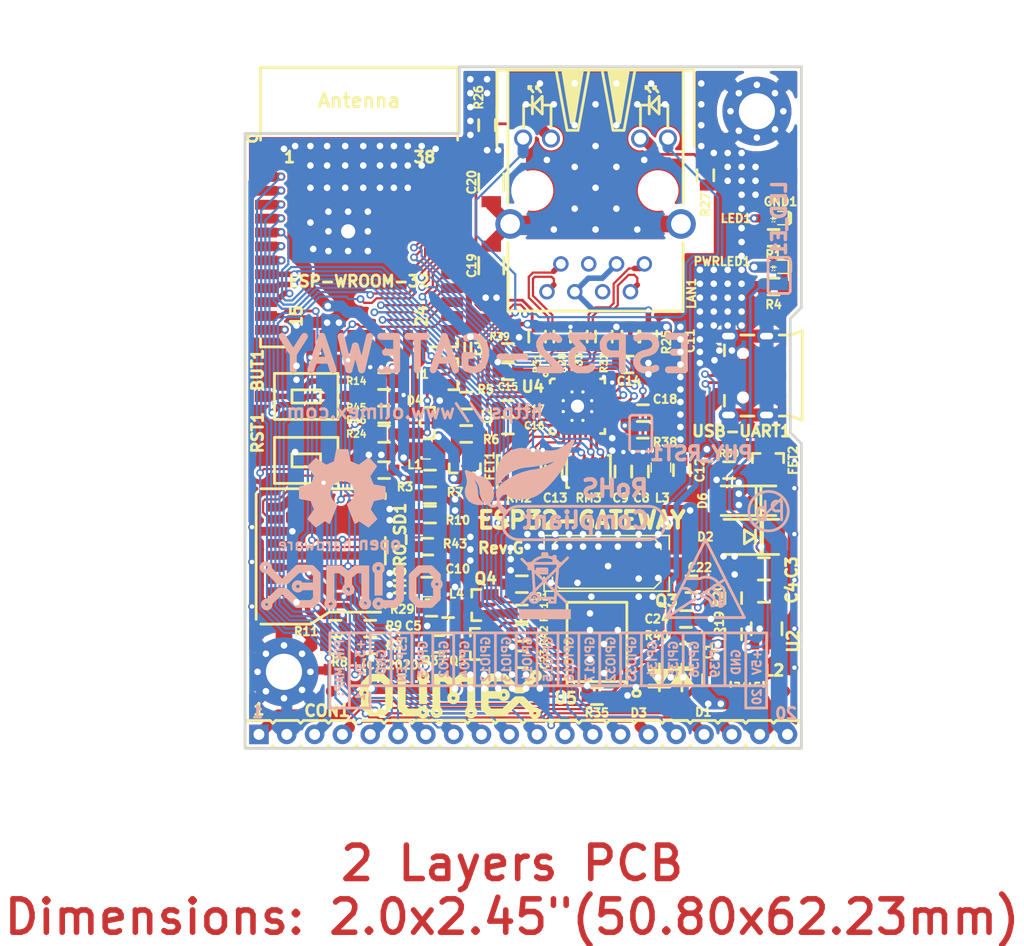
<source format=kicad_pcb>
(kicad_pcb (version 20171130) (host pcbnew 5.1.5-52549c5~84~ubuntu18.04.1)
  (title_block (title ESP32-GATEWAY) (date 2019-12-17) (rev G) (company "VADACTRO Technologies India Pvt.Pvt.Ltd") (comment 1 https://www.vadactro.com))
  (layers (0 F.Cu mixed) (31 B.Cu mixed) (34 B.Paste user hide) (35 F.Paste user hide) (36 B.SilkS user hide) (37 F.SilkS user) (38 B.Mask user hide) (39 F.Mask user hide) (44 Edge.Cuts user))
  (net 0 "")
  (net 1 +5V)
  (net 2 GND)
  (net 3 "Net-(BUT1-Pad2)")
  (net 4 +3V3)
  (net 5 "Net-(C10-Pad1)")
  (net 6 "Net-(C18-Pad2)")
  (net 7 /ESP_EN)
  (net 8 "Net-(L2-Pad1)")
  (net 9 "Net-(R19-Pad1)")
  (net 10 "Net-(R39-Pad1)")
  (net 11 /PHYAD0)
  (net 12 /PHYAD1)
  (net 13 /PHYAD2)
  (net 14 /RMIISEL)
  (net 15 /VDD1A-2A)
  (net 16 /VDDCR)
  (net 17 "Net-(MICRO_SD1-Pad5)")
  (net 18 "Net-(LAN1-Pad1)")
  (net 19 "Net-(LAN1-Pad2)")
  (net 20 "Net-(LAN1-Pad7)")
  (net 21 "Net-(LAN1-Pad8)")
  (net 22 "Net-(LAN1-PadAG1)")
  (net 23 "Net-(LAN1-PadAY1)")
  (net 24 "Net-(LAN1-PadKG1)")
  (net 25 "Net-(LAN1-PadKY1)")
  (net 26 "Net-(C19-Pad1)")
  (net 27 "Net-(C21-Pad1)")
  (net 28 "Net-(C22-Pad1)")
  (net 29 /+5V_USB)
  (net 30 "Net-(Q4-Pad2)")
  (net 31 "Net-(Q4-Pad1)")
  (net 32 "Net-(Q5-Pad2)")
  (net 33 "Net-(Q5-Pad1)")
  (net 34 "Net-(U3-Pad32)")
  (net 35 "Net-(U4-Pad4)")
  (net 36 "Net-(U4-Pad14)")
  (net 37 "Net-(U4-Pad18)")
  (net 38 "Net-(U4-Pad20)")
  (net 39 "Net-(U4-Pad26)")
  (net 40 "Net-(U5-Pad6)")
  (net 41 "Net-(U5-Pad7)")
  (net 42 "Net-(U5-Pad11)")
  (net 43 "Net-(U5-Pad12)")
  (net 44 "Net-(U5-Pad13)")
  (net 45 "Net-(U5-Pad14)")
  (net 46 "Net-(U5-Pad17)")
  (net 47 "Net-(USB-UART1-Pad4)")
  (net 48 "Net-(PWRLED1-Pad1)")
  (net 49 "Net-(Q5-Pad3)")
  (net 50 "Net-(MICRO_SD1-Pad7)")
  (net 51 /D_Com)
  (net 52 /GPI35)
  (net 53 +5V_EXT)
  (net 54 /GPIO16)
  (net 55 /GPI39)
  (net 56 /GPI36)
  (net 57 /GPIO32)
  (net 58 "Net-(LED1-Pad1)")
  (net 59 +3.3VLAN)
  (net 60 /GPIO0)
  (net 61 "Net-(C2-Pad2)")
  (net 62 "Net-(R5-Pad2)")
  (net 63 "Net-(MICRO_SD1-Pad2)")
  (net 64 /GPI34\BUT1)
  (net 65 "Net-(D3-Pad2)")
  (net 66 "Net-(C24-Pad1)")
  (net 67 "Net-(MICRO_SD1-Pad8)")
  (net 68 "Net-(MICRO_SD1-Pad1)")
  (net 69 "Net-(D1-Pad1)")
  (net 70 "Net-(U5-Pad20)")
  (net 71 "Net-(U3-Pad22)")
  (net 72 "Net-(U3-Pad21)")
  (net 73 "Net-(U3-Pad20)")
  (net 74 "Net-(U3-Pad19)")
  (net 75 "Net-(U3-Pad18)")
  (net 76 "Net-(U3-Pad17)")
  (net 77 "Net-(FID2-PadFid1)")
  (net 78 "Net-(FID3-PadFid1)")
  (net 79 "Net-(FID1-PadFid1)")
  (net 80 /GPIO5\PHY_PWR)
  (net 81 /GPIO3\U0RXD)
  (net 82 /GPIO2\HS2_DATA0)
  (net 83 /GPIO4\HS2_DATA1)
  (net 84 /GPIO1\U0TXD)
  (net 85 "/GPIO26\\EMAC_RXD1(RMII)")
  (net 86 "/GPIO25\\EMAC_RXD0(RMII)")
  (net 87 /GPIO27\EMAC_RX_CRS_DV)
  (net 88 "/GPIO18\\MDIO(RMII)")
  (net 89 /GPIO14\HS2_CLK)
  (net 90 /GPIO15\HS2_CMD)
  (net 91 /GPIO12\HS2_DATA2)
  (net 92 /GPIO13\HS2_DATA3)
  (net 93 /GPIO33\LED)
  (net 94 "/GPIO22\\EMAC_TXD1(RMII)")
  (net 95 "/GPIO19\\EMAC_TXD0(RMII)")
  (net 96 "/GPIO21\\EMAC_TX_EN(RMII)")
  (net 97 "/GPIO23\\MDC(RMII)")
  (net 98 /GPIO17\EMAC_CLK_OUT_180)
  (module OLIMEX_RLC-FP:R_0603_5MIL_DWS (layer F.Cu) (at 86.614 116.459 180)
    (fp_text reference R29 (at 2.667 -0.127) (layer F.SilkS) (effects (font (size 0.762 0.762) (thickness 0.1905))))
    (fp_text value 10k/R0603)
    (pad 2 smd rect (at 0.889 0 180) (size 1.016 1.016) (layers F.Cu F.Paste F.Mask) (net 90 /GPIO15\HS2_CMD))
    (pad 1 smd rect (at -0.889 0 180) (size 1.016 1.016) (layers F.Cu F.Paste F.Mask) (net 4 +3V3))
  )
  (module VADACTRO_Cases-FP:ESP-WROOM-32_MODULE (layer F.Cu) (at 80.01 79.883)
    (fp_text reference U3 (at 10.414 12.954) (layer F.SilkS) (effects (font (size 1.016 1.016) (thickness 0.254))))
    (fp_text value ESP32-WROOM-32D-4MB)
    (fp_text user 24 (at 5.715 9.935 90) (layer F.SilkS) (effects (font (size 1.016 1.016) (thickness 0.254))))
    (fp_text user 15 (at -5.715 9.935 90) (layer F.SilkS) (effects (font (size 1.016 1.016) (thickness 0.254))))
    (fp_text user 38 (at 5.969 -4.572) (layer F.SilkS) (effects (font (size 1.016 1.016) (thickness 0.254))))
    (fp_text user 1 (at -6.35 -4.572) (layer F.SilkS) (effects (font (size 1.016 1.016) (thickness 0.254))))
    (fp_text user ESP-WROOM-32 (at 0 6.76) (layer F.SilkS) (effects (font (size 1.016 1.016) (thickness 0.254))))
    (fp_text user Antenna (at 0 -9.75) (layer F.SilkS) (effects (font (size 1.27 1.27) (thickness 0.254))))
    (fp_text user o (at -9.906 -6.35 90) (layer F.SilkS) (effects (font (size 1.27 1.27) (thickness 0.254))))
    (pad 39 thru_hole circle (at 0.8 2.2) (size 1.3 1.3) (drill 0.6) (layers *.Cu) (net 2 GND))
    (pad 39 thru_hole circle (at -2.8 2.2) (size 1.3 1.3) (drill 0.6) (layers *.Cu) (net 2 GND))
    (pad 39 thru_hole circle (at -1 4) (size 1.3 1.3) (drill 0.6) (layers *.Cu) (net 2 GND))
    (pad 39 thru_hole circle (at -1 0.4) (size 1.3 1.3) (drill 0.6) (layers *.Cu) (net 2 GND))
    (pad 39 thru_hole circle (at 0.8 0.4) (size 1.3 1.3) (drill 0.6) (layers *.Cu) (net 2 GND))
    (pad 39 thru_hole circle (at -2.8 0.4) (size 1.3 1.3) (drill 0.6) (layers *.Cu) (net 2 GND))
    (pad 39 thru_hole circle (at 0.8 4) (size 1.3 1.3) (drill 0.6) (layers *.Cu) (net 2 GND))
    (pad 1 smd rect (at -8.5 -5.31) (size 2 0.9) (layers F.Cu F.Paste F.Mask) (net 2 GND))
    (pad 2 smd rect (at -8.5 -4.04) (size 2 0.9) (layers F.Cu F.Paste F.Mask) (net 4 +3V3))
    (pad 3 smd rect (at -8.5 -2.77) (size 2 0.9) (layers F.Cu F.Paste F.Mask) (net 7 /ESP_EN))
    (pad 4 smd rect (at -8.5 -1.5) (size 2 0.9) (layers F.Cu F.Paste F.Mask) (net 56 /GPI36))
    (pad 5 smd rect (at -8.5 -0.23) (size 2 0.9) (layers F.Cu F.Paste F.Mask) (net 55 /GPI39))
    (pad 6 smd rect (at -8.5 1.04) (size 2 0.9) (layers F.Cu F.Paste F.Mask) (net 64 /GPI34\BUT1))
    (pad 7 smd rect (at -8.5 2.31) (size 2 0.9) (layers F.Cu F.Paste F.Mask) (net 52 /GPI35))
    (pad 8 smd rect (at -8.5 3.58) (size 2 0.9) (layers F.Cu F.Paste F.Mask) (net 57 /GPIO32))
    (pad 9 smd rect (at -8.5 4.85) (size 2 0.9) (layers F.Cu F.Paste F.Mask) (net 93 /GPIO33\LED))
    (pad 10 smd rect (at -8.5 6.12) (size 2 0.9) (layers F.Cu F.Paste F.Mask) (net 86 "/GPIO25\\EMAC_RXD0(RMII)"))
    (pad 11 smd rect (at -8.5 7.39) (size 2 0.9) (layers F.Cu F.Paste F.Mask) (net 85 "/GPIO26\\EMAC_RXD1(RMII)"))
    (pad 12 smd rect (at -8.5 8.66) (size 2 0.9) (layers F.Cu F.Paste F.Mask) (net 87 /GPIO27\EMAC_RX_CRS_DV))
    (pad 13 smd rect (at -8.5 9.93) (size 2 0.9) (layers F.Cu F.Paste F.Mask) (net 89 /GPIO14\HS2_CLK))
    (pad 14 smd rect (at -8.5 11.2) (size 2 0.9) (layers F.Cu F.Paste F.Mask) (net 91 /GPIO12\HS2_DATA2))
    (pad 15 smd rect (at -5.7 12.2) (size 0.9 2) (layers F.Cu F.Paste F.Mask) (net 2 GND))
    (pad 16 smd rect (at -4.43 12.2) (size 0.9 2) (layers F.Cu F.Paste F.Mask) (net 92 /GPIO13\HS2_DATA3))
    (pad 17 smd rect (at -3.16 12.2) (size 0.9 2) (layers F.Cu F.Paste F.Mask) (net 76 "Net-(U3-Pad17)"))
    (pad 18 smd rect (at -1.89 12.2) (size 0.9 2) (layers F.Cu F.Paste F.Mask) (net 75 "Net-(U3-Pad18)"))
    (pad 19 smd rect (at -0.62 12.2) (size 0.9 2) (layers F.Cu F.Paste F.Mask) (net 74 "Net-(U3-Pad19)"))
    (pad 20 smd rect (at 0.65 12.2) (size 0.9 2) (layers F.Cu F.Paste F.Mask) (net 73 "Net-(U3-Pad20)"))
    (pad 21 smd rect (at 1.92 12.2) (size 0.9 2) (layers F.Cu F.Paste F.Mask) (net 72 "Net-(U3-Pad21)"))
    (pad 22 smd rect (at 3.19 12.2) (size 0.9 2) (layers F.Cu F.Paste F.Mask) (net 71 "Net-(U3-Pad22)"))
    (pad 23 smd rect (at 4.46 12.2) (size 0.9 2) (layers F.Cu F.Paste F.Mask) (net 90 /GPIO15\HS2_CMD))
    (pad 24 smd rect (at 5.73 12.2) (size 0.9 2) (layers F.Cu F.Paste F.Mask) (net 82 /GPIO2\HS2_DATA0))
    (pad 25 smd rect (at 8.5 11.2) (size 2 0.9) (layers F.Cu F.Paste F.Mask) (net 60 /GPIO0))
    (pad 26 smd rect (at 8.5 9.93) (size 2 0.9) (layers F.Cu F.Paste F.Mask) (net 83 /GPIO4\HS2_DATA1))
    (pad 27 smd rect (at 8.5 8.66) (size 2 0.9) (layers F.Cu F.Paste F.Mask) (net 54 /GPIO16))
    (pad 28 smd rect (at 8.5 7.39) (size 2 0.9) (layers F.Cu F.Paste F.Mask) (net 98 /GPIO17\EMAC_CLK_OUT_180))
    (pad 29 smd rect (at 8.5 6.12) (size 2 0.9) (layers F.Cu F.Paste F.Mask) (net 80 /GPIO5\PHY_PWR))
    (pad 30 smd rect (at 8.5 4.85) (size 2 0.9) (layers F.Cu F.Paste F.Mask) (net 88 "/GPIO18\\MDIO(RMII)"))
    (pad 31 smd rect (at 8.5 3.58) (size 2 0.9) (layers F.Cu F.Paste F.Mask) (net 95 "/GPIO19\\EMAC_TXD0(RMII)"))
    (pad 32 smd rect (at 8.5 2.31) (size 2 0.9) (layers F.Cu F.Paste F.Mask) (net 34 "Net-(U3-Pad32)"))
    (pad 33 smd rect (at 8.5 1.04) (size 2 0.9) (layers F.Cu F.Paste F.Mask) (net 96 "/GPIO21\\EMAC_TX_EN(RMII)"))
    (pad 34 smd rect (at 8.5 -0.23) (size 2 0.9) (layers F.Cu F.Paste F.Mask) (net 81 /GPIO3\U0RXD))
    (pad 35 smd rect (at 8.5 -1.5) (size 2 0.9) (layers F.Cu F.Paste F.Mask) (net 84 /GPIO1\U0TXD))
    (pad 36 smd rect (at 8.5 -2.77) (size 2 0.9) (layers F.Cu F.Paste F.Mask) (net 94 "/GPIO22\\EMAC_TXD1(RMII)"))
    (pad 37 smd rect (at 8.5 -4.04) (size 2 0.9) (layers F.Cu F.Paste F.Mask) (net 97 "/GPIO23\\MDC(RMII)"))
    (pad 38 smd rect (at 8.5 -5.31) (size 2 0.9) (layers F.Cu F.Paste F.Mask) (net 2 GND))
    (pad 39 smd rect (at -1 2.2) (size 5 5) (layers F.Cu F.Mask) (net 2 GND))
    (pad 39 thru_hole circle (at -1 2.2) (size 2 2) (drill 1.3) (layers *.Cu *.Mask) (net 2 GND))
    (pad 39 thru_hole circle (at -2.8 4) (size 1.3 1.3) (drill 0.6) (layers *.Cu) (net 2 GND))
  )
  (module VADACTRO_Jumpers-FP:SJ (layer B.Cu) (at 118.364 86.106 90)
    (fp_text reference LED_E1 (at 5.207 0 90) (layer B.SilkS) (effects (font (size 1.27 1.27) (thickness 0.3175)) (justify mirror)))
    (fp_text value Closed)
    (pad 2 smd rect (at 0.762 0 90) (size 1.1684 1.6002) (layers B.Cu B.Mask) (net 1 +5V) (clearance 0.0508))
    (pad 1 smd rect (at -0.762 0 90) (size 1.1684 1.6002) (layers B.Cu B.Mask) (net 1 +5V))
    (pad 1 smd rect (at -0.762 0 90) (size 1.1684 1.6002) (layers B.Cu B.Mask) (net 1 +5V) (clearance 0.0508))
  )
  (module VADACTRO_Connectors-FP:RJLBC-060TC1 (layer F.Cu) (at 101.6 78.359 180)
    (fp_text reference LAN1 (at -8.763 -9.398 270) (layer F.SilkS) (effects (font (size 0.762 0.762) (thickness 0.1905))))
    (fp_text value "RJLD-060TC1(LPJ4013EDNL)")
    (pad "" np_thru_hole circle (at 5.715 0 180) (size 3.2 3.2) (drill 3.2) (layers *.Cu *.Mask))
    (pad "" np_thru_hole circle (at -5.715 0 180) (size 3.2 3.2) (drill 3.2) (layers *.Cu *.Mask))
    (pad KY1 thru_hole circle (at -4.07 4.7485 180) (size 1.65 1.65) (drill 1.1) (layers *.Cu *.Mask) (net 25 "Net-(LAN1-PadKY1)"))
    (pad KG1 thru_hole circle (at 6.61 4.7485 180) (size 1.65 1.65) (drill 1.1) (layers *.Cu *.Mask) (net 24 "Net-(LAN1-PadKG1)"))
    (pad GND2 thru_hole circle (at 7.8 -3.05 180) (size 2.7 2.7) (drill 1.8) (layers *.Cu *.Mask) (net 26 "Net-(C19-Pad1)"))
    (pad GND1 thru_hole circle (at -7.8 -3.05 180) (size 2.7 2.7) (drill 1.8) (layers *.Cu *.Mask) (net 26 "Net-(C19-Pad1)"))
    (pad AY1 thru_hole circle (at -6.61 4.7485 180) (size 1.65 1.65) (drill 1.1) (layers *.Cu *.Mask) (net 23 "Net-(LAN1-PadAY1)"))
    (pad AG1 thru_hole circle (at 4.07 4.7485 180) (size 1.65 1.65) (drill 1.1) (layers *.Cu *.Mask) (net 22 "Net-(LAN1-PadAG1)"))
    (pad 8 thru_hole circle (at 4.435 -9.24 180) (size 1.41 1.41) (drill 0.9) (layers *.Cu *.Mask) (net 21 "Net-(LAN1-Pad8)"))
    (pad 7 thru_hole circle (at 3.165 -6.7 180) (size 1.41 1.41) (drill 0.9) (layers *.Cu *.Mask) (net 20 "Net-(LAN1-Pad7)"))
    (pad 6 thru_hole circle (at 1.895 -9.24 180) (size 1.41 1.41) (drill 0.9) (layers *.Cu *.Mask) (net 15 /VDD1A-2A))
    (pad 5 thru_hole circle (at 0.625 -6.7 180) (size 1.41 1.41) (drill 0.9) (layers *.Cu *.Mask))
    (pad 4 thru_hole circle (at -0.645 -9.24 180) (size 1.41 1.41) (drill 0.9) (layers *.Cu *.Mask))
    (pad 3 thru_hole circle (at -1.915 -6.7 180) (size 1.41 1.41) (drill 0.9) (layers *.Cu *.Mask) (net 15 /VDD1A-2A))
    (pad 2 thru_hole circle (at -3.185 -9.24 180) (size 1.41 1.41) (drill 0.9) (layers *.Cu *.Mask) (net 19 "Net-(LAN1-Pad2)"))
    (pad 1 thru_hole circle (at -4.455 -6.7 180) (size 1.41 1.41) (drill 0.9) (layers *.Cu *.Mask) (net 18 "Net-(LAN1-Pad1)"))
  )
  (module VADACTRO_Connectors-FP:TFC-WXCP11-08-LF (layer F.Cu) (at 76.327 111.125 180)
    (fp_text reference MICRO_SD1 (at -7.4295 0 270) (layer F.SilkS) (effects (font (size 1.016 1.016) (thickness 0.254))))
    (fp_text value TFC-WXCP11-08-LF)
    (pad SH2 smd rect (at -5.25 -3.15 270) (size 3.1 1.5) (layers F.Cu F.Paste F.Mask) (net 2 GND))
    (pad SH1 smd rect (at -5.25 2.91 270) (size 3.1 1.5) (layers F.Cu F.Paste F.Mask) (net 2 GND))
    (pad FID4 smd circle (at 5.72 5.54 270) (size 0.4 0.4) (layers F.Cu F.Mask))
    (pad FID3 smd circle (at -6.08 5.54 270) (size 0.4 0.4) (layers F.Cu F.Mask))
    (pad FID2 smd circle (at -6.08 -5.73 270) (size 0.4 0.4) (layers F.Cu F.Mask))
    (pad FID1 smd circle (at 5.72 -6.82 270) (size 0.4 0.4) (layers F.Cu F.Mask))
    (pad 8 smd rect (at 4 3.85 270) (size 0.8 1.5) (layers F.Cu F.Paste F.Mask) (net 67 "Net-(MICRO_SD1-Pad8)"))
    (pad 7 smd rect (at 4 2.75 270) (size 0.8 1.5) (layers F.Cu F.Paste F.Mask) (net 50 "Net-(MICRO_SD1-Pad7)"))
    (pad 6 smd rect (at 4 1.65 270) (size 0.8 1.5) (layers F.Cu F.Paste F.Mask) (net 2 GND))
    (pad 5 smd rect (at 4 0.55 270) (size 0.8 1.5) (layers F.Cu F.Paste F.Mask) (net 17 "Net-(MICRO_SD1-Pad5)"))
    (pad 4 smd rect (at 4 -0.55 270) (size 0.8 1.5) (layers F.Cu F.Paste F.Mask) (net 5 "Net-(C10-Pad1)"))
    (pad 3 smd rect (at 4 -1.65 270) (size 0.8 1.5) (layers F.Cu F.Paste F.Mask) (net 90 /GPIO15\HS2_CMD))
    (pad 2 smd rect (at 4 -2.75 270) (size 0.8 1.5) (layers F.Cu F.Paste F.Mask) (net 63 "Net-(MICRO_SD1-Pad2)"))
    (pad 1 smd rect (at 4 -3.85 270) (size 0.8 1.5) (layers F.Cu F.Paste F.Mask) (net 68 "Net-(MICRO_SD1-Pad1)"))
  )
  (module VADACTRO_LOGOs-FP:OLIMEX_LOGO_TB (layer F.Cu) (at 88.519 124.333)
    (fp_text reference Logo-vadactroBIG hide)
    (fp_text value "" hide)
  )
  (module VADACTRO_RLC-FP:R_0603_5MIL_DWS (layer F.Cu) (at 89.789 97.536 180)
    (fp_text reference R5 (at -1.778 1.016 180) (layer F.SilkS) (effects (font (size 0.762 0.762) (thickness 0.1905))))
    (fp_text value 1k/R0603)
    (pad 2 smd rect (at 0.889 0 180) (size 1.016 1.016) (layers F.Cu F.Paste F.Mask) (net 62 "Net-(R5-Pad2)"))
    (pad 1 smd rect (at -0.889 0 180) (size 1.016 1.016) (layers F.Cu F.Paste F.Mask) (net 61 "Net-(C2-Pad2)"))
  )
  (module VADACTRO_RLC-FP:L_0805_5MIL_DWS (layer F.Cu) (at 86.106 101.981)
    (fp_text reference L1 (at -1.016 1.397) (layer F.SilkS) (effects (font (size 0.762 0.762) (thickness 0.1905))))
    (fp_text value "NA(FB0805/600R/2A)")
    (pad 1 smd rect (at -1.016 0) (size 1.524 1.27) (layers F.Cu F.Paste F.Mask) (net 4 +3V3) (clearance 0.0508))
    (pad 2 smd rect (at 1.016 0) (size 1.524 1.27) (layers F.Cu F.Paste F.Mask) (net 59 +3.3VLAN) (clearance 0.0508))
  )
  (module VADACTRO_RLC-FP:C_0603_5MIL_DWS (layer F.Cu) (at 89.788999 99.06)
    (fp_text reference C2 (at 1.930401 -0.127 90) (layer F.SilkS) (effects (font (size 0.7112 0.7112) (thickness 0.1778))))
    (fp_text value 22uF/6.3V/20%/X5R/C0603)
    (pad 2 smd rect (at 0.889 0) (size 1.016 1.016) (layers F.Cu F.Paste F.Mask) (net 61 "Net-(C2-Pad2)") (clearance 0.0508))
    (pad 1 smd rect (at -0.889 0) (size 1.016 1.016) (layers F.Cu F.Paste F.Mask) (net 4 +3V3) (clearance 0.0508))
  )
  (module VADACTRO_Transistors-FP:SOT23 (layer F.Cu) (at 88.392 95.123 180)
    (fp_text reference T1 (at 2.667 0 180) (layer F.SilkS) (effects (font (size 0.762 0.762) (thickness 0.1905))))
    (fp_text value DTC114YKA)
    (pad 1 smd rect (at 1.10744 0.94996 180) (size 1.4 1) (layers F.Cu F.Paste F.Mask) (net 80 /GPIO5\PHY_PWR) (clearance 0.0508))
    (pad 2 smd rect (at 1.10744 -0.9525 180) (size 1.4 1) (layers F.Cu F.Paste F.Mask) (net 2 GND) (clearance 0.0508))
    (pad 3 smd rect (at -1.10236 0.00254 180) (size 1.4 1) (layers F.Cu F.Paste F.Mask) (net 62 "Net-(R5-Pad2)") (clearance 0.0508))
  )
  (module VADACTRO_RLC-FP:R_0603_5MIL_DWS (layer F.Cu) (at 89.788999 100.584)
    (fp_text reference R6 (at 2.286001 0.508) (layer F.SilkS) (effects (font (size 0.762 0.762) (thickness 0.1905))))
    (fp_text value 10k/R0603)
    (pad 2 smd rect (at 0.889 0) (size 1.016 1.016) (layers F.Cu F.Paste F.Mask) (net 61 "Net-(C2-Pad2)"))
    (pad 1 smd rect (at -0.889 0) (size 1.016 1.016) (layers F.Cu F.Paste F.Mask) (net 4 +3V3))
  )
  (module VADACTRO_Transistors-FP:SOT23 (layer F.Cu) (at 89.662 103.505 90)
    (fp_text reference FET1 (at 0 2.286 270) (layer F.SilkS) (effects (font (size 0.762 0.762) (thickness 0.1905))))
    (fp_text value WPM2015-3/TR)
    (pad 1 smd rect (at 1.10744 0.94996 90) (size 1.4 1) (layers F.Cu F.Paste F.Mask) (net 61 "Net-(C2-Pad2)") (clearance 0.0508))
    (pad 2 smd rect (at 1.10744 -0.9525 90) (size 1.4 1) (layers F.Cu F.Paste F.Mask) (net 4 +3V3) (clearance 0.0508))
    (pad 3 smd rect (at -1.10236 0.00254 90) (size 1.4 1) (layers F.Cu F.Paste F.Mask) (net 59 +3.3VLAN) (clearance 0.0508))
  )
  (module "VADACTRO_Diodes-FP:DO214AA_1(K)-2(A)" (layer F.Cu) (at 115.824 109.982 180)
    (fp_text reference D2 (at 4.191 0 180) (layer F.SilkS) (effects (font (size 0.762 0.762) (thickness 0.1905))))
    (fp_text value "SMBJ6.0A(DO-214AA)")
    (pad 2 smd rect (at 2.177 0 180) (size 1.778 2.286) (layers F.Cu F.Paste F.Mask) (net 2 GND))
    (pad 1 smd rect (at -2.177 0 180) (size 1.778 2.286) (layers F.Cu F.Paste F.Mask) (net 1 +5V))
  )
  (module VADACTRO_RLC-FP:R_0603_5MIL_DWS (layer F.Cu) (at 86.487 104.648 180)
    (fp_text reference R3 (at 2.286 -0.762 180) (layer F.SilkS) (effects (font (size 0.762 0.762) (thickness 0.1905))))
    (fp_text value 2.2k/R0603)
    (pad 2 smd rect (at 0.889 0 180) (size 1.016 1.016) (layers F.Cu F.Paste F.Mask) (net 82 /GPIO2\HS2_DATA0))
    (pad 1 smd rect (at -0.889 0 180) (size 1.016 1.016) (layers F.Cu F.Paste F.Mask) (net 4 +3V3))
  )
  (module VADACTRO_RLC-FP:R_0603_5MIL_DWS (layer F.Cu) (at 81.026 119.888 180)
    (fp_text reference R2 (at -2.159 0 180) (layer F.SilkS) (effects (font (size 0.762 0.762) (thickness 0.1905))))
    (fp_text value 2.2k/R0603)
    (pad 2 smd rect (at 0.889 0 180) (size 1.016 1.016) (layers F.Cu F.Paste F.Mask) (net 63 "Net-(MICRO_SD1-Pad2)"))
    (pad 1 smd rect (at -0.889 0 180) (size 1.016 1.016) (layers F.Cu F.Paste F.Mask) (net 4 +3V3))
  )
  (module VADACTRO_LOGOs-FP:OLIMEX_LOGO_TB (layer B.Cu) (at 79.121 114.427 180)
    (fp_text reference Logo-OLimeX hide)
    (fp_text value "" hide)
  )
  (module VADACTRO_LOGOs-FP:LOGO_ROHS_1 (layer B.Cu) (at 106.934 109.601 180)
    (fp_text reference Sign_RoHS hide)
    (fp_text value Val** hide)
    (fp_text user Compliant (at 6.20014 1.143 180) (layer B.SilkS) (effects (font (size 1.524 1.524) (thickness 0.35)) (justify mirror)))
    (fp_text user RoHS (at 3.556 4.04368 180) (layer B.SilkS) (effects (font (size 1.524 1.524) (thickness 0.381)) (justify mirror)))
  )
  (module VADACTRO_LOGOs-FP:LOGO_RECYCLEBIN_1 (layer B.Cu) (at 99.314 117.475 180)
    (fp_text reference Sign-RecyclBin hide)
    (fp_text value "" hide)
  )
  (module VADACTRO_LOGOs-FP:LOGO_PBFREE (layer B.Cu) (at 117.602 107.315)
    (fp_text reference Sign_Pb-Free)
    (fp_text value "")
    (fp_text user Pb (at -0.08636 0.33528) (layer B.SilkS) (effects (font (size 1.7 1.5) (thickness 0.254)) (justify mirror)))
  )
  (module VADACTRO_LOGOs-FP:LOGO_OPENHARDWARE_8x8 (layer B.Cu) (at 78.486 106.045 180)
    (fp_text reference Logo-OSHW hide)
    (fp_text value "" hide)
    (fp_text user open (at -3.40106 -4.55676 180) (layer B.SilkS) (effects (font (size 1.1 1.1) (thickness 0.254)) (justify mirror)))
    (fp_text user hardware (at 2.51206 -4.6482 180) (layer B.SilkS) (effects (font (thickness 0.18)) (justify mirror)))
  )
  (module VADACTRO_LOGOs-FP:LOGO_ANTISTATIC_1 (layer B.Cu) (at 115.189 117.348 180)
    (fp_text reference Sign-Antistatic hide)
    (fp_text value Val** hide)
  )
  (module VADACTRO_RLC-FP:R_0603_5MIL_DWS (layer F.Cu) (at 117.856 82.677)
    (fp_text reference R1 (at 0 1.524) (layer F.SilkS) (effects (font (size 0.762 0.762) (thickness 0.1905))))
    (fp_text value 2.2k/R0603)
    (pad 2 smd rect (at 0.889 0) (size 1.016 1.016) (layers F.Cu F.Paste F.Mask) (net 58 "Net-(LED1-Pad1)"))
    (pad 1 smd rect (at -0.889 0) (size 1.016 1.016) (layers F.Cu F.Paste F.Mask) (net 2 GND))
  )
  (module VADACTRO_LEDs-FP:LED_0603_KA (layer F.Cu) (at 117.856 80.899 180)
    (fp_text reference LED1 (at 3.429 0 180) (layer F.SilkS) (effects (font (size 0.762 0.762) (thickness 0.1905))))
    (fp_text value LED/GREEN/0603)
    (pad 1 smd rect (at -0.762 0) (size 0.8 0.8) (layers F.Cu F.Paste F.Mask) (net 58 "Net-(LED1-Pad1)"))
    (pad 2 smd rect (at 0.762 0) (size 0.8 0.8) (layers F.Cu F.Paste F.Mask) (net 93 /GPIO33\LED))
  )
  (module VADACTRO_Connectors-FP:HN1x20 (layer F.Cu) (at 94.996 128.016)
    (fp_text reference CON1 (at -17.907 -2.159) (layer F.SilkS) (effects (font (size 1.016 1.016) (thickness 0.254))))
    (fp_text value "NA(NH1x20)")
    (pad 4 thru_hole circle (at -16.51 0) (size 1.778 1.778) (drill 1) (layers *.Cu *.Mask) (net 80 /GPIO5\PHY_PWR))
    (pad 3 thru_hole circle (at -19.05 0) (size 1.778 1.778) (drill 1) (layers *.Cu *.Mask) (net 7 /ESP_EN))
    (pad 2 thru_hole circle (at -21.59 0) (size 1.778 1.778) (drill 1) (layers *.Cu *.Mask) (net 2 GND))
    (pad 1 thru_hole rect (at -24.13 0) (size 1.778 1.778) (drill 1) (layers *.Cu *.Mask) (net 4 +3V3))
    (pad 5 thru_hole circle (at -13.97 0) (size 1.778 1.778) (drill 1) (layers *.Cu *.Mask) (net 82 /GPIO2\HS2_DATA0))
    (pad 6 thru_hole circle (at -11.43 0) (size 1.778 1.778) (drill 1) (layers *.Cu *.Mask) (net 83 /GPIO4\HS2_DATA1))
    (pad 8 thru_hole circle (at -6.35 0) (size 1.778 1.778) (drill 1) (layers *.Cu *.Mask) (net 92 /GPIO13\HS2_DATA3))
    (pad 7 thru_hole circle (at -8.89 0) (size 1.778 1.778) (drill 1) (layers *.Cu *.Mask) (net 91 /GPIO12\HS2_DATA2))
    (pad 9 thru_hole circle (at -3.81 0) (size 1.778 1.778) (drill 1) (layers *.Cu *.Mask) (net 89 /GPIO14\HS2_CLK))
    (pad 10 thru_hole circle (at -1.27 0) (size 1.778 1.778) (drill 1) (layers *.Cu *.Mask) (net 90 /GPIO15\HS2_CMD))
    (pad 12 thru_hole circle (at 3.81 0) (size 1.778 1.778) (drill 1) (layers *.Cu *.Mask) (net 98 /GPIO17\EMAC_CLK_OUT_180))
    (pad 11 thru_hole circle (at 1.27 0) (size 1.778 1.778) (drill 1) (layers *.Cu *.Mask) (net 54 /GPIO16))
    (pad 13 thru_hole circle (at 6.35 0) (size 1.778 1.778) (drill 1) (layers *.Cu *.Mask) (net 57 /GPIO32))
    (pad 14 thru_hole circle (at 8.89 0) (size 1.778 1.778) (drill 1) (layers *.Cu *.Mask) (net 93 /GPIO33\LED))
    (pad 16 thru_hole circle (at 13.97 0) (size 1.778 1.778) (drill 1) (layers *.Cu *.Mask) (net 52 /GPI35))
    (pad 15 thru_hole circle (at 11.43 0) (size 1.778 1.778) (drill 1) (layers *.Cu *.Mask) (net 64 /GPI34\BUT1))
    (pad 19 thru_hole circle (at 21.59 0) (size 1.778 1.778) (drill 1) (layers *.Cu *.Mask) (net 2 GND))
    (pad 20 thru_hole circle (at 24.13 0) (size 1.778 1.778) (drill 1) (layers *.Cu *.Mask) (net 53 +5V_EXT))
    (pad 18 thru_hole circle (at 19.05 0) (size 1.778 1.778) (drill 1) (layers *.Cu *.Mask) (net 55 /GPI39))
    (pad 17 thru_hole circle (at 16.51 0) (size 1.778 1.778) (drill 1) (layers *.Cu *.Mask) (net 56 /GPI36))
  )
  (module VADACTRO_Connectors-FP:USB-MICRO_MISB-SWMM-5B_LF (layer F.Cu) (at 116.967 95.25)
    (fp_text reference USB-UART1 (at -2.032 5.08) (layer F.SilkS) (effects (font (size 1.016 1.016) (thickness 0.254))))
    (fp_text value "MISB-SWMM-5B-LF(USB_MICRO)")
    (pad 1 smd rect (at -3.15 1.3875 90) (size 0.5 1.65) (layers F.Cu F.Paste F.Mask) (net 29 /+5V_USB))
    (pad 2 smd rect (at -3.15 0.65 90) (size 0.325 1.65) (layers F.Cu F.Paste F.Mask) (net 41 "Net-(U5-Pad7)"))
    (pad 3 smd rect (at -3.15 0 90) (size 0.325 1.65) (layers F.Cu F.Paste F.Mask) (net 40 "Net-(U5-Pad6)"))
    (pad 4 smd rect (at -3.15 -0.65 90) (size 0.325 1.65) (layers F.Cu F.Paste F.Mask) (net 47 "Net-(USB-UART1-Pad4)"))
    (pad 5 smd rect (at -3.15 -1.3875 90) (size 0.5 1.65) (layers F.Cu F.Paste F.Mask) (net 2 GND))
    (pad "" np_thru_hole circle (at -1.9 2 90) (size 0.6 0.6) (drill 0.6) (layers *.Cu *.Mask))
    (pad "" np_thru_hole circle (at -1.9 -2 90) (size 0.6 0.6) (drill 0.6) (layers *.Cu *.Mask))
    (pad 0 smd rect (at 1.4 1.5 90) (size 1.1 1) (layers F.Cu F.Paste F.Mask) (net 2 GND))
    (pad 0 smd rect (at 1.4 -1.5 90) (size 1.1 1) (layers F.Cu F.Paste F.Mask) (net 2 GND))
    (pad 0 thru_hole oval (at 0.25 3.6 90) (size 1.2 1.8) (drill oval 0.6 1.2) (layers *.Cu *.Mask) (net 2 GND))
    (pad 0 thru_hole oval (at -3.22 3.6 90) (size 1.2 1.8) (drill oval 0.6 1.2) (layers *.Cu *.Mask) (net 2 GND))
    (pad 0 thru_hole oval (at -3.22 -3.6 90) (size 1.2 1.8) (drill oval 0.6 1.2) (layers *.Cu *.Mask) (net 2 GND))
    (pad 0 thru_hole oval (at 0.25 -3.6 90) (size 1.2 1.8) (drill oval 0.6 1.2) (layers *.Cu *.Mask) (net 2 GND))
  )
  (module VADACTRO_RLC-FP:R_0603_5MIL_DWS (layer F.Cu) (at 87.249 119.761 180)
    (fp_text reference R37 (at 0.381 -1.524 180) (layer F.SilkS) (effects (font (size 0.762 0.762) (thickness 0.1905))))
    (fp_text value 220R/R0603)
    (pad 2 smd rect (at 0.889 0 180) (size 1.016 1.016) (layers F.Cu F.Paste F.Mask) (net 51 /D_Com))
    (pad 1 smd rect (at -0.889 0 180) (size 1.016 1.016) (layers F.Cu F.Paste F.Mask) (net 49 "Net-(Q5-Pad3)"))
  )
  (module VADACTRO_RLC-FP:C_0805_5MIL_DWS (layer F.Cu) (at 116.967 114.935 180)
    (fp_text reference C4 (at -2.54 -0.127 270) (layer F.SilkS) (effects (font (size 1.016 1.016) (thickness 0.254))))
    (fp_text value 47uF/6.3V/20%/X5R/C0805)
    (pad 2 smd rect (at 1.016 0 270) (size 1.524 1.27) (layers F.Cu F.Paste F.Mask) (net 2 GND))
    (pad 1 smd rect (at -1.016 0 270) (size 1.524 1.27) (layers F.Cu F.Paste F.Mask) (net 1 +5V))
  )
  (module VADACTRO_RLC-FP:C_0805_5MIL_DWS (layer F.Cu) (at 116.967 112.903 180)
    (fp_text reference C3 (at -2.54 0.127 270) (layer F.SilkS) (effects (font (size 1.016 1.016) (thickness 0.254))))
    (fp_text value 47uF/6.3V/20%/X5R/C0805)
    (pad 2 smd rect (at 1.016 0 270) (size 1.524 1.27) (layers F.Cu F.Paste F.Mask) (net 2 GND))
    (pad 1 smd rect (at -1.016 0 270) (size 1.524 1.27) (layers F.Cu F.Paste F.Mask) (net 1 +5V))
  )
  (module VADACTRO_RLC-FP:R_0603_5MIL_DWS (layer F.Cu) (at 114.173 115.57 90)
    (fp_text reference R20 (at 0.254 -1.397 90) (layer F.SilkS) (effects (font (size 0.762 0.762) (thickness 0.1905))))
    (fp_text value 49.9k/1%/R0603)
    (pad 2 smd rect (at 0.889 0 90) (size 1.016 1.016) (layers F.Cu F.Paste F.Mask) (net 2 GND))
    (pad 1 smd rect (at -0.889 0 90) (size 1.016 1.016) (layers F.Cu F.Paste F.Mask) (net 9 "Net-(R19-Pad1)"))
  )
  (module VADACTRO_RLC-FP:R_0603_5MIL_DWS (layer F.Cu) (at 114.173 118.872 270)
    (fp_text reference R19 (at -1.016 1.27 270) (layer F.SilkS) (effects (font (size 0.762 0.762) (thickness 0.1905))))
    (fp_text value 220k/R0603)
    (pad 2 smd rect (at 0.889 0 270) (size 1.016 1.016) (layers F.Cu F.Paste F.Mask) (net 4 +3V3))
    (pad 1 smd rect (at -0.889 0 270) (size 1.016 1.016) (layers F.Cu F.Paste F.Mask) (net 9 "Net-(R19-Pad1)"))
  )
  (module VADACTRO_RLC-FP:R_0603_5MIL_DWS (layer F.Cu) (at 117.856 87.122 180)
    (fp_text reference R4 (at 0 -1.651 180) (layer F.SilkS) (effects (font (size 0.762 0.762) (thickness 0.1905))))
    (fp_text value 2.2k/R0603)
    (pad 2 smd rect (at 0.889 0 180) (size 1.016 1.016) (layers F.Cu F.Paste F.Mask) (net 2 GND))
    (pad 1 smd rect (at -0.889 0 180) (size 1.016 1.016) (layers F.Cu F.Paste F.Mask) (net 48 "Net-(PWRLED1-Pad1)"))
  )
  (module VADACTRO_RLC-FP:R_0603_5MIL_DWS (layer F.Cu) (at 82.296 98.806)
    (fp_text reference R46 (at -2.54 0.508) (layer F.SilkS) (effects (font (size 0.635 0.635) (thickness 0.15875))))
    (fp_text value NA/R0603)
    (pad 2 smd rect (at 0.889 0) (size 1.016 1.016) (layers F.Cu F.Paste F.Mask) (net 51 /D_Com))
    (pad 1 smd rect (at -0.889 0) (size 1.016 1.016) (layers F.Cu F.Paste F.Mask) (net 64 /GPI34\BUT1))
  )
  (module VADACTRO_RLC-FP:R_0603_5MIL_DWS (layer F.Cu) (at 82.296 97.282 180)
    (fp_text reference R45 (at 2.54 -0.889 180) (layer F.SilkS) (effects (font (size 0.635 0.635) (thickness 0.15875))))
    (fp_text value 10k/R0603)
    (pad 2 smd rect (at 0.889 0 180) (size 1.016 1.016) (layers F.Cu F.Paste F.Mask) (net 64 /GPI34\BUT1))
    (pad 1 smd rect (at -0.889 0 180) (size 1.016 1.016) (layers F.Cu F.Paste F.Mask) (net 4 +3V3))
  )
  (module VADACTRO_RLC-FP:R_0603_5MIL_DWS (layer F.Cu) (at 94.869 118.745 180)
    (fp_text reference R42 (at -2.032 -0.254 90) (layer F.SilkS) (effects (font (size 0.635 0.635) (thickness 0.15875))))
    (fp_text value 1k/R0603)
    (pad 2 smd rect (at 0.889 0 180) (size 1.016 1.016) (layers F.Cu F.Paste F.Mask) (net 33 "Net-(Q5-Pad1)"))
    (pad 1 smd rect (at -0.889 0 180) (size 1.016 1.016) (layers F.Cu F.Paste F.Mask) (net 30 "Net-(Q4-Pad2)"))
  )
  (module VADACTRO_RLC-FP:R_0603_5MIL_DWS (layer F.Cu) (at 113.792 103.886 180)
    (fp_text reference R30 (at 0 1.524 180) (layer F.SilkS) (effects (font (size 0.635 0.635) (thickness 0.15875))))
    (fp_text value 1M/R0603)
    (pad 2 smd rect (at 0.889 0 180) (size 1.016 1.016) (layers F.Cu F.Paste F.Mask) (net 2 GND))
    (pad 1 smd rect (at -0.889 0 180) (size 1.016 1.016) (layers F.Cu F.Paste F.Mask) (net 53 +5V_EXT))
  )
  (module VADACTRO_Diodes-FP:SMA-KA (layer F.Cu) (at 115.57 106.68 180)
    (fp_text reference D6 (at 4.191 0 270) (layer F.SilkS) (effects (font (size 0.762 0.762) (thickness 0.1905))))
    (fp_text value 1N5822/SS34/SMA)
    (pad 1 smd rect (at -2.5 0 180) (size 2 1.7) (layers F.Cu F.Paste F.Mask) (net 1 +5V))
    (pad 2 smd rect (at 2.5 0 180) (size 2 1.7) (layers F.Cu F.Paste F.Mask) (net 53 +5V_EXT))
  )
  (module VADACTRO_RLC-FP:C_0603_5MIL_DWS (layer F.Cu) (at 109.855 117.475)
    (fp_text reference C24 (at -2.667 0) (layer F.SilkS) (effects (font (size 0.762 0.762) (thickness 0.1905))))
    (fp_text value 100nF/50V/20%/Y5V/C0603)
    (pad 2 smd rect (at 0.889 0) (size 1.016 1.016) (layers F.Cu F.Paste F.Mask) (net 2 GND) (clearance 0.0508))
    (pad 1 smd rect (at -0.889 0) (size 1.016 1.016) (layers F.Cu F.Paste F.Mask) (net 66 "Net-(C24-Pad1)") (clearance 0.0508))
  )
  (module VADACTRO_RLC-FP:C_0603_5MIL_DWS (layer F.Cu) (at 94.869 121.158 180)
    (fp_text reference C23 (at -2.032 0 270) (layer F.SilkS) (effects (font (size 0.635 0.635) (thickness 0.15875))))
    (fp_text value 22uF/6.3V/20%/X5R/C0603)
    (pad 2 smd rect (at 0.889 0 180) (size 1.016 1.016) (layers F.Cu F.Paste F.Mask) (net 2 GND) (clearance 0.0508))
    (pad 1 smd rect (at -0.889 0 180) (size 1.016 1.016) (layers F.Cu F.Paste F.Mask) (net 29 /+5V_USB) (clearance 0.0508))
  )
  (module VADACTRO_RLC-FP:C_0603_5MIL_DWS (layer F.Cu) (at 110.363 114.3)
    (fp_text reference C22 (at 0.762 -1.524) (layer F.SilkS) (effects (font (size 0.762 0.762) (thickness 0.1905))))
    (fp_text value 27pF/50V/5%/C0G/C0603)
    (pad 2 smd rect (at 0.889 0) (size 1.016 1.016) (layers F.Cu F.Paste F.Mask) (net 2 GND) (clearance 0.0508))
    (pad 1 smd rect (at -0.889 0) (size 1.016 1.016) (layers F.Cu F.Paste F.Mask) (net 28 "Net-(C22-Pad1)") (clearance 0.0508))
  )
  (module VADACTRO_RLC-FP:C_0603_5MIL_DWS (layer F.Cu) (at 94.869 114.3 180)
    (fp_text reference C21 (at -1.524 -1.143) (layer F.SilkS) (effects (font (size 0.635 0.635) (thickness 0.15875))))
    (fp_text value 27pF/50V/5%/C0G/C0603)
    (pad 2 smd rect (at 0.889 0 180) (size 1.016 1.016) (layers F.Cu F.Paste F.Mask) (net 2 GND) (clearance 0.0508))
    (pad 1 smd rect (at -0.889 0 180) (size 1.016 1.016) (layers F.Cu F.Paste F.Mask) (net 27 "Net-(C21-Pad1)") (clearance 0.0508))
  )
  (module VADACTRO_RLC-FP:C_1206_5MIL_DWS_ISO (layer F.Cu) (at 92.075 77.597 90)
    (fp_text reference C20 (at 0 -1.778 270) (layer F.SilkS) (effects (font (size 0.762 0.762) (thickness 0.1905))))
    (fp_text value "NA(1nF/2000V/10%/X7R/C1206)")
    (pad 2 smd rect (at 1.778 0 90) (size 1.016 1.778) (layers F.Cu F.Paste F.Mask) (net 2 GND))
    (pad 1 smd rect (at -1.778 0 90) (size 1.016 1.778) (layers F.Cu F.Paste F.Mask) (net 26 "Net-(C19-Pad1)"))
  )
  (module VADACTRO_RLC-FP:C_1206_5MIL_DWS_ISO (layer F.Cu) (at 92.075 85.217 270)
    (fp_text reference C19 (at 0 1.778 90) (layer F.SilkS) (effects (font (size 0.762 0.762) (thickness 0.1905))))
    (fp_text value 1nF/2000V/10%/X7R/C1206)
    (pad 2 smd rect (at 1.778 0 270) (size 1.016 1.778) (layers F.Cu F.Paste F.Mask) (net 2 GND))
    (pad 1 smd rect (at -1.778 0 270) (size 1.016 1.778) (layers F.Cu F.Paste F.Mask) (net 26 "Net-(C19-Pad1)"))
  )
  (module VADACTRO_RLC-FP:R_0603_5MIL_DWS (layer F.Cu) (at 86.233 110.871 180)
    (fp_text reference R43 (at -2.54 0.254 180) (layer F.SilkS) (effects (font (size 0.762 0.762) (thickness 0.1905))))
    (fp_text value 10R/R0603)
    (pad 2 smd rect (at 0.889 0 180) (size 1.016 1.016) (layers F.Cu F.Paste F.Mask) (net 17 "Net-(MICRO_SD1-Pad5)"))
    (pad 1 smd rect (at -0.889 0 180) (size 1.016 1.016) (layers F.Cu F.Paste F.Mask) (net 89 /GPIO14\HS2_CLK))
  )
  (module VADACTRO_RLC-FP:R_0603_5MIL_DWS (layer F.Cu) (at 94.869 116.967 180)
    (fp_text reference R41 (at -2.032 0.127 270) (layer F.SilkS) (effects (font (size 0.635 0.635) (thickness 0.15875))))
    (fp_text value 1k/R0603)
    (pad 2 smd rect (at 0.889 0 180) (size 1.016 1.016) (layers F.Cu F.Paste F.Mask) (net 31 "Net-(Q4-Pad1)"))
    (pad 1 smd rect (at -0.889 0 180) (size 1.016 1.016) (layers F.Cu F.Paste F.Mask) (net 32 "Net-(Q5-Pad2)"))
  )
  (module VADACTRO_RLC-FP:R_0603_5MIL_DWS (layer F.Cu) (at 109.855 118.999)
    (fp_text reference R40 (at -2.667 0) (layer F.SilkS) (effects (font (size 0.762 0.762) (thickness 0.1905))))
    (fp_text value 10k/R0603)
    (pad 2 smd rect (at 0.889 0) (size 1.016 1.016) (layers F.Cu F.Paste F.Mask) (net 81 /GPIO3\U0RXD))
    (pad 1 smd rect (at -0.889 0) (size 1.016 1.016) (layers F.Cu F.Paste F.Mask) (net 66 "Net-(C24-Pad1)"))
  )
  (module VADACTRO_RLC-FP:R_0603_5MIL_DWS (layer F.Cu) (at 93.599 93.091 180)
    (fp_text reference R39 (at 0.762 1.397) (layer F.SilkS) (effects (font (size 0.635 0.635) (thickness 0.15875))))
    (fp_text value 12.1k/1%/R0603)
    (pad 2 smd rect (at 0.889 0 180) (size 1.016 1.016) (layers F.Cu F.Paste F.Mask) (net 2 GND))
    (pad 1 smd rect (at -0.889 0 180) (size 1.016 1.016) (layers F.Cu F.Paste F.Mask) (net 10 "Net-(R39-Pad1)"))
  )
  (module VADACTRO_RLC-FP:R_0603_5MIL_DWS (layer F.Cu) (at 105.918 100.203)
    (fp_text reference R38 (at 2.032 1.143) (layer F.SilkS) (effects (font (size 0.762 0.762) (thickness 0.1905))))
    (fp_text value 10k/R0603)
    (pad 2 smd rect (at 0.889 0) (size 1.016 1.016) (layers F.Cu F.Paste F.Mask) (net 59 +3.3VLAN))
    (pad 1 smd rect (at -0.889 0) (size 1.016 1.016) (layers F.Cu F.Paste F.Mask) (net 6 "Net-(C18-Pad2)"))
  )
  (module VADACTRO_RLC-FP:R_0603_5MIL_DWS (layer F.Cu) (at 101.727 124.5235)
    (fp_text reference R35 (at 0 1.524) (layer F.SilkS) (effects (font (size 0.762 0.762) (thickness 0.1905))))
    (fp_text value 10k/R0603)
    (pad 2 smd rect (at 0.889 0) (size 1.016 1.016) (layers F.Cu F.Paste F.Mask) (net 65 "Net-(D3-Pad2)"))
    (pad 1 smd rect (at -0.889 0) (size 1.016 1.016) (layers F.Cu F.Paste F.Mask) (net 29 /+5V_USB))
  )
  (module VADACTRO_RLC-FP:R_0603_5MIL_DWS (layer F.Cu) (at 100.076 91.694 270)
    (fp_text reference R33 (at 2.413 0 270) (layer F.SilkS) (effects (font (size 0.635 0.635) (thickness 0.15875))))
    (fp_text value 49.9R/1%/R0603)
    (pad 2 smd rect (at 0.889 0 270) (size 1.016 1.016) (layers F.Cu F.Paste F.Mask) (net 18 "Net-(LAN1-Pad1)"))
    (pad 1 smd rect (at -0.889 0 270) (size 1.016 1.016) (layers F.Cu F.Paste F.Mask) (net 15 /VDD1A-2A))
  )
  (module VADACTRO_RLC-FP:R_0603_5MIL_DWS (layer F.Cu) (at 102.362 91.694 270)
    (fp_text reference R32 (at 2.413 0 270) (layer F.SilkS) (effects (font (size 0.635 0.635) (thickness 0.15875))))
    (fp_text value 49.9R/1%/R0603)
    (pad 2 smd rect (at 0.889 0 270) (size 1.016 1.016) (layers F.Cu F.Paste F.Mask) (net 19 "Net-(LAN1-Pad2)"))
    (pad 1 smd rect (at -0.889 0 270) (size 1.016 1.016) (layers F.Cu F.Paste F.Mask) (net 15 /VDD1A-2A))
  )
  (module VADACTRO_RLC-FP:R_0603_5MIL_DWS (layer F.Cu) (at 96.266 91.694 270)
    (fp_text reference R31 (at 2.413 0 270) (layer F.SilkS) (effects (font (size 0.635 0.635) (thickness 0.15875))))
    (fp_text value 49.9R/1%/R0603)
    (pad 2 smd rect (at 0.889 0 270) (size 1.016 1.016) (layers F.Cu F.Paste F.Mask) (net 20 "Net-(LAN1-Pad7)"))
    (pad 1 smd rect (at -0.889 0 270) (size 1.016 1.016) (layers F.Cu F.Paste F.Mask) (net 15 /VDD1A-2A))
  )
  (module VADACTRO_RLC-FP:R_0603_5MIL_DWS (layer F.Cu) (at 98.552 91.694 270)
    (fp_text reference R28 (at 2.413 0 270) (layer F.SilkS) (effects (font (size 0.635 0.635) (thickness 0.15875))))
    (fp_text value 49.9R/1%/R0603)
    (pad 2 smd rect (at 0.889 0 270) (size 1.016 1.016) (layers F.Cu F.Paste F.Mask) (net 21 "Net-(LAN1-Pad8)"))
    (pad 1 smd rect (at -0.889 0 270) (size 1.016 1.016) (layers F.Cu F.Paste F.Mask) (net 15 /VDD1A-2A))
  )
  (module VADACTRO_RLC-FP:R_0603_5MIL_DWS (layer F.Cu) (at 111.633 76.962 270)
    (fp_text reference R27 (at 2.667 0 270) (layer F.SilkS) (effects (font (size 0.762 0.762) (thickness 0.1905))))
    (fp_text value 330R/R0603)
    (pad 2 smd rect (at 0.889 0 270) (size 1.016 1.016) (layers F.Cu F.Paste F.Mask) (net 2 GND))
    (pad 1 smd rect (at -0.889 0 270) (size 1.016 1.016) (layers F.Cu F.Paste F.Mask) (net 25 "Net-(LAN1-PadKY1)"))
  )
  (module VADACTRO_RLC-FP:R_0603_5MIL_DWS (layer F.Cu) (at 91.694 72.39 90)
    (fp_text reference R26 (at 2.54 -0.762 270) (layer F.SilkS) (effects (font (size 0.762 0.762) (thickness 0.1905))))
    (fp_text value 330R/R0603)
    (pad 2 smd rect (at 0.889 0 90) (size 1.016 1.016) (layers F.Cu F.Paste F.Mask) (net 22 "Net-(LAN1-PadAG1)"))
    (pad 1 smd rect (at -0.889 0 90) (size 1.016 1.016) (layers F.Cu F.Paste F.Mask) (net 15 /VDD1A-2A))
  )
  (module VADACTRO_RLC-FP:R_0603_5MIL_DWS (layer F.Cu) (at 82.296 100.584 180)
    (fp_text reference R24 (at 2.54 0 180) (layer F.SilkS) (effects (font (size 0.635 0.635) (thickness 0.15875))))
    (fp_text value 10k/R0603)
    (pad 2 smd rect (at 0.889 0 180) (size 1.016 1.016) (layers F.Cu F.Paste F.Mask) (net 7 /ESP_EN))
    (pad 1 smd rect (at -0.889 0 180) (size 1.016 1.016) (layers F.Cu F.Paste F.Mask) (net 4 +3V3))
  )
  (module VADACTRO_RLC-FP:R_0603_5MIL_DWS (layer F.Cu) (at 82.296 103.886 180)
    (fp_text reference R16 (at 2.413 -0.635 180) (layer F.SilkS) (effects (font (size 0.635 0.635) (thickness 0.15875))))
    (fp_text value 220R/R0603)
    (pad 2 smd rect (at 0.889 0 180) (size 1.016 1.016) (layers F.Cu F.Paste F.Mask) (net 50 "Net-(MICRO_SD1-Pad7)"))
    (pad 1 smd rect (at -0.889 0 180) (size 1.016 1.016) (layers F.Cu F.Paste F.Mask) (net 82 /GPIO2\HS2_DATA0))
  )
  (module VADACTRO_RLC-FP:R_0603_5MIL_DWS (layer F.Cu) (at 82.296 95.758)
    (fp_text reference R14 (at -2.54 0) (layer F.SilkS) (effects (font (size 0.635 0.635) (thickness 0.15875))))
    (fp_text value 220R/R0603)
    (pad 2 smd rect (at 0.889 0) (size 1.016 1.016) (layers F.Cu F.Paste F.Mask) (net 2 GND))
    (pad 1 smd rect (at -0.889 0) (size 1.016 1.016) (layers F.Cu F.Paste F.Mask) (net 3 "Net-(BUT1-Pad2)"))
  )
  (module VADACTRO_LEDs-FP:LED_0603_KA (layer F.Cu) (at 117.856 85.344 180)
    (fp_text reference PWRLED1 (at 4.699 0.508 180) (layer F.SilkS) (effects (font (size 0.762 0.762) (thickness 0.1905))))
    (fp_text value LED/RED/0603)
    (pad 1 smd rect (at -0.762 0) (size 0.8 0.8) (layers F.Cu F.Paste F.Mask) (net 48 "Net-(PWRLED1-Pad1)"))
    (pad 2 smd rect (at 0.762 0) (size 0.8 0.8) (layers F.Cu F.Paste F.Mask) (net 1 +5V))
  )
  (module VADACTRO_Other-FP:TESTPAD_40-ROUND (layer F.Cu) (at 118.872 77.978)
    (fp_text reference GND1 (at -0.381 1.397 unlocked) (layer F.SilkS) (effects (font (size 0.762 0.762) (thickness 0.1905))))
    (fp_text value TESTPAD hide)
    (pad 1 smd circle (at 0 0) (size 1 1) (layers F.Cu F.Mask) (net 2 GND))
  )
  (module VADACTRO_RLC-FP:C_0603_5MIL_DWS (layer F.Cu) (at 105.918 98.679 180)
    (fp_text reference C18 (at -2.032 1.27 180) (layer F.SilkS) (effects (font (size 0.762 0.762) (thickness 0.1905))))
    (fp_text value "NA(10uF/6.3V/20%/X5R/C0603)")
    (pad 2 smd rect (at 0.889 0 180) (size 1.016 1.016) (layers F.Cu F.Paste F.Mask) (net 6 "Net-(C18-Pad2)") (clearance 0.0508))
    (pad 1 smd rect (at -0.889 0 180) (size 1.016 1.016) (layers F.Cu F.Paste F.Mask) (net 2 GND) (clearance 0.0508))
  )
  (module VADACTRO_RLC-FP:C_0603_5MIL_DWS (layer F.Cu) (at 93.599 98.298 180)
    (fp_text reference C17 (at -2.413 0 180) (layer F.SilkS) (effects (font (size 0.635 0.635) (thickness 0.15875))))
    (fp_text value 100nF/50V/20%/Y5V/C0603)
    (pad 2 smd rect (at 0.889 0 180) (size 1.016 1.016) (layers F.Cu F.Paste F.Mask) (net 2 GND) (clearance 0.0508))
    (pad 1 smd rect (at -0.889 0 180) (size 1.016 1.016) (layers F.Cu F.Paste F.Mask) (net 16 /VDDCR) (clearance 0.0508))
  )
  (module VADACTRO_RLC-FP:C_0603_5MIL_DWS (layer F.Cu) (at 93.599 99.822 180)
    (fp_text reference C16 (at -2.413 0 180) (layer F.SilkS) (effects (font (size 0.635 0.635) (thickness 0.15875))))
    (fp_text value 2.2uF/6.3V/10%/X5R/C0603)
    (pad 2 smd rect (at 0.889 0 180) (size 1.016 1.016) (layers F.Cu F.Paste F.Mask) (net 2 GND) (clearance 0.0508))
    (pad 1 smd rect (at -0.889 0 180) (size 1.016 1.016) (layers F.Cu F.Paste F.Mask) (net 16 /VDDCR) (clearance 0.0508))
  )
  (module VADACTRO_RLC-FP:C_0603_5MIL_DWS (layer F.Cu) (at 93.599 94.869 180)
    (fp_text reference C15 (at 0 -1.397 180) (layer F.SilkS) (effects (font (size 0.635 0.635) (thickness 0.15875))))
    (fp_text value 100nF/50V/20%/Y5V/C0603)
    (pad 2 smd rect (at 0.889 0 180) (size 1.016 1.016) (layers F.Cu F.Paste F.Mask) (net 2 GND) (clearance 0.0508))
    (pad 1 smd rect (at -0.889 0 180) (size 1.016 1.016) (layers F.Cu F.Paste F.Mask) (net 15 /VDD1A-2A) (clearance 0.0508))
  )
  (module VADACTRO_RLC-FP:C_0603_5MIL_DWS (layer F.Cu) (at 104.521 94.234)
    (fp_text reference C14 (at 0.127 1.524) (layer F.SilkS) (effects (font (size 0.762 0.762) (thickness 0.1905))))
    (fp_text value 100nF/50V/20%/Y5V/C0603)
    (pad 2 smd rect (at 0.889 0) (size 1.016 1.016) (layers F.Cu F.Paste F.Mask) (net 2 GND) (clearance 0.0508))
    (pad 1 smd rect (at -0.889 0) (size 1.016 1.016) (layers F.Cu F.Paste F.Mask) (net 15 /VDD1A-2A) (clearance 0.0508))
  )
  (module VADACTRO_RLC-FP:C_0603_5MIL_DWS (layer F.Cu) (at 97.79 104.013 270)
    (fp_text reference C13 (at 2.413 -0.127) (layer F.SilkS) (effects (font (size 0.762 0.762) (thickness 0.1905))))
    (fp_text value 100nF/50V/20%/Y5V/C0603)
    (pad 2 smd rect (at 0.889 0 270) (size 1.016 1.016) (layers F.Cu F.Paste F.Mask) (net 2 GND) (clearance 0.0508))
    (pad 1 smd rect (at -0.889 0 270) (size 1.016 1.016) (layers F.Cu F.Paste F.Mask) (net 59 +3.3VLAN) (clearance 0.0508))
  )
  (module VADACTRO_RLC-FP:C_0603_5MIL_DWS (layer F.Cu) (at 109.474 103.886 270)
    (fp_text reference C12 (at 0 -1.651 90) (layer F.SilkS) (effects (font (size 0.762 0.762) (thickness 0.1905))))
    (fp_text value 22uF/6.3V/20%/X5R/C0603)
    (pad 2 smd rect (at 0.889 0 270) (size 1.016 1.016) (layers F.Cu F.Paste F.Mask) (net 2 GND) (clearance 0.0508))
    (pad 1 smd rect (at -0.889 0 270) (size 1.016 1.016) (layers F.Cu F.Paste F.Mask) (net 15 /VDD1A-2A) (clearance 0.0508))
  )
  (module VADACTRO_RLC-FP:C_0603_5MIL_DWS (layer F.Cu) (at 106.426 91.694 270)
    (fp_text reference C11 (at 0.381 -3.81 270) (layer F.SilkS) (effects (font (size 0.762 0.762) (thickness 0.1905))))
    (fp_text value 100nF/50V/20%/Y5V/C0603)
    (pad 2 smd rect (at 0.889 0 270) (size 1.016 1.016) (layers F.Cu F.Paste F.Mask) (net 2 GND) (clearance 0.0508))
    (pad 1 smd rect (at -0.889 0 270) (size 1.016 1.016) (layers F.Cu F.Paste F.Mask) (net 15 /VDD1A-2A) (clearance 0.0508))
  )
  (module VADACTRO_RLC-FP:C_0805_5MIL_DWS (layer F.Cu) (at 86.233 112.649)
    (fp_text reference C10 (at 2.794 0.254) (layer F.SilkS) (effects (font (size 0.762 0.762) (thickness 0.1905))))
    (fp_text value 47uF/6.3V/20%/X5R/C0805)
    (pad 2 smd rect (at 1.016 0 90) (size 1.524 1.27) (layers F.Cu F.Paste F.Mask) (net 2 GND))
    (pad 1 smd rect (at -1.016 0 90) (size 1.524 1.27) (layers F.Cu F.Paste F.Mask) (net 5 "Net-(C10-Pad1)"))
  )
  (module VADACTRO_RLC-FP:C_0603_5MIL_DWS (layer F.Cu) (at 104.14 104.013 90)
    (fp_text reference C9 (at -2.413 -0.254 180) (layer F.SilkS) (effects (font (size 0.762 0.762) (thickness 0.1905))))
    (fp_text value 22uF/6.3V/20%/X5R/C0603)
    (pad 2 smd rect (at 0.889 0 90) (size 1.016 1.016) (layers F.Cu F.Paste F.Mask) (net 2 GND) (clearance 0.0508))
    (pad 1 smd rect (at -0.889 0 90) (size 1.016 1.016) (layers F.Cu F.Paste F.Mask) (net 59 +3.3VLAN) (clearance 0.0508))
  )
  (module VADACTRO_RLC-FP:C_0603_5MIL_DWS (layer F.Cu) (at 105.664 104.013 90)
    (fp_text reference C8 (at -2.413 0.127 180) (layer F.SilkS) (effects (font (size 0.762 0.762) (thickness 0.1905))))
    (fp_text value 22uF/6.3V/20%/X5R/C0603)
    (pad 2 smd rect (at 0.889 0 90) (size 1.016 1.016) (layers F.Cu F.Paste F.Mask) (net 2 GND) (clearance 0.0508))
    (pad 1 smd rect (at -0.889 0 90) (size 1.016 1.016) (layers F.Cu F.Paste F.Mask) (net 59 +3.3VLAN) (clearance 0.0508))
  )
  (module VADACTRO_RLC-FP:C_0805_5MIL_DWS (layer F.Cu) (at 112.395 123.063 90)
    (fp_text reference C1 (at 2.667 -0.508 90) (layer F.SilkS) (effects (font (size 0.762 0.762) (thickness 0.1905))))
    (fp_text value 47uF/6.3V/20%/X5R/C0805)
    (pad 2 smd rect (at 1.016 0 180) (size 1.524 1.27) (layers F.Cu F.Paste F.Mask) (net 2 GND))
    (pad 1 smd rect (at -1.016 0 180) (size 1.524 1.27) (layers F.Cu F.Paste F.Mask) (net 4 +3V3))
  )
  (module VADACTRO_Jumpers-FP:SJ (layer B.Cu) (at 105.7275 100.5205 90)
    (fp_text reference PHY_RST1 (at -1.8415 5.5245) (layer B.SilkS) (effects (font (size 1.27 1.27) (thickness 0.3175)) (justify mirror)))
    (fp_text value Opened)
    (pad 2 smd rect (at 0.762 0 90) (size 1.1684 1.6002) (layers B.Cu B.Mask) (net 6 "Net-(C18-Pad2)") (clearance 0.0508))
    (pad 1 smd rect (at -0.762 0 90) (size 1.1684 1.6002) (layers B.Cu B.Mask) (net 2 GND))
    (pad 1 smd rect (at -0.762 0 90) (size 1.1684 1.6002) (layers B.Cu B.Mask) (net 2 GND) (clearance 0.0508))
  )
  (module "VADACTRO_IC-FP:QFN32_EP(33)_5.00x5.00x0.90mm_Pitch_0.50mm" (layer F.Cu) (at 99.949 98.044 270)
    (fp_text reference U4 (at -1.778 4.064 180) (layer F.SilkS) (effects (font (size 1.016 1.016) (thickness 0.254))))
    (fp_text value "LAN8710A-EZC(QFN32)")
    (pad 33 smd rect (at 0 0 270) (size 3.6 3.6) (layers F.Cu F.Mask) (net 2 GND))
    (pad 33 thru_hole rect (at -0.5 -1.3 270) (size 0.4 0.4) (drill 0.3) (layers *.Cu F.Mask) (net 2 GND))
    (pad 33 thru_hole rect (at 0.5 -1.3 270) (size 0.4 0.4) (drill 0.3) (layers *.Cu F.Mask) (net 2 GND))
    (pad 33 thru_hole rect (at 1.3 -0.5 270) (size 0.4 0.4) (drill 0.29972) (layers *.Cu F.Mask) (net 2 GND))
    (pad 33 thru_hole rect (at 1.3 0.5 270) (size 0.4 0.4) (drill 0.3) (layers *.Cu F.Mask) (net 2 GND))
    (pad 33 thru_hole rect (at 0.5 1.3 270) (size 0.4 0.4) (drill 0.3) (layers *.Cu F.Mask) (net 2 GND))
    (pad 33 thru_hole rect (at -0.5 1.3 270) (size 0.4 0.4) (drill 0.3) (layers *.Cu F.Mask) (net 2 GND))
    (pad 33 thru_hole rect (at -1.3 0.5 270) (size 0.4 0.4) (drill 0.3) (layers *.Cu F.Mask) (net 2 GND))
    (pad 33 thru_hole rect (at -1.3 -0.5 270) (size 0.4 0.4) (drill 0.3) (layers *.Cu F.Mask) (net 2 GND))
    (pad 33 thru_hole rect (at 0 0 270) (size 1.4224 1.4224) (drill 1.2) (layers *.Cu *.Mask) (net 2 GND))
    (pad 32 smd rect (at -2.45 1.75 270) (size 0.8 0.25) (layers F.Cu F.Paste F.Mask) (net 10 "Net-(R39-Pad1)"))
    (pad 31 smd rect (at -2.45 1.25 270) (size 0.8 0.25) (layers F.Cu F.Paste F.Mask) (net 20 "Net-(LAN1-Pad7)"))
    (pad 30 smd rect (at -2.45 0.75 270) (size 0.8 0.25) (layers F.Cu F.Paste F.Mask) (net 21 "Net-(LAN1-Pad8)"))
    (pad 29 smd rect (at -2.45 0.25 270) (size 0.8 0.25) (layers F.Cu F.Paste F.Mask) (net 18 "Net-(LAN1-Pad1)"))
    (pad 28 smd rect (at -2.45 -0.25 270) (size 0.8 0.25) (layers F.Cu F.Paste F.Mask) (net 19 "Net-(LAN1-Pad2)"))
    (pad 27 smd rect (at -2.45 -0.75 270) (size 0.8 0.25) (layers F.Cu F.Paste F.Mask) (net 15 /VDD1A-2A))
    (pad 26 smd rect (at -2.45 -1.25 270) (size 0.8 0.25) (layers F.Cu F.Paste F.Mask) (net 39 "Net-(U4-Pad26)"))
    (pad 25 smd rect (at -2.45 -1.75 270) (size 0.8 0.25) (layers F.Cu F.Paste F.Mask) (net 2 GND))
    (pad 24 smd rect (at -1.75 -2.45 180) (size 0.8 0.25) (layers F.Cu F.Paste F.Mask) (net 2 GND))
    (pad 23 smd rect (at -1.25 -2.45 180) (size 0.8 0.25) (layers F.Cu F.Paste F.Mask) (net 94 "/GPIO22\\EMAC_TXD1(RMII)"))
    (pad 22 smd rect (at -0.75 -2.45 180) (size 0.8 0.25) (layers F.Cu F.Paste F.Mask) (net 95 "/GPIO19\\EMAC_TXD0(RMII)"))
    (pad 21 smd rect (at -0.25 -2.45 180) (size 0.8 0.25) (layers F.Cu F.Paste F.Mask) (net 96 "/GPIO21\\EMAC_TX_EN(RMII)"))
    (pad 20 smd rect (at 0.25 -2.45 180) (size 0.8 0.25) (layers F.Cu F.Paste F.Mask) (net 38 "Net-(U4-Pad20)"))
    (pad 19 smd rect (at 0.75 -2.45 180) (size 0.8 0.25) (layers F.Cu F.Paste F.Mask) (net 6 "Net-(C18-Pad2)"))
    (pad 18 smd rect (at 1.25 -2.45 180) (size 0.8 0.25) (layers F.Cu F.Paste F.Mask) (net 37 "Net-(U4-Pad18)"))
    (pad 17 smd rect (at 1.75 -2.45 180) (size 0.8 0.25) (layers F.Cu F.Paste F.Mask) (net 97 "/GPIO23\\MDC(RMII)"))
    (pad 16 smd rect (at 2.45 -1.75 90) (size 0.8 0.25) (layers F.Cu F.Paste F.Mask) (net 88 "/GPIO18\\MDIO(RMII)"))
    (pad 15 smd rect (at 2.45 -1.25 90) (size 0.8 0.25) (layers F.Cu F.Paste F.Mask) (net 87 /GPIO27\EMAC_RX_CRS_DV))
    (pad 14 smd rect (at 2.45 -0.75 90) (size 0.8 0.25) (layers F.Cu F.Paste F.Mask) (net 36 "Net-(U4-Pad14)"))
    (pad 13 smd rect (at 2.45 -0.25 90) (size 0.8 0.25) (layers F.Cu F.Paste F.Mask) (net 11 /PHYAD0))
    (pad 12 smd rect (at 2.45 0.25 90) (size 0.8 0.25) (layers F.Cu F.Paste F.Mask) (net 59 +3.3VLAN))
    (pad 11 smd rect (at 2.45 0.75 90) (size 0.8 0.25) (layers F.Cu F.Paste F.Mask) (net 86 "/GPIO25\\EMAC_RXD0(RMII)"))
    (pad 10 smd rect (at 2.45 1.25 90) (size 0.8 0.25) (layers F.Cu F.Paste F.Mask) (net 85 "/GPIO26\\EMAC_RXD1(RMII)"))
    (pad 9 smd rect (at 2.45 1.75 90) (size 0.8 0.25) (layers F.Cu F.Paste F.Mask) (net 14 /RMIISEL))
    (pad 8 smd rect (at 1.75 2.45) (size 0.8 0.25) (layers F.Cu F.Paste F.Mask) (net 13 /PHYAD2))
    (pad 7 smd rect (at 1.25 2.45) (size 0.8 0.25) (layers F.Cu F.Paste F.Mask) (net 12 /PHYAD1))
    (pad 6 smd rect (at 0.75 2.45) (size 0.8 0.25) (layers F.Cu F.Paste F.Mask) (net 16 /VDDCR))
    (pad 5 smd rect (at 0.25 2.45) (size 0.8 0.25) (layers F.Cu F.Paste F.Mask) (net 98 /GPIO17\EMAC_CLK_OUT_180))
    (pad 4 smd rect (at -0.25 2.45) (size 0.8 0.25) (layers F.Cu F.Paste F.Mask) (net 35 "Net-(U4-Pad4)"))
    (pad 3 smd rect (at -0.75 2.45) (size 0.8 0.25) (layers F.Cu F.Paste F.Mask) (net 23 "Net-(LAN1-PadAY1)"))
    (pad 2 smd rect (at -1.25 2.45) (size 0.8 0.25) (layers F.Cu F.Paste F.Mask) (net 24 "Net-(LAN1-PadKG1)"))
    (pad 1 smd rect (at -1.75 2.45) (size 0.8 0.25) (layers F.Cu F.Paste F.Mask) (net 15 /VDD1A-2A))
  )
  (module VADACTRO_Other-FP:Mounting_hole_Shield_3.3mm (layer F.Cu) (at 73.152 122.301)
    (fp_text reference MH1 hide)
    (fp_text value Mounting_hole_Shield_3.3mm hide)
    (pad GND1 thru_hole circle (at -2.413 0) (size 1.2 1.2) (drill 0.6) (layers *.Cu *.Mask) (net 2 GND))
    (pad GND1 thru_hole circle (at 2.413 0) (size 1.2 1.2) (drill 0.6) (layers *.Cu *.Mask) (net 2 GND))
    (pad GND1 thru_hole circle (at 1.651 1.651) (size 1.2 1.2) (drill 0.6) (layers *.Cu *.Mask) (net 2 GND))
    (pad GND1 thru_hole circle (at -1.651 1.778) (size 1.2 1.2) (drill 0.6) (layers *.Cu *.Mask) (net 2 GND))
    (pad GND1 thru_hole circle (at 1.651 -1.651) (size 1.2 1.2) (drill 0.6) (layers *.Cu *.Mask) (net 2 GND))
    (pad GND1 thru_hole circle (at -1.651 -1.651) (size 1.2 1.2) (drill 0.6) (layers *.Cu *.Mask) (net 2 GND))
    (pad GND1 thru_hole circle (at 0 2.413) (size 1.2 1.2) (drill 0.6) (layers *.Cu *.Mask) (net 2 GND))
    (pad GND1 thru_hole circle (at 0 -2.413) (size 1.2 1.2) (drill 0.6) (layers *.Cu *.Mask) (net 2 GND))
    (pad GND1 thru_hole circle (at 0 0) (size 6.3 6.3) (drill 3.3) (layers *.Cu *.Mask) (net 2 GND))
  )
  (module VADACTRO_Other-FP:Mounting_hole_Shield_3.3mm (layer F.Cu) (at 116.332 71.12)
    (fp_text reference MH2 hide)
    (fp_text value Mounting_hole_Shield_3.3mm hide)
    (pad GND1 thru_hole circle (at -2.413 0) (size 1.2 1.2) (drill 0.6) (layers *.Cu *.Mask) (net 2 GND))
    (pad GND1 thru_hole circle (at 2.413 0) (size 1.2 1.2) (drill 0.6) (layers *.Cu *.Mask) (net 2 GND))
    (pad GND1 thru_hole circle (at 1.651 1.651) (size 1.2 1.2) (drill 0.6) (layers *.Cu *.Mask) (net 2 GND))
    (pad GND1 thru_hole circle (at -1.651 1.778) (size 1.2 1.2) (drill 0.6) (layers *.Cu *.Mask) (net 2 GND))
    (pad GND1 thru_hole circle (at 1.651 -1.651) (size 1.2 1.2) (drill 0.6) (layers *.Cu *.Mask) (net 2 GND))
    (pad GND1 thru_hole circle (at -1.651 -1.651) (size 1.2 1.2) (drill 0.6) (layers *.Cu *.Mask) (net 2 GND))
    (pad GND1 thru_hole circle (at 0 2.413) (size 1.2 1.2) (drill 0.6) (layers *.Cu *.Mask) (net 2 GND))
    (pad GND1 thru_hole circle (at 0 -2.413) (size 1.2 1.2) (drill 0.6) (layers *.Cu *.Mask) (net 2 GND))
    (pad GND1 thru_hole circle (at 0 0) (size 6.3 6.3) (drill 3.3) (layers *.Cu *.Mask) (net 2 GND))
  )
  (module VADACTRO_IC-FP:SSOP-20W (layer F.Cu) (at 101.727 119.761 90)
    (fp_text reference U5 (at -4.953 -2.8575 180) (layer F.SilkS) (effects (font (size 1.016 1.016) (thickness 0.254))))
    (fp_text value "CH340T(SSOP20W)")
    (fp_text user o (at -4.5085 3.4925 90) (layer F.SilkS) (effects (font (size 1.016 1.016) (thickness 0.254))))
    (pad 1 smd rect (at -2.925 3.6195 90) (size 0.325 1.27) (layers F.Cu F.Paste F.Mask))
    (pad 2 smd rect (at -2.275 3.6195 90) (size 0.325 1.27) (layers F.Cu F.Paste F.Mask))
    (pad 3 smd rect (at -1.625 3.6195 90) (size 0.325 1.27) (layers F.Cu F.Paste F.Mask) (net 69 "Net-(D1-Pad1)"))
    (pad 4 smd rect (at -0.975 3.6195 90) (size 0.325 1.27) (layers F.Cu F.Paste F.Mask) (net 65 "Net-(D3-Pad2)"))
    (pad 5 smd rect (at -0.325 3.6195 90) (size 0.325 1.27) (layers F.Cu F.Paste F.Mask) (net 66 "Net-(C24-Pad1)"))
    (pad 6 smd rect (at 0.325 3.6195 90) (size 0.325 1.27) (layers F.Cu F.Paste F.Mask) (net 40 "Net-(U5-Pad6)"))
    (pad 7 smd rect (at 0.975 3.6195 90) (size 0.325 1.27) (layers F.Cu F.Paste F.Mask) (net 41 "Net-(U5-Pad7)"))
    (pad 8 smd rect (at 1.625 3.6195 90) (size 0.325 1.27) (layers F.Cu F.Paste F.Mask) (net 2 GND))
    (pad 9 smd rect (at 2.275 3.6195 90) (size 0.325 1.27) (layers F.Cu F.Paste F.Mask) (net 27 "Net-(C21-Pad1)"))
    (pad 10 smd rect (at 2.925 3.6195 90) (size 0.325 1.27) (layers F.Cu F.Paste F.Mask) (net 28 "Net-(C22-Pad1)"))
    (pad 11 smd rect (at 2.925 -3.6195 90) (size 0.325 1.27) (layers F.Cu F.Paste F.Mask) (net 42 "Net-(U5-Pad11)"))
    (pad 12 smd rect (at 2.275 -3.6195 90) (size 0.325 1.27) (layers F.Cu F.Paste F.Mask) (net 43 "Net-(U5-Pad12)"))
    (pad 13 smd rect (at 1.625 -3.6195 90) (size 0.325 1.27) (layers F.Cu F.Paste F.Mask) (net 44 "Net-(U5-Pad13)"))
    (pad 14 smd rect (at 0.975 -3.6195 90) (size 0.325 1.27) (layers F.Cu F.Paste F.Mask) (net 45 "Net-(U5-Pad14)"))
    (pad 15 smd rect (at 0.325 -3.6195 90) (size 0.325 1.27) (layers F.Cu F.Paste F.Mask) (net 32 "Net-(Q5-Pad2)"))
    (pad 16 smd rect (at -0.325 -3.6195 90) (size 0.325 1.27) (layers F.Cu F.Paste F.Mask) (net 30 "Net-(Q4-Pad2)"))
    (pad 17 smd rect (at -0.975 -3.6195 90) (size 0.325 1.27) (layers F.Cu F.Paste F.Mask) (net 46 "Net-(U5-Pad17)"))
    (pad 18 smd rect (at -1.625 -3.6195 90) (size 0.325 1.27) (layers F.Cu F.Paste F.Mask))
    (pad 19 smd rect (at -2.275 -3.6195 90) (size 0.325 1.27) (layers F.Cu F.Paste F.Mask) (net 29 /+5V_USB))
    (pad 20 smd rect (at -2.925 -3.6195 90) (size 0.325 1.27) (layers F.Cu F.Paste F.Mask) (net 70 "Net-(U5-Pad20)"))
  )
  (module VADACTRO_RLC-FP:L_0805_5MIL_DWS (layer F.Cu) (at 86.233 114.554 180)
    (fp_text reference L4 (at -2.667 -0.635 180) (layer F.SilkS) (effects (font (size 0.762 0.762) (thickness 0.1905))))
    (fp_text value FB0805/600R/2A)
    (pad 1 smd rect (at -1.016 0 180) (size 1.524 1.27) (layers F.Cu F.Paste F.Mask) (net 4 +3V3) (clearance 0.0508))
    (pad 2 smd rect (at 1.016 0 180) (size 1.524 1.27) (layers F.Cu F.Paste F.Mask) (net 5 "Net-(C10-Pad1)") (clearance 0.0508))
  )
  (module VADACTRO_Transistors-FP:SOT23 (layer F.Cu) (at 90.805 119.761)
    (fp_text reference Q5 (at -1.778 1.524) (layer F.SilkS) (effects (font (size 0.762 0.762) (thickness 0.1905))))
    (fp_text value "BC817-40(SOT23)")
    (pad 1 smd rect (at 1.10744 0.94996) (size 1.4 1) (layers F.Cu F.Paste F.Mask) (net 33 "Net-(Q5-Pad1)") (clearance 0.0508))
    (pad 2 smd rect (at 1.10744 -0.9525) (size 1.4 1) (layers F.Cu F.Paste F.Mask) (net 32 "Net-(Q5-Pad2)") (clearance 0.0508))
    (pad 3 smd rect (at -1.10236 0.00254) (size 1.4 1) (layers F.Cu F.Paste F.Mask) (net 49 "Net-(Q5-Pad3)") (clearance 0.0508))
  )
  (module VADACTRO_Transistors-FP:SOT23 (layer F.Cu) (at 90.932 116.205)
    (fp_text reference Q4 (at 0.635 -2.413) (layer F.SilkS) (effects (font (size 1.016 1.016) (thickness 0.254))))
    (fp_text value "BC817-40(SOT23)")
    (pad 1 smd rect (at 1.10744 0.94996) (size 1.4 1) (layers F.Cu F.Paste F.Mask) (net 31 "Net-(Q4-Pad1)") (clearance 0.0508))
    (pad 2 smd rect (at 1.10744 -0.9525) (size 1.4 1) (layers F.Cu F.Paste F.Mask) (net 30 "Net-(Q4-Pad2)") (clearance 0.0508))
    (pad 3 smd rect (at -1.10236 0.00254) (size 1.4 1) (layers F.Cu F.Paste F.Mask) (net 7 /ESP_EN) (clearance 0.0508))
  )
  (module VADACTRO_RLC-FP:CD32 (layer F.Cu) (at 115.443 123.444 270)
    (fp_text reference L2 (at -1.27 -2.4765) (layer F.SilkS) (effects (font (size 1.016 1.016) (thickness 0.254))))
    (fp_text value "2.2uH/1.5A/DCR=72mR/20%/3.00x3.00x1.50mm/CD32(NR3015T2R2M)")
    (pad 2 smd rect (at 1.2 0 90) (size 1.6 3) (layers F.Cu F.Paste F.Mask) (net 4 +3V3) (clearance 0.0508))
    (pad 1 smd rect (at -1.2 0 90) (size 1.6 3) (layers F.Cu F.Paste F.Mask) (net 8 "Net-(L2-Pad1)") (clearance 0.0508))
  )
  (module VADACTRO_Regulators-FP:SOT-23-5 (layer F.Cu) (at 117.221 118.364 270)
    (fp_text reference U2 (at 1.143 -2.413 270) (layer F.SilkS) (effects (font (size 1.016 1.016) (thickness 0.254))))
    (fp_text value "SY8089AAAC(SOT23-5)")
    (pad 1 smd rect (at 1.3 0.95 270) (size 1.2 0.55) (layers F.Cu F.Paste F.Mask) (net 1 +5V) (clearance 0.0508))
    (pad 2 smd rect (at 1.3 0 270) (size 1.2 0.55) (layers F.Cu F.Paste F.Mask) (net 2 GND) (clearance 0.0508))
    (pad 3 smd rect (at 1.3 -0.95 270) (size 1.2 0.55) (layers F.Cu F.Paste F.Mask) (net 8 "Net-(L2-Pad1)") (clearance 0.0508))
    (pad 5 smd rect (at -1.3 0.95 270) (size 1.2 0.55) (layers F.Cu F.Paste F.Mask) (net 9 "Net-(R19-Pad1)") (clearance 0.0508))
    (pad 4 smd rect (at -1.3 -0.95 270) (size 1.2 0.55) (layers F.Cu F.Paste F.Mask) (net 1 +5V) (clearance 0.0508))
  )
  (module VADACTRO_Transistors-FP:SOT23 (layer F.Cu) (at 117.348 102.997 270)
    (fp_text reference FET2 (at 0 -2.286 270) (layer F.SilkS) (effects (font (size 0.762 0.762) (thickness 0.1905))))
    (fp_text value WPM2015-3/TR)
    (pad 1 smd rect (at 1.10744 0.94996 270) (size 1.4 1) (layers F.Cu F.Paste F.Mask) (net 53 +5V_EXT) (clearance 0.0508))
    (pad 2 smd rect (at 1.10744 -0.9525 270) (size 1.4 1) (layers F.Cu F.Paste F.Mask) (net 1 +5V) (clearance 0.0508))
    (pad 3 smd rect (at -1.10236 0.00254 270) (size 1.4 1) (layers F.Cu F.Paste F.Mask) (net 29 /+5V_USB) (clearance 0.0508))
  )
  (module VADACTRO_RLC-FP:L_0805_5MIL_DWS (layer F.Cu) (at 107.569 103.632 90)
    (fp_text reference L3 (at -2.794 0.127 180) (layer F.SilkS) (effects (font (size 0.762 0.762) (thickness 0.1905))))
    (fp_text value FB0805/600R/2A)
    (pad 1 smd rect (at -1.016 0 90) (size 1.524 1.27) (layers F.Cu F.Paste F.Mask) (net 59 +3.3VLAN) (clearance 0.0508))
    (pad 2 smd rect (at 1.016 0 90) (size 1.524 1.27) (layers F.Cu F.Paste F.Mask) (net 15 /VDD1A-2A) (clearance 0.0508))
  )
  (module VADACTRO_RLC-FP:R_MATRIX_4 (layer F.Cu) (at 100.965 104.013 180)
    (fp_text reference RM3 (at 0 -2.413 180) (layer F.SilkS) (effects (font (size 0.762 0.762) (thickness 0.1905))))
    (fp_text value "RA1206_(4X0603)_4B8_2.2k")
    (pad 3.1 smd rect (at 0.381 0.762 180) (size 0.381 1.016) (layers F.Cu F.Paste F.Mask) (net 86 "/GPIO25\\EMAC_RXD0(RMII)") (clearance 0.0508))
    (pad 2.1 smd rect (at -0.381 0.762 180) (size 0.381 1.016) (layers F.Cu F.Paste F.Mask) (net 87 /GPIO27\EMAC_RX_CRS_DV) (clearance 0.0508))
    (pad 3.2 smd rect (at 0.381 -0.762 180) (size 0.381 1.016) (layers F.Cu F.Paste F.Mask) (net 59 +3.3VLAN) (clearance 0.0508))
    (pad 2.2 smd rect (at -0.381 -0.762 180) (size 0.381 1.016) (layers F.Cu F.Paste F.Mask) (net 59 +3.3VLAN) (clearance 0.0508))
    (pad 4.1 smd rect (at 1.27 0.762 180) (size 0.635 1.016) (layers F.Cu F.Paste F.Mask) (net 11 /PHYAD0) (clearance 0.0508))
    (pad 4.2 smd rect (at 1.27 -0.762 180) (size 0.635 1.016) (layers F.Cu F.Paste F.Mask) (net 2 GND) (clearance 0.0508))
    (pad 1.1 smd rect (at -1.27 0.762 180) (size 0.635 1.016) (layers F.Cu F.Paste F.Mask) (net 88 "/GPIO18\\MDIO(RMII)") (clearance 0.0508))
    (pad 1.2 smd rect (at -1.27 -0.762 180) (size 0.635 1.016) (layers F.Cu F.Paste F.Mask) (net 59 +3.3VLAN) (clearance 0.0508))
  )
  (module VADACTRO_RLC-FP:R_MATRIX_4 (layer F.Cu) (at 94.615 104.013)
    (fp_text reference RM2 (at 0 2.413) (layer F.SilkS) (effects (font (size 0.762 0.762) (thickness 0.1905))))
    (fp_text value "RA1206_(4X0603)_4B8_2.2k")
    (pad 3.1 smd rect (at 0.381 0.762) (size 0.381 1.016) (layers F.Cu F.Paste F.Mask) (net 59 +3.3VLAN) (clearance 0.0508))
    (pad 2.1 smd rect (at -0.381 0.762) (size 0.381 1.016) (layers F.Cu F.Paste F.Mask) (net 2 GND) (clearance 0.0508))
    (pad 3.2 smd rect (at 0.381 -0.762) (size 0.381 1.016) (layers F.Cu F.Paste F.Mask) (net 14 /RMIISEL) (clearance 0.0508))
    (pad 2.2 smd rect (at -0.381 -0.762) (size 0.381 1.016) (layers F.Cu F.Paste F.Mask) (net 13 /PHYAD2) (clearance 0.0508))
    (pad 4.1 smd rect (at 1.27 0.762) (size 0.635 1.016) (layers F.Cu F.Paste F.Mask) (net 59 +3.3VLAN) (clearance 0.0508))
    (pad 4.2 smd rect (at 1.27 -0.762) (size 0.635 1.016) (layers F.Cu F.Paste F.Mask) (net 85 "/GPIO26\\EMAC_RXD1(RMII)") (clearance 0.0508))
    (pad 1.1 smd rect (at -1.27 0.762) (size 0.635 1.016) (layers F.Cu F.Paste F.Mask) (net 2 GND) (clearance 0.0508))
    (pad 1.2 smd rect (at -1.27 -0.762) (size 0.635 1.016) (layers F.Cu F.Paste F.Mask) (net 12 /PHYAD1) (clearance 0.0508))
  )
  (module VADACTRO_Crystal-FP:Q_49U3HMS (layer F.Cu) (at 102.616 112.395)
    (fp_text reference Q3 (at 5.461 3.429 180) (layer F.SilkS) (effects (font (size 1.016 1.016) (thickness 0.254))))
    (fp_text value "Q12MHz/20pF/30ppm/2P/HC-49SM(SMD)")
    (pad 1 smd rect (at -4.699 0) (size 4.826 1.1) (layers F.Cu F.Paste F.Mask) (net 27 "Net-(C21-Pad1)") (clearance 0.0508))
    (pad 2 smd rect (at 4.699 0) (size 4.826 1.1) (layers F.Cu F.Paste F.Mask) (net 28 "Net-(C22-Pad1)") (clearance 0.0508))
  )
  (module "VADACTRO_Buttons-FP:T1107A(6x3,8x2,5MM)" (layer F.Cu) (at 75.184 102.997 180)
    (fp_text reference RST1 (at 4.445 2.54 270) (layer F.SilkS) (effects (font (size 1.016 1.016) (thickness 0.254))))
    (fp_text value "T1107A(6x3,8x2,5MM)")
    (pad 2 smd rect (at 3.937 0 270) (size 1.016 1.524) (layers F.Cu F.Paste F.Mask) (net 2 GND) (clearance 0.0508))
    (pad 1 smd rect (at -3.937 0 270) (size 1.016 1.524) (layers F.Cu F.Paste F.Mask) (net 7 /ESP_EN) (clearance 0.0508))
  )
  (module "VADACTRO_Buttons-FP:T1107A(6x3,8x2,5MM)" (layer F.Cu) (at 75.184 97.155 180)
    (fp_text reference BUT1 (at 4.445 2.413 270) (layer F.SilkS) (effects (font (size 1.016 1.016) (thickness 0.254))))
    (fp_text value "T1107A(6x3,8x2,5MM)")
    (pad 2 smd rect (at 3.937 0 270) (size 1.016 1.524) (layers F.Cu F.Paste F.Mask) (net 3 "Net-(BUT1-Pad2)") (clearance 0.0508))
    (pad 1 smd rect (at -3.937 0 270) (size 1.016 1.524) (layers F.Cu F.Paste F.Mask) (net 64 /GPI34\BUT1) (clearance 0.0508))
  )
  (module VADACTRO_RLC-FP:R_0603_5MIL_DWS (layer F.Cu) (at 86.487 107.95)
    (fp_text reference R10 (at 2.54 0.508) (layer F.SilkS) (effects (font (size 0.762 0.762) (thickness 0.1905))))
    (fp_text value NA/R0603)
    (pad 2 smd rect (at 0.889 0) (size 1.016 1.016) (layers F.Cu F.Paste F.Mask) (net 67 "Net-(MICRO_SD1-Pad8)"))
    (pad 1 smd rect (at -0.889 0) (size 1.016 1.016) (layers F.Cu F.Paste F.Mask) (net 83 /GPIO4\HS2_DATA1))
  )
  (module VADACTRO_RLC-FP:R_0603_5MIL_DWS (layer F.Cu) (at 81.026 118.364 180)
    (fp_text reference R9 (at -2.159 0.254) (layer F.SilkS) (effects (font (size 0.762 0.762) (thickness 0.1905))))
    (fp_text value NA/R0603)
    (pad 2 smd rect (at 0.889 0 180) (size 1.016 1.016) (layers F.Cu F.Paste F.Mask) (net 63 "Net-(MICRO_SD1-Pad2)"))
    (pad 1 smd rect (at -0.889 0 180) (size 1.016 1.016) (layers F.Cu F.Paste F.Mask) (net 92 /GPIO13\HS2_DATA3))
  )
  (module VADACTRO_RLC-FP:R_0603_5MIL_DWS (layer F.Cu) (at 77.851 118.364 180)
    (fp_text reference R11 (at 2.667 -0.254) (layer F.SilkS) (effects (font (size 0.762 0.762) (thickness 0.1905))))
    (fp_text value NA/R0603)
    (pad 2 smd rect (at 0.889 0 180) (size 1.016 1.016) (layers F.Cu F.Paste F.Mask) (net 68 "Net-(MICRO_SD1-Pad1)"))
    (pad 1 smd rect (at -0.889 0 180) (size 1.016 1.016) (layers F.Cu F.Paste F.Mask) (net 91 /GPIO12\HS2_DATA2))
  )
  (module VADACTRO_RLC-FP:R_0603_5MIL_DWS (layer F.Cu) (at 77.851 119.888 180)
    (fp_text reference R8 (at -0.381 -1.524) (layer F.SilkS) (effects (font (size 0.762 0.762) (thickness 0.1905))))
    (fp_text value 2.2k/R0603)
    (pad 2 smd rect (at 0.889 0 180) (size 1.016 1.016) (layers F.Cu F.Paste F.Mask) (net 68 "Net-(MICRO_SD1-Pad1)"))
    (pad 1 smd rect (at -0.889 0 180) (size 1.016 1.016) (layers F.Cu F.Paste F.Mask) (net 4 +3V3))
  )
  (module VADACTRO_RLC-FP:R_0603_5MIL_DWS (layer F.Cu) (at 86.487 106.172 180)
    (fp_text reference R7 (at -2.286 0.254) (layer F.SilkS) (effects (font (size 0.762 0.762) (thickness 0.1905))))
    (fp_text value 2.2k/R0603)
    (pad 2 smd rect (at 0.889 0 180) (size 1.016 1.016) (layers F.Cu F.Paste F.Mask) (net 67 "Net-(MICRO_SD1-Pad8)"))
    (pad 1 smd rect (at -0.889 0 180) (size 1.016 1.016) (layers F.Cu F.Paste F.Mask) (net 4 +3V3))
  )
  (module VADACTRO_Diodes-FP:SOT23-3 (layer F.Cu) (at 86.233 99.568 180)
    (fp_text reference D4 (at 1.143 2.032) (layer F.SilkS) (effects (font (size 0.762 0.762) (thickness 0.1905))))
    (fp_text value "BAT54C(SOT23-3)")
    (pad 3 smd rect (at -1.1 0 270) (size 1 1.4) (layers F.Cu F.Paste F.Mask) (net 51 /D_Com))
    (pad 2 smd rect (at 1.1 -0.95 270) (size 1 1.4) (layers F.Cu F.Paste F.Mask) (net 60 /GPIO0))
    (pad 1 smd rect (at 1.1 0.95 270) (size 1 1.4) (layers F.Cu F.Paste F.Mask) (net 82 /GPIO2\HS2_DATA0))
  )
  (module VADACTRO_Diodes-FP:SOD-123_1C-2A_KA (layer F.Cu) (at 107.442 122.809 90)
    (fp_text reference D3 (at -3.2385 -1.905 180) (layer F.SilkS) (effects (font (size 0.762 0.762) (thickness 0.1905))))
    (fp_text value 1N5819S4/SOD123)
    (pad 2 smd rect (at 1.9 0 90) (size 1 1.4) (layers F.Cu F.Paste F.Mask) (net 65 "Net-(D3-Pad2)") (clearance 0.0508))
    (pad 1 smd rect (at -1.9 0 90) (size 1 1.4) (layers F.Cu F.Paste F.Mask) (net 84 /GPIO1\U0TXD) (clearance 0.0508))
  )
  (module VADACTRO_Diodes-FP:SOD-123_1C-2A_KA (layer F.Cu) (at 109.474 122.809 270)
    (fp_text reference D1 (at 3.175 -1.9685 180) (layer F.SilkS) (effects (font (size 0.762 0.762) (thickness 0.1905))))
    (fp_text value 1N5819S4/SOD123)
    (pad 2 smd rect (at 1.9 0 270) (size 1 1.4) (layers F.Cu F.Paste F.Mask) (net 81 /GPIO3\U0RXD) (clearance 0.0508))
    (pad 1 smd rect (at -1.9 0 270) (size 1 1.4) (layers F.Cu F.Paste F.Mask) (net 69 "Net-(D1-Pad1)") (clearance 0.0508))
  )
  (module VADACTRO_Other-FP:Fiducial1x3 (layer F.Cu) (at 118.872 124.079)
    (fp_text reference FID2 hide)
    (fp_text value Fiducial hide)
    (pad Fid1 connect circle (at 0 0) (size 1 1) (layers F.Cu F.Mask) (net 77 "Net-(FID2-PadFid1)") (clearance 1.016))
  )
  (module VADACTRO_Other-FP:Fiducial1x3 (layer F.Cu) (at 77.47 124.079)
    (fp_text reference FID1 hide)
    (fp_text value Fiducial hide)
    (pad Fid1 connect circle (at 0 0) (size 1 1) (layers F.Cu F.Mask) (net 79 "Net-(FID1-PadFid1)") (clearance 1.016))
  )
  (module VADACTRO_Other-FP:Fiducial1x3 (layer F.Cu) (at 118.872 75.057)
    (fp_text reference FID3 hide)
    (fp_text value Fiducial hide)
    (pad Fid1 connect circle (at 0 0) (size 1 1) (layers F.Cu F.Mask) (net 78 "Net-(FID3-PadFid1)") (clearance 1.016))
  )
  (module VADACTRO_RLC-FP:R_0603_5MIL_DWS (layer F.Cu) (at 104.775 91.694 90)
    (fp_text reference R25 (at -0.508 3.302 270) (layer F.SilkS) (effects (font (size 0.762 0.762) (thickness 0.1905))))
    (fp_text value "0R(Board_Mounted)")
    (pad 2 smd rect (at 0.889 0 90) (size 1.016 1.016) (layers F.Cu F.Paste F.Mask) (net 15 /VDD1A-2A))
    (pad 1 smd rect (at -0.889 0 90) (size 1.016 1.016) (layers F.Cu F.Paste F.Mask) (net 15 /VDD1A-2A))
  )
  (module OLIMEX_RLC-FP:C_0603_5MIL_DWS (layer F.Cu) (at 88.138 118.11 180)
    (fp_text reference C5 (at 3.175 0 180) (layer F.SilkS) (effects (font (size 0.762 0.762) (thickness 0.1905))))
    (fp_text value 1uF/C0603)
    (pad 2 smd rect (at 0.889 0 180) (size 1.016 1.016) (layers F.Cu F.Paste F.Mask) (net 2 GND) (clearance 0.0508))
    (pad 1 smd rect (at -0.889 0 180) (size 1.016 1.016) (layers F.Cu F.Paste F.Mask) (net 7 /ESP_EN) (clearance 0.0508))
  )
  (gr_text 20 (at 118.999 126.111) (layer B.SilkS) (effects (font (size 1.016 1.016) (thickness 0.254)) (justify mirror)))
  (gr_line (start 115.316 125.603) (end 115.316 123.571) (angle 90) (layer B.SilkS) (width 0.254))
  (gr_line (start 117.221 123.571) (end 117.221 125.603) (angle 90) (layer B.SilkS) (width 0.254))
  (gr_line (start 77.343 118.745) (end 77.343 125.603) (angle 90) (layer B.SilkS) (width 0.254))
  (gr_line (start 79.121 125.603) (end 79.121 118.745) (angle 90) (layer B.SilkS) (width 0.254))
  (gr_line (start 81.026 123.698) (end 81.026 125.603) (angle 90) (layer B.SilkS) (width 0.254))
  (gr_line (start 79.121 125.603) (end 81.026 125.603) (angle 90) (layer B.SilkS) (width 0.254))
  (gr_text 20 (at 116.332 124.587 90) (layer B.SilkS) (effects (font (size 0.762 0.762) (thickness 0.1905)) (justify mirror)))
  (gr_line (start 117.221 125.603) (end 115.316 125.603) (angle 90) (layer B.SilkS) (width 0.254))
  (gr_line (start 117.221 118.745) (end 117.221 123.571) (angle 90) (layer B.SilkS) (width 0.254))
  (gr_line (start 117.221 118.745) (end 77.343 118.745) (angle 90) (layer B.SilkS) (width 0.254))
  (gr_line (start 117.221 123.571) (end 79.121 123.571) (angle 90) (layer B.SilkS) (width 0.254))
  (gr_line (start 115.316 118.745) (end 115.316 123.571) (angle 90) (layer B.SilkS) (width 0.254))
  (gr_line (start 111.506 118.745) (end 111.506 123.571) (angle 90) (layer B.SilkS) (width 0.254))
  (gr_line (start 109.601 118.745) (end 109.601 123.571) (angle 90) (layer B.SilkS) (width 0.254))
  (gr_line (start 107.696 118.745) (end 107.696 123.571) (angle 90) (layer B.SilkS) (width 0.254))
  (gr_line (start 105.791 118.745) (end 105.791 123.571) (angle 90) (layer B.SilkS) (width 0.254))
  (gr_line (start 103.886 118.745) (end 103.886 123.571) (angle 90) (layer B.SilkS) (width 0.254))
  (gr_line (start 101.981 118.745) (end 101.981 123.571) (angle 90) (layer B.SilkS) (width 0.254))
  (gr_line (start 100.076 118.745) (end 100.076 123.571) (angle 90) (layer B.SilkS) (width 0.254))
  (gr_line (start 98.171 118.745) (end 98.171 123.571) (angle 90) (layer B.SilkS) (width 0.254))
  (gr_line (start 96.266 118.745) (end 96.266 123.571) (angle 90) (layer B.SilkS) (width 0.254))
  (gr_line (start 94.361 118.745) (end 94.361 123.571) (angle 90) (layer B.SilkS) (width 0.254))
  (gr_line (start 92.456 118.745) (end 92.456 123.571) (angle 90) (layer B.SilkS) (width 0.254))
  (gr_line (start 90.551 118.745) (end 90.551 123.571) (angle 90) (layer B.SilkS) (width 0.254))
  (gr_line (start 88.646 118.745) (end 88.646 123.571) (angle 90) (layer B.SilkS) (width 0.254))
  (gr_line (start 86.741 118.745) (end 86.741 123.571) (angle 90) (layer B.SilkS) (width 0.254))
  (gr_line (start 84.836 118.745) (end 84.836 123.571) (angle 90) (layer B.SilkS) (width 0.254))
  (gr_line (start 82.931 118.745) (end 82.931 123.571) (angle 90) (layer B.SilkS) (width 0.254))
  (gr_line (start 81.026 118.872) (end 81.026 123.571) (angle 90) (layer B.SilkS) (width 0.254))
  (gr_line (start 113.411 118.745) (end 113.411 123.571) (angle 90) (layer B.SilkS) (width 0.254))
  (gr_text "ESP32-GATEWAY\n" (at 100.33 108.458) (layer F.SilkS) (effects (font (size 1.524 1.524) (thickness 0.381))))
  (gr_line (start 120.396 101.473) (end 120.396 129.286) (angle 90) (layer Edge.Cuts) (width 0.254))
  (gr_line (start 119.38 100.457) (end 120.396 101.473) (angle 90) (layer Edge.Cuts) (width 0.254))
  (gr_line (start 119.38 90.043) (end 119.38 100.457) (angle 90) (layer Edge.Cuts) (width 0.254))
  (gr_line (start 120.396 89.027) (end 119.38 90.043) (angle 90) (layer Edge.Cuts) (width 0.254))
  (gr_line (start 120.396 67.056) (end 120.396 89.027) (angle 90) (layer Edge.Cuts) (width 0.254))
  (gr_line (start 120.396 67.056) (end 89.154 67.056) (angle 90) (layer Edge.Cuts) (width 0.254))
  (gr_line (start 69.596 129.286) (end 120.396 129.286) (angle 90) (layer Edge.Cuts) (width 0.254))
  (gr_line (start 69.596 73.152) (end 69.596 129.286) (angle 90) (layer Edge.Cuts) (width 0.254))
  (gr_text 1 (at 70.866 125.73) (layer F.SilkS) (effects (font (size 1.016 1.016) (thickness 0.254))))
  (gr_text Rev.G (at 92.964 110.998) (layer F.SilkS) (effects (font (size 1.016 1.016) (thickness 0.254))))
  (gr_text "(C) 2020" (at 82.804 121.666) (layer F.SilkS) (effects (font (size 0.762 0.762) (thickness 0.1905))))
  (gr_text https://www.olimex.com (at 85.09 98.552) (layer B.SilkS) (effects (font (size 1.27 1.27) (thickness 0.254)) (justify mirror)))
  (gr_text 1 (at 70.739 125.984) (layer B.SilkS) (effects (font (size 1.016 1.016) (thickness 0.254)) (justify mirror)))
  (gr_text ESP32-GATEWAY (at 91.567 93.345) (layer B.SilkS) (effects (font (size 3.048 3.048) (thickness 0.635)) (justify mirror)))
  (gr_text +5V (at 116.332 121.412 90) (layer B.SilkS) (effects (font (size 0.762 0.762) (thickness 0.1905)) (justify mirror)))
  (gr_text GPI39 (at 112.522 121.158 90) (layer B.SilkS) (effects (font (size 0.762 0.762) (thickness 0.1905)) (justify mirror)))
  (gr_text GND (at 114.427 121.412 90) (layer B.SilkS) (effects (font (size 0.762 0.762) (thickness 0.1905)) (justify mirror)))
  (gr_text GPI36 (at 110.617 121.158 90) (layer B.SilkS) (effects (font (size 0.762 0.762) (thickness 0.1905)) (justify mirror)))
  (gr_text GPI35 (at 108.712 121.158 90) (layer B.SilkS) (effects (font (size 0.762 0.762) (thickness 0.1905)) (justify mirror)))
  (gr_text GPI34 (at 106.807 121.158 90) (layer B.SilkS) (effects (font (size 0.762 0.762) (thickness 0.1905)) (justify mirror)))
  (gr_text GPIO33 (at 104.902 121.158 90) (layer B.SilkS) (effects (font (size 0.762 0.762) (thickness 0.1905)) (justify mirror)))
  (gr_text GPIO32 (at 102.997 121.158 90) (layer B.SilkS) (effects (font (size 0.762 0.762) (thickness 0.1905)) (justify mirror)))
  (gr_line (start 77.343 125.603) (end 79.121 125.603) (angle 90) (layer B.SilkS) (width 0.254))
  (gr_text "PIN MAP:" (at 78.232 121.92 90) (layer B.SilkS) (effects (font (size 0.762 0.762) (thickness 0.1905)) (justify mirror)))
  (gr_text GPIO17 (at 101.092 121.158 90) (layer B.SilkS) (effects (font (size 0.762 0.762) (thickness 0.1905)) (justify mirror)))
  (gr_text GPIO16 (at 99.187 121.158 90) (layer B.SilkS) (effects (font (size 0.762 0.762) (thickness 0.1905)) (justify mirror)))
  (gr_text GPIO15 (at 97.282 121.158 90) (layer B.SilkS) (effects (font (size 0.762 0.762) (thickness 0.1905)) (justify mirror)))
  (gr_text GPIO14 (at 95.377 121.158 90) (layer B.SilkS) (effects (font (size 0.762 0.762) (thickness 0.1905)) (justify mirror)))
  (gr_text GPIO13 (at 93.472 121.158 90) (layer B.SilkS) (effects (font (size 0.762 0.762) (thickness 0.1905)) (justify mirror)))
  (gr_text GPIO12 (at 91.567 121.158 90) (layer B.SilkS) (effects (font (size 0.762 0.762) (thickness 0.1905)) (justify mirror)))
  (gr_text GPIO4 (at 89.662 121.158 90) (layer B.SilkS) (effects (font (size 0.762 0.762) (thickness 0.1905)) (justify mirror)))
  (gr_text GPIO2 (at 87.757 121.158 90) (layer B.SilkS) (effects (font (size 0.762 0.762) (thickness 0.1905)) (justify mirror)))
  (gr_text GPIO5 (at 85.852 121.158 90) (layer B.SilkS) (effects (font (size 0.762 0.762) (thickness 0.1905)) (justify mirror)))
  (gr_text ESP_EN (at 83.947 121.158 90) (layer B.SilkS) (effects (font (size 0.762 0.762) (thickness 0.1905)) (justify mirror)))
  (gr_text 1 (at 80.137 124.587 90) (layer B.SilkS) (effects (font (size 0.762 0.762) (thickness 0.1905)) (justify mirror)))
  (gr_text GND (at 82.042 121.412 90) (layer B.SilkS) (effects (font (size 0.762 0.762) (thickness 0.1905)) (justify mirror)))
  (gr_text +3.3V (at 80.137 121.031 90) (layer B.SilkS) (effects (font (size 0.762 0.762) (thickness 0.1905)) (justify mirror)))
  (gr_text "2 Layers PCB\nDimensions: 2.0x2.45\"(50.80x62.23mm)" (at 93.98 142.24) (layer F.Cu) (effects (font (size 3.048 3.048) (thickness 0.508))))
  (gr_line (start 89.154 73.152) (end 89.154 67.056) (angle 90) (layer Edge.Cuts) (width 0.254))
  (gr_line (start 69.596 73.152) (end 89.154 73.152) (angle 90) (layer Edge.Cuts) (width 0.254))
  (segment (start 118.171 117.064) (end 118.491 116.744) (width 0.508) (layer F.Cu) (net 1))
  (segment (start 118.491 116.744) (end 118.491 116.459) (width 0.508) (layer F.Cu) (net 1))
  (segment (start 118.491 116.459) (end 118.491 115.443) (width 1.27) (layer F.Cu) (net 1))
  (segment (start 118.491 115.443) (end 117.983 114.935) (width 1.27) (layer F.Cu) (net 1))
  (segment (start 118.364 106.386) (end 118.364 104.902) (width 1.524) (layer F.Cu) (net 1))
  (segment (start 118.07 106.68) (end 118.364 106.386) (width 1.524) (layer F.Cu) (net 1))
  (segment (start 118.364 104.16794) (end 118.364 104.902) (width 1.016) (layer F.Cu) (net 1))
  (segment (start 118.3005 104.10444) (end 118.364 104.16794) (width 1.016) (layer F.Cu) (net 1))
  (via (at 115.57 120.015) (size 0.7) (drill 0.4) (layers F.Cu B.Cu) (net 1))
  (segment (start 117.983 112.903) (end 117.983 114.935) (width 1.524) (layer F.Cu) (net 1))
  (segment (start 118.001 109.982) (end 117.983 110) (width 1.524) (layer F.Cu) (net 1))
  (segment (start 117.983 110) (end 117.983 111.252) (width 1.524) (layer F.Cu) (net 1))
  (segment (start 117.983 111.252) (end 117.983 112.903) (width 1.524) (layer F.Cu) (net 1))
  (segment (start 118.001 109.982) (end 118.07 109.913) (width 1.524) (layer F.Cu) (net 1))
  (segment (start 118.07 109.913) (end 118.07 106.68) (width 1.524) (layer F.Cu) (net 1))
  (via (at 116.077994 85.344) (size 0.9) (drill 0.6) (layers F.Cu B.Cu) (net 1))
  (segment (start 118.364 85.344) (end 118.364 86.868) (width 0.508) (layer B.Cu) (net 1))
  (via (at 116.713 110.871) (size 0.9) (drill 0.6) (layers F.Cu B.Cu) (net 1))
  (segment (start 117.349396 110.871) (end 116.713 110.871) (width 0.508) (layer F.Cu) (net 1))
  (segment (start 117.983 111.252) (end 117.602 110.871) (width 0.508) (layer F.Cu) (net 1))
  (segment (start 117.602 110.871) (end 117.349396 110.871) (width 0.508) (layer F.Cu) (net 1))
  (segment (start 117.983 112.141) (end 117.983 112.903) (width 1.016) (layer F.Cu) (net 1))
  (segment (start 116.713 110.871) (end 117.983 112.141) (width 1.016) (layer F.Cu) (net 1))
  (segment (start 117.602 109.982) (end 118.001 109.982) (width 1.016) (layer F.Cu) (net 1))
  (segment (start 116.713 110.871) (end 117.602 109.982) (width 1.016) (layer F.Cu) (net 1))
  (segment (start 116.271 119.664) (end 115.921 119.664) (width 0.508) (layer F.Cu) (net 1))
  (segment (start 116.271 119.664) (end 116.271 119.949) (width 0.508) (layer F.Cu) (net 1))
  (segment (start 116.205 120.015) (end 115.57 120.015) (width 0.508) (layer F.Cu) (net 1))
  (segment (start 116.271 119.949) (end 116.205 120.015) (width 0.508) (layer F.Cu) (net 1))
  (segment (start 116.205 119.38) (end 115.57 120.015) (width 0.508) (layer F.Cu) (net 1))
  (segment (start 117.162999 111.320999) (end 116.713 110.871) (width 0.2032) (layer B.Cu) (net 1))
  (segment (start 117.322589 111.480589) (end 117.162999 111.320999) (width 0.2032) (layer B.Cu) (net 1))
  (segment (start 117.322589 119.405411) (end 117.322589 111.480589) (width 0.2032) (layer B.Cu) (net 1))
  (segment (start 115.57 120.015) (end 116.713 120.015) (width 0.2032) (layer B.Cu) (net 1))
  (segment (start 116.713 120.015) (end 117.322589 119.405411) (width 0.2032) (layer B.Cu) (net 1))
  (segment (start 118.364 85.344) (end 116.077994 85.344) (width 1.016) (layer B.Cu) (net 1))
  (segment (start 118.364 86.868) (end 116.9035 86.868) (width 1.016) (layer B.Cu) (net 1))
  (segment (start 117.094 85.344) (end 116.077994 85.344) (width 1.016) (layer F.Cu) (net 1))
  (segment (start 116.713 110.2995) (end 116.713 110.871) (width 0.254) (layer B.Cu) (net 1))
  (segment (start 113.835636 107.422136) (end 116.713 110.2995) (width 0.254) (layer B.Cu) (net 1))
  (segment (start 113.835636 104.505209) (end 113.835636 107.422136) (width 0.254) (layer B.Cu) (net 1))
  (segment (start 116.9035 86.868) (end 115.727995 88.043505) (width 0.254) (layer B.Cu) (net 1))
  (segment (start 115.727995 102.61285) (end 113.835636 104.505209) (width 0.254) (layer B.Cu) (net 1))
  (segment (start 115.727995 88.043505) (end 115.727995 102.61285) (width 0.254) (layer B.Cu) (net 1))
  (segment (start 119.761 121.92) (end 119.761 126.111) (width 0.508) (layer B.Cu) (net 2))
  (segment (start 119.761 113.919) (end 119.761 109.728) (width 0.508) (layer B.Cu) (net 2))
  (segment (start 119.761 118.364) (end 119.761 113.919) (width 0.508) (layer B.Cu) (net 2))
  (segment (start 119.761 121.92) (end 119.761 118.364) (width 0.508) (layer B.Cu) (net 2))
  (via (at 70.231 109.093) (size 0.7) (drill 0.4) (layers F.Cu B.Cu) (net 2))
  (via (at 70.231 112.268) (size 0.7) (drill 0.4) (layers F.Cu B.Cu) (net 2))
  (via (at 70.231 116.332) (size 0.7) (drill 0.4) (layers F.Cu B.Cu) (net 2))
  (via (at 119.761 102.997) (size 0.7) (drill 0.4) (layers F.Cu B.Cu) (net 2))
  (via (at 119.761 105.537) (size 0.7) (drill 0.4) (layers F.Cu B.Cu) (net 2))
  (via (at 119.761 109.728) (size 0.7) (drill 0.4) (layers F.Cu B.Cu) (net 2))
  (via (at 119.761 113.919) (size 0.7) (drill 0.4) (layers F.Cu B.Cu) (net 2))
  (via (at 119.761 118.364) (size 0.7) (drill 0.4) (layers F.Cu B.Cu) (net 2))
  (via (at 119.761 121.92) (size 0.7) (drill 0.4) (layers F.Cu B.Cu) (net 2))
  (segment (start 113.284 111.76) (end 114.3 111.76) (width 1.016) (layer F.Cu) (net 2))
  (segment (start 113.647 109.982) (end 114.3 110.635) (width 1.016) (layer F.Cu) (net 2))
  (segment (start 114.3 110.635) (end 114.3 111.76) (width 1.016) (layer F.Cu) (net 2))
  (segment (start 115.951 112.903) (end 115.697 112.649) (width 1.016) (layer F.Cu) (net 2))
  (segment (start 115.697 112.649) (end 114.3 112.649) (width 1.016) (layer F.Cu) (net 2))
  (segment (start 115.951 114.935) (end 115.697 114.681) (width 1.016) (layer F.Cu) (net 2))
  (segment (start 115.697 114.681) (end 114.173 114.681) (width 1.016) (layer F.Cu) (net 2))
  (segment (start 114.173 114.681) (end 114.3 114.554) (width 1.016) (layer F.Cu) (net 2))
  (segment (start 114.3 114.554) (end 114.3 113.411) (width 1.016) (layer F.Cu) (net 2))
  (via (at 114.3 113.411) (size 0.9) (drill 0.6) (layers F.Cu B.Cu) (net 2))
  (segment (start 113.647 109.982) (end 113.284 110.345) (width 1.016) (layer F.Cu) (net 2))
  (segment (start 113.284 110.345) (end 113.284 111.76) (width 1.016) (layer F.Cu) (net 2))
  (via (at 113.284 111.76) (size 0.9) (drill 0.6) (layers F.Cu B.Cu) (net 2))
  (segment (start 113.284 111.76) (end 114.3 111.76) (width 1.016) (layer B.Cu) (net 2))
  (via (at 114.3 111.76) (size 0.9) (drill 0.6) (layers F.Cu B.Cu) (net 2))
  (segment (start 114.3 111.76) (end 114.3 112.649) (width 1.016) (layer F.Cu) (net 2))
  (segment (start 114.3 112.649) (end 114.3 113.411) (width 1.016) (layer F.Cu) (net 2))
  (segment (start 111.633 77.851) (end 113.792 77.851) (width 1.016) (layer F.Cu) (net 2))
  (segment (start 119.761 118.364) (end 117.221 118.364) (width 0.508) (layer F.Cu) (net 2))
  (via (at 109.347 94.234) (size 0.9) (drill 0.6) (layers F.Cu B.Cu) (net 2))
  (via (at 109.347 95.377) (size 0.9) (drill 0.6) (layers F.Cu B.Cu) (net 2))
  (via (at 109.347 96.52) (size 0.9) (drill 0.6) (layers F.Cu B.Cu) (net 2))
  (segment (start 116.84 120.904) (end 112.649 120.904) (width 0.508) (layer F.Cu) (net 2))
  (segment (start 115.951 114.935) (end 115.951 115.062) (width 0.508) (layer F.Cu) (net 2))
  (segment (start 115.951 115.062) (end 117.221 116.332) (width 0.508) (layer F.Cu) (net 2))
  (segment (start 117.221 116.332) (end 117.221 118.364) (width 0.508) (layer F.Cu) (net 2))
  (segment (start 119.761 102.997) (end 119.761 105.537) (width 0.508) (layer F.Cu) (net 2))
  (segment (start 119.761 105.537) (end 119.761 109.728) (width 0.508) (layer F.Cu) (net 2))
  (segment (start 119.761 109.728) (end 119.761 113.919) (width 0.508) (layer F.Cu) (net 2))
  (segment (start 119.761 113.919) (end 119.761 118.364) (width 0.508) (layer F.Cu) (net 2))
  (segment (start 119.761 118.364) (end 119.761 121.92) (width 0.508) (layer F.Cu) (net 2))
  (segment (start 93.853 110.998) (end 98.806 106.045) (width 1.016) (layer B.Cu) (net 2))
  (via (at 98.806 104.648) (size 0.9) (drill 0.6) (layers F.Cu B.Cu) (net 2))
  (segment (start 98.806 106.045) (end 98.806 104.648) (width 1.016) (layer B.Cu) (net 2))
  (segment (start 112.395 122.047) (end 112.649 121.793) (width 1.016) (layer F.Cu) (net 2))
  (segment (start 112.649 121.793) (end 112.649 120.904) (width 1.016) (layer F.Cu) (net 2))
  (via (at 112.649 120.904) (size 0.9) (drill 0.6) (layers F.Cu B.Cu) (net 2))
  (via (at 112.649 104.775) (size 0.9) (drill 0.6) (layers F.Cu B.Cu) (net 2))
  (segment (start 117.221 118.364) (end 116.586 118.364) (width 0.762) (layer F.Cu) (net 2))
  (via (at 116.586 118.364) (size 0.9) (drill 0.6) (layers F.Cu B.Cu) (net 2))
  (segment (start 116.586 118.364) (end 115.57 118.364) (width 0.762) (layer B.Cu) (net 2))
  (via (at 115.57 118.364) (size 0.9) (drill 0.6) (layers F.Cu B.Cu) (net 2))
  (segment (start 115.57 118.364) (end 116.459 118.364) (width 0.762) (layer F.Cu) (net 2))
  (segment (start 117.221 119.664) (end 117.221 118.364) (width 0.762) (layer F.Cu) (net 2))
  (segment (start 117.221 119.664) (end 117.221 120.523) (width 0.508) (layer F.Cu) (net 2))
  (segment (start 117.221 120.523) (end 116.84 120.904) (width 0.508) (layer F.Cu) (net 2))
  (segment (start 81.577 114.275) (end 81.577 114.724) (width 0.508) (layer F.Cu) (net 2))
  (via (at 101.092 121.158) (size 0.9) (drill 0.6) (layers F.Cu B.Cu) (net 2))
  (via (at 102.362 119.761) (size 0.9) (drill 0.6) (layers F.Cu B.Cu) (net 2))
  (segment (start 102.362 119.761) (end 101.092 118.491) (width 1.016) (layer F.Cu) (net 2))
  (via (at 101.092 118.491) (size 0.9) (drill 0.6) (layers F.Cu B.Cu) (net 2))
  (via (at 101.092 116.967) (size 0.9) (drill 0.6) (layers F.Cu B.Cu) (net 2))
  (segment (start 101.092 116.967) (end 101.219 116.84) (width 1.016) (layer F.Cu) (net 2))
  (segment (start 101.219 116.84) (end 101.219 115.443) (width 1.016) (layer F.Cu) (net 2))
  (via (at 99.949 114.173) (size 0.9) (drill 0.6) (layers F.Cu B.Cu) (net 2))
  (segment (start 99.949 114.173) (end 97.536 114.173) (width 1.016) (layer F.Cu) (net 2))
  (via (at 97.536 114.173) (size 0.9) (drill 0.6) (layers F.Cu B.Cu) (net 2))
  (via (at 102.743 112.649) (size 0.9) (drill 0.6) (layers F.Cu B.Cu) (net 2))
  (segment (start 97.917 110.109) (end 97.917 110.871) (width 1.016) (layer F.Cu) (net 2))
  (via (at 97.917 110.871) (size 0.9) (drill 0.6) (layers F.Cu B.Cu) (net 2))
  (via (at 100.457 110.871) (size 0.9) (drill 0.6) (layers F.Cu B.Cu) (net 2))
  (segment (start 100.457 110.871) (end 100.457 110.109) (width 1.016) (layer F.Cu) (net 2))
  (segment (start 100.457 110.109) (end 100.457 110.363) (width 1.016) (layer F.Cu) (net 2))
  (segment (start 100.457 110.363) (end 100.457 110.109) (width 1.016) (layer F.Cu) (net 2))
  (segment (start 105.537 110.109) (end 105.537 110.744) (width 1.016) (layer F.Cu) (net 2))
  (via (at 105.537 110.744) (size 0.9) (drill 0.6) (layers F.Cu B.Cu) (net 2))
  (via (at 107.315 110.744) (size 0.9) (drill 0.6) (layers F.Cu B.Cu) (net 2))
  (via (at 101.219 115.443) (size 0.9) (drill 0.6) (layers F.Cu B.Cu) (net 2))
  (segment (start 93.98 114.3) (end 94.996 115.316) (width 0.4064) (layer F.Cu) (net 2))
  (segment (start 94.996 115.316) (end 99.568 115.316) (width 0.4064) (layer F.Cu) (net 2))
  (segment (start 93.98 114.3) (end 93.853 114.3) (width 0.762) (layer F.Cu) (net 2))
  (segment (start 93.853 114.3) (end 93.853 113.03) (width 0.762) (layer F.Cu) (net 2))
  (segment (start 81.577 114.275) (end 81.577 114.511) (width 1.016) (layer F.Cu) (net 2))
  (segment (start 93.853 112.014) (end 93.853 110.998) (width 1.016) (layer F.Cu) (net 2))
  (segment (start 95.504 110.109) (end 94.615 110.998) (width 1.016) (layer F.Cu) (net 2))
  (segment (start 94.615 110.998) (end 93.853 110.998) (width 1.016) (layer F.Cu) (net 2))
  (via (at 93.853 110.998) (size 0.9) (drill 0.6) (layers F.Cu B.Cu) (net 2))
  (via (at 93.853 112.014) (size 0.9) (drill 0.6) (layers F.Cu B.Cu) (net 2))
  (segment (start 93.853 112.014) (end 93.853 113.03) (width 1.016) (layer F.Cu) (net 2))
  (via (at 93.853 113.03) (size 0.9) (drill 0.6) (layers F.Cu B.Cu) (net 2))
  (segment (start 90.17 111.125) (end 90.17 109.982) (width 1.016) (layer F.Cu) (net 2))
  (via (at 90.17 109.982) (size 0.9) (drill 0.6) (layers F.Cu B.Cu) (net 2))
  (via (at 90.17 111.125) (size 0.9) (drill 0.6) (layers F.Cu B.Cu) (net 2))
  (segment (start 81.577 108.215) (end 82.35 107.442) (width 1.016) (layer F.Cu) (net 2))
  (segment (start 82.35 107.442) (end 82.804 107.442) (width 1.016) (layer F.Cu) (net 2))
  (segment (start 82.804 108.458) (end 82.804 107.442) (width 1.016) (layer F.Cu) (net 2))
  (via (at 82.804 107.442) (size 0.9) (drill 0.6) (layers F.Cu B.Cu) (net 2))
  (via (at 82.804 108.458) (size 0.9) (drill 0.6) (layers F.Cu B.Cu) (net 2))
  (segment (start 72.327 109.475) (end 72.328 109.474) (width 0.762) (layer F.Cu) (net 2))
  (segment (start 72.328 109.474) (end 73.914 109.474) (width 0.762) (layer F.Cu) (net 2))
  (via (at 102.362 122.428) (size 0.9) (drill 0.6) (layers F.Cu B.Cu) (net 2))
  (segment (start 105.3465 118.136) (end 103.987 118.136) (width 0.3048) (layer F.Cu) (net 2))
  (segment (start 103.987 118.136) (end 103.632 118.491) (width 0.4064) (layer F.Cu) (net 2))
  (via (at 103.632 118.491) (size 0.9) (drill 0.6) (layers F.Cu B.Cu) (net 2))
  (via (at 103.632 110.871) (size 0.9) (drill 0.6) (layers F.Cu B.Cu) (net 2))
  (segment (start 103.632 110.109) (end 103.632 110.363) (width 1.016) (layer F.Cu) (net 2))
  (segment (start 103.632 110.363) (end 103.632 110.109) (width 1.016) (layer F.Cu) (net 2))
  (segment (start 93.726 121.158) (end 93.98 121.158) (width 0.254) (layer F.Cu) (net 2))
  (segment (start 107.569 110.109) (end 105.537 110.109) (width 1.016) (layer F.Cu) (net 2))
  (segment (start 105.537 110.109) (end 103.632 110.109) (width 1.016) (layer F.Cu) (net 2))
  (segment (start 103.632 110.109) (end 100.457 110.109) (width 1.016) (layer F.Cu) (net 2))
  (segment (start 100.457 110.109) (end 97.917 110.109) (width 1.016) (layer F.Cu) (net 2))
  (segment (start 97.917 110.109) (end 95.504 110.109) (width 1.016) (layer F.Cu) (net 2))
  (segment (start 95.504 110.109) (end 95.631 110.109) (width 1.016) (layer F.Cu) (net 2))
  (segment (start 93.98 121.158) (end 93.98 120.015) (width 1.016) (layer F.Cu) (net 2))
  (via (at 93.98 120.015) (size 0.9) (drill 0.6) (layers F.Cu B.Cu) (net 2))
  (segment (start 90.17 111.125) (end 90.17 112.141) (width 1.016) (layer F.Cu) (net 2))
  (segment (start 81.577 108.215) (end 81.82 108.458) (width 1.016) (layer F.Cu) (net 2))
  (segment (start 81.82 108.458) (end 82.804 108.458) (width 1.016) (layer F.Cu) (net 2))
  (via (at 90.17 112.141) (size 0.9) (drill 0.6) (layers F.Cu B.Cu) (net 2))
  (via (at 74.295 94.361) (size 0.9) (drill 0.6) (layers F.Cu B.Cu) (net 2))
  (via (at 74.295 95.631) (size 0.9) (drill 0.6) (layers F.Cu B.Cu) (net 2))
  (segment (start 84.455 76.073) (end 85.979 76.073) (width 1.016) (layer F.Cu) (net 2))
  (via (at 85.725 76.073) (size 0.9) (drill 0.6) (layers F.Cu B.Cu) (net 2))
  (via (at 83.185 76.073) (size 0.9) (drill 0.6) (layers F.Cu B.Cu) (net 2))
  (segment (start 83.185 76.073) (end 80.391 76.073) (width 1.016) (layer F.Cu) (net 2))
  (via (at 80.391 76.073) (size 0.9) (drill 0.6) (layers F.Cu B.Cu) (net 2))
  (via (at 77.089 76.073) (size 0.9) (drill 0.6) (layers F.Cu B.Cu) (net 2))
  (segment (start 77.089 76.073) (end 75.565 76.073) (width 1.016) (layer F.Cu) (net 2))
  (segment (start 75.565 76.073) (end 75.692 76.073) (width 1.016) (layer F.Cu) (net 2))
  (segment (start 75.692 76.073) (end 75.565 76.073) (width 1.016) (layer F.Cu) (net 2))
  (via (at 75.819 83.693) (size 0.9) (drill 0.6) (layers F.Cu B.Cu) (net 2))
  (segment (start 76.073 82.296) (end 75.565 81.788) (width 1.016) (layer F.Cu) (net 2))
  (segment (start 75.565 81.788) (end 75.565 81.28) (width 1.016) (layer F.Cu) (net 2))
  (via (at 75.565 81.28) (size 0.9) (drill 0.6) (layers F.Cu B.Cu) (net 2))
  (via (at 75.565 78.105) (size 0.9) (drill 0.6) (layers F.Cu B.Cu) (net 2))
  (segment (start 75.565 78.105) (end 75.565 76.073) (width 1.016) (layer F.Cu) (net 2))
  (segment (start 75.565 76.073) (end 75.565 74.295) (width 1.016) (layer F.Cu) (net 2))
  (via (at 75.565 74.295) (size 0.9) (drill 0.6) (layers F.Cu B.Cu) (net 2))
  (via (at 78.74 74.295) (size 0.9) (drill 0.6) (layers F.Cu B.Cu) (net 2))
  (segment (start 78.74 74.295) (end 78.74 78.105) (width 1.016) (layer F.Cu) (net 2))
  (via (at 78.74 78.105) (size 0.9) (drill 0.6) (layers F.Cu B.Cu) (net 2))
  (via (at 81.915 78.105) (size 0.9) (drill 0.6) (layers F.Cu B.Cu) (net 2))
  (segment (start 81.915 78.105) (end 81.915 74.295) (width 1.016) (layer F.Cu) (net 2))
  (via (at 81.915 74.295) (size 0.9) (drill 0.6) (layers F.Cu B.Cu) (net 2))
  (via (at 84.455 74.295) (size 0.9) (drill 0.6) (layers F.Cu B.Cu) (net 2))
  (segment (start 84.455 74.295) (end 84.455 76.073) (width 1.016) (layer F.Cu) (net 2))
  (segment (start 84.455 76.073) (end 84.455 78.105) (width 1.016) (layer F.Cu) (net 2))
  (via (at 84.455 78.105) (size 0.9) (drill 0.6) (layers F.Cu B.Cu) (net 2))
  (segment (start 80.281 82.346) (end 80.231 82.296) (width 1.016) (layer F.Cu) (net 2))
  (segment (start 80.231 82.296) (end 76.073 82.296) (width 1.016) (layer F.Cu) (net 2))
  (segment (start 80.281 82.346) (end 77.945 80.01) (width 1.016) (layer F.Cu) (net 2))
  (segment (start 77.945 80.01) (end 75.946 80.01) (width 1.016) (layer F.Cu) (net 2))
  (segment (start 80.281 82.346) (end 77.724 79.789) (width 1.016) (layer F.Cu) (net 2))
  (segment (start 77.724 79.789) (end 77.724 77.851) (width 1.016) (layer F.Cu) (net 2))
  (segment (start 80.281 82.346) (end 82.804 79.823) (width 1.016) (layer F.Cu) (net 2))
  (segment (start 82.804 79.823) (end 82.804 77.851) (width 1.016) (layer F.Cu) (net 2))
  (segment (start 80.281 82.346) (end 80.264 82.329) (width 1.016) (layer F.Cu) (net 2))
  (segment (start 80.264 82.329) (end 80.264 77.978) (width 1.016) (layer F.Cu) (net 2))
  (segment (start 80.281 82.346) (end 82.744 79.883) (width 1.016) (layer F.Cu) (net 2))
  (segment (start 82.744 79.883) (end 84.328 79.883) (width 1.016) (layer F.Cu) (net 2))
  (segment (start 80.281 82.346) (end 80.585 82.042) (width 1.016) (layer F.Cu) (net 2))
  (segment (start 80.585 82.042) (end 84.074 82.042) (width 1.016) (layer F.Cu) (net 2))
  (segment (start 80.281 82.346) (end 81.882 83.947) (width 1.016) (layer F.Cu) (net 2))
  (via (at 74.295 90.678) (size 0.9) (drill 0.6) (layers F.Cu B.Cu) (net 2))
  (via (at 86.995 74.549) (size 0.9) (drill 0.6) (layers F.Cu B.Cu) (net 2))
  (via (at 91.694 68.199) (size 0.9) (drill 0.6) (layers F.Cu B.Cu) (net 2))
  (segment (start 91.059 68.199) (end 91.059 69.469) (width 1.016) (layer F.Cu) (net 2))
  (via (at 91.694 69.469) (size 0.9) (drill 0.6) (layers F.Cu B.Cu) (net 2))
  (segment (start 101.092 118.491) (end 101.092 116.967) (width 1.016) (layer B.Cu) (net 2))
  (segment (start 97.917 110.871) (end 100.457 110.871) (width 1.016) (layer B.Cu) (net 2))
  (segment (start 81.407 106.045) (end 82.804 107.442) (width 0.508) (layer B.Cu) (net 2))
  (segment (start 82.804 107.442) (end 82.804 108.458) (width 0.762) (layer B.Cu) (net 2))
  (segment (start 70.231 109.093) (end 70.231 112.268) (width 0.508) (layer B.Cu) (net 2))
  (segment (start 70.231 112.268) (end 70.231 116.332) (width 0.508) (layer B.Cu) (net 2))
  (segment (start 70.231 116.332) (end 70.231 126.111) (width 0.508) (layer B.Cu) (net 2))
  (segment (start 85.979 76.073) (end 83.185 76.073) (width 1.016) (layer B.Cu) (net 2))
  (segment (start 80.391 76.073) (end 77.089 76.073) (width 1.016) (layer B.Cu) (net 2))
  (segment (start 75.565 81.28) (end 75.565 78.105) (width 1.016) (layer B.Cu) (net 2))
  (segment (start 75.565 74.295) (end 78.74 74.295) (width 1.016) (layer B.Cu) (net 2))
  (segment (start 78.74 78.105) (end 81.915 78.105) (width 1.016) (layer B.Cu) (net 2))
  (segment (start 81.915 74.295) (end 84.455 74.295) (width 1.016) (layer B.Cu) (net 2))
  (segment (start 91.059 69.469) (end 91.059 68.199) (width 1.016) (layer B.Cu) (net 2))
  (segment (start 101.219 115.443) (end 99.949 114.173) (width 1.016) (layer B.Cu) (net 2))
  (segment (start 103.632 112.649) (end 102.743 112.649) (width 1.016) (layer B.Cu) (net 2))
  (segment (start 103.505 115.443) (end 101.219 115.443) (width 1.016) (layer B.Cu) (net 2))
  (segment (start 103.632 115.443) (end 103.505 115.443) (width 1.016) (layer B.Cu) (net 2))
  (segment (start 93.853 110.998) (end 93.853 112.014) (width 1.016) (layer B.Cu) (net 2))
  (segment (start 93.853 113.03) (end 93.853 112.014) (width 1.016) (layer B.Cu) (net 2))
  (segment (start 90.17 109.982) (end 90.17 111.125) (width 1.016) (layer B.Cu) (net 2))
  (segment (start 90.17 111.125) (end 90.17 112.141) (width 1.016) (layer B.Cu) (net 2))
  (segment (start 102.362 122.428) (end 102.362 121.158) (width 1.016) (layer B.Cu) (net 2))
  (segment (start 102.362 121.158) (end 102.362 119.761) (width 1.016) (layer B.Cu) (net 2))
  (segment (start 102.362 119.761) (end 103.632 118.491) (width 1.016) (layer B.Cu) (net 2))
  (segment (start 103.632 118.491) (end 103.632 115.443) (width 1.016) (layer B.Cu) (net 2))
  (segment (start 103.632 115.443) (end 103.632 112.649) (width 1.016) (layer B.Cu) (net 2))
  (segment (start 103.632 112.649) (end 103.632 111.125) (width 1.016) (layer B.Cu) (net 2))
  (segment (start 84.455 78.105) (end 84.455 78.172) (width 1.016) (layer B.Cu) (net 2))
  (segment (start 84.455 78.172) (end 82.6432 79.9838) (width 1.016) (layer B.Cu) (net 2))
  (segment (start 107.569 97.663) (end 107.823 97.663) (width 0.508) (layer B.Cu) (net 2))
  (segment (start 107.823 97.663) (end 108.204 97.536) (width 0.508) (layer B.Cu) (net 2))
  (segment (start 108.204 97.536) (end 107.823 97.663) (width 0.508) (layer B.Cu) (net 2))
  (via (at 103.124 102.108) (size 0.9) (drill 0.6) (layers F.Cu B.Cu) (net 2))
  (segment (start 92.71 93.091) (end 92.71 94.107) (width 0.762) (layer F.Cu) (net 2))
  (segment (start 92.71 99.822) (end 92.71 98.298) (width 0.508) (layer F.Cu) (net 2))
  (segment (start 99.695 104.775) (end 99.568 104.648) (width 0.508) (layer F.Cu) (net 2))
  (segment (start 99.568 104.648) (end 98.806 104.648) (width 0.508) (layer F.Cu) (net 2))
  (segment (start 97.79 104.902) (end 98.044 104.648) (width 0.508) (layer F.Cu) (net 2))
  (segment (start 98.044 104.648) (end 98.806 104.648) (width 0.508) (layer F.Cu) (net 2))
  (segment (start 107.823 101.219) (end 107.188 101.219) (width 0.4064) (layer B.Cu) (net 2))
  (segment (start 107.188 101.219) (end 107.823 101.219) (width 0.4064) (layer B.Cu) (net 2))
  (segment (start 105.664 103.124) (end 104.14 103.124) (width 1.016) (layer F.Cu) (net 2))
  (segment (start 94.234 104.775) (end 93.345 104.775) (width 0.254) (layer F.Cu) (net 2))
  (segment (start 106.807 98.679) (end 106.68 98.552) (width 0.508) (layer F.Cu) (net 2))
  (segment (start 106.68 95.377) (end 106.426 95.123) (width 0.508) (layer F.Cu) (net 2))
  (segment (start 106.426 94.107) (end 106.426 95.123) (width 1.016) (layer F.Cu) (net 2))
  (via (at 106.426 95.123) (size 0.9) (drill 0.6) (layers F.Cu B.Cu) (net 2))
  (segment (start 105.41 94.234) (end 105.537 94.107) (width 0.762) (layer F.Cu) (net 2))
  (segment (start 105.537 94.107) (end 106.426 94.107) (width 0.762) (layer F.Cu) (net 2))
  (segment (start 106.426 92.583) (end 106.553 92.583) (width 0.254) (layer F.Cu) (net 2))
  (segment (start 92.075 86.995) (end 91.567 87.503) (width 1.016) (layer F.Cu) (net 2))
  (segment (start 91.567 87.503) (end 91.567 88.138) (width 1.016) (layer F.Cu) (net 2))
  (segment (start 92.71 74.676) (end 91.694 74.676) (width 1.016) (layer B.Cu) (net 2))
  (segment (start 92.71 74.676) (end 91.694 74.676) (width 1.016) (layer F.Cu) (net 2))
  (segment (start 92.71 99.822) (end 92.71 101.854) (width 0.762) (layer F.Cu) (net 2))
  (segment (start 92.71 101.854) (end 92.329 102.235) (width 0.762) (layer F.Cu) (net 2))
  (segment (start 92.329 102.235) (end 92.329 104.267) (width 0.762) (layer F.Cu) (net 2))
  (segment (start 92.329 104.267) (end 92.329 104.775) (width 0.762) (layer F.Cu) (net 2))
  (segment (start 92.075 75.819) (end 91.694 75.438) (width 1.016) (layer F.Cu) (net 2))
  (segment (start 91.694 75.438) (end 91.694 74.676) (width 1.016) (layer F.Cu) (net 2))
  (via (at 91.694 74.676) (size 0.9) (drill 0.6) (layers F.Cu B.Cu) (net 2))
  (via (at 92.71 74.676) (size 0.9) (drill 0.6) (layers F.Cu B.Cu) (net 2))
  (segment (start 92.71 74.676) (end 92.71 75.184) (width 1.016) (layer F.Cu) (net 2))
  (segment (start 92.71 75.184) (end 92.075 75.819) (width 1.016) (layer F.Cu) (net 2))
  (via (at 91.567 88.138) (size 0.9) (drill 0.6) (layers F.Cu B.Cu) (net 2))
  (segment (start 105.664 103.124) (end 105.791 102.997) (width 0.4064) (layer F.Cu) (net 2))
  (segment (start 107.823 101.219) (end 107.823 99.568) (width 1.778) (layer B.Cu) (net 2))
  (segment (start 107.823 99.568) (end 107.823 97.663) (width 1.778) (layer B.Cu) (net 2))
  (segment (start 106.426 92.583) (end 106.426 94.107) (width 0.762) (layer F.Cu) (net 2))
  (via (at 106.426 94.107) (size 0.9) (drill 0.6) (layers F.Cu B.Cu) (net 2))
  (segment (start 93.345 104.775) (end 92.329 104.775) (width 0.254) (layer F.Cu) (net 2))
  (segment (start 81.407 106.045) (end 81.407 97.028) (width 0.508) (layer B.Cu) (net 2))
  (segment (start 81.407 97.028) (end 81.407 96.647) (width 0.508) (layer B.Cu) (net 2))
  (segment (start 90.482001 104.589999) (end 90.932 104.14) (width 1.016) (layer B.Cu) (net 2))
  (segment (start 91.567 104.775) (end 91.381999 104.589999) (width 0.762) (layer F.Cu) (net 2))
  (via (at 90.932 104.14) (size 0.9) (drill 0.6) (layers F.Cu B.Cu) (net 2))
  (segment (start 91.381999 104.589999) (end 90.932 104.14) (width 0.762) (layer F.Cu) (net 2))
  (segment (start 90.17 109.982) (end 90.17 104.902) (width 1.016) (layer B.Cu) (net 2))
  (segment (start 92.329 104.775) (end 91.567 104.775) (width 0.762) (layer F.Cu) (net 2))
  (segment (start 90.17 104.902) (end 90.482001 104.589999) (width 1.016) (layer B.Cu) (net 2))
  (segment (start 90.932 103.503604) (end 90.932 104.14) (width 1.016) (layer B.Cu) (net 2))
  (via (at 87.376 97.536) (size 0.9) (drill 0.6) (layers F.Cu B.Cu) (net 2))
  (segment (start 87.376 97.536) (end 87.884016 97.536) (width 1.016) (layer B.Cu) (net 2))
  (segment (start 87.376 97.536) (end 87.28456 97.44456) (width 1.016) (layer F.Cu) (net 2))
  (segment (start 90.932 100.583984) (end 90.932 103.503604) (width 1.016) (layer B.Cu) (net 2))
  (segment (start 87.884016 97.536) (end 90.932 100.583984) (width 1.016) (layer B.Cu) (net 2))
  (segment (start 87.28456 97.44456) (end 87.28456 96.0755) (width 1.016) (layer F.Cu) (net 2))
  (segment (start 92.5576 87.4776) (end 92.075 86.995) (width 1.016) (layer F.Cu) (net 2))
  (segment (start 92.5576 88.138) (end 92.5576 87.4776) (width 1.016) (layer F.Cu) (net 2))
  (segment (start 92.5576 88.138) (end 91.567 88.138) (width 1.016) (layer F.Cu) (net 2))
  (via (at 92.5576 88.138) (size 0.9) (drill 0.6) (layers F.Cu B.Cu) (net 2))
  (via (at 103.124 100.965) (size 0.9) (drill 0.6) (layers F.Cu B.Cu) (net 2))
  (via (at 73.152 74.549) (size 0.9) (drill 0.6) (layers F.Cu B.Cu) (net 2))
  (segment (start 73.128 74.573) (end 73.152 74.549) (width 0.762) (layer F.Cu) (net 2))
  (segment (start 71.51 74.573) (end 73.128 74.573) (width 0.762) (layer F.Cu) (net 2))
  (segment (start 86.741 74.295) (end 84.455 74.295) (width 1.016) (layer F.Cu) (net 2))
  (segment (start 86.995 74.549) (end 86.741 74.295) (width 1.016) (layer F.Cu) (net 2))
  (segment (start 73.406 74.295) (end 73.152 74.549) (width 1.016) (layer F.Cu) (net 2))
  (segment (start 75.565 74.295) (end 73.406 74.295) (width 1.016) (layer F.Cu) (net 2))
  (via (at 77.089 90.424) (size 0.9) (drill 0.6) (layers F.Cu B.Cu) (net 2))
  (via (at 78.1685 90.423439) (size 0.9) (drill 0.6) (layers F.Cu B.Cu) (net 2))
  (segment (start 75.946 83.82) (end 75.819 83.693) (width 1.016) (layer F.Cu) (net 2))
  (segment (start 77.216 83.82) (end 75.946 83.82) (width 1.016) (layer F.Cu) (net 2))
  (segment (start 73.406 124.968) (end 73.152 124.714) (width 1.016) (layer B.Cu) (net 2))
  (segment (start 73.406 128.016) (end 73.406 124.968) (width 1.016) (layer B.Cu) (net 2))
  (segment (start 81.577 114.275) (end 81.577 115.075) (width 1.016) (layer F.Cu) (net 2))
  (via (at 74.295 115.951) (size 0.9) (drill 0.6) (layers F.Cu B.Cu) (net 2))
  (segment (start 73.152 122.301) (end 73.152 117.094) (width 1.524) (layer F.Cu) (net 2))
  (segment (start 74.295 115.951) (end 73.152 117.094) (width 1.016) (layer F.Cu) (net 2))
  (segment (start 89.662 112.649) (end 90.17 112.141) (width 1.016) (layer F.Cu) (net 2))
  (segment (start 87.249 112.649) (end 89.662 112.649) (width 1.016) (layer F.Cu) (net 2))
  (segment (start 93.343604 120.015) (end 93.98 120.015) (width 1.016) (layer B.Cu) (net 2))
  (segment (start 90.17 116.841396) (end 93.343604 120.015) (width 1.016) (layer B.Cu) (net 2))
  (segment (start 90.17 112.141) (end 90.17 116.841396) (width 1.016) (layer B.Cu) (net 2))
  (segment (start 116.586 128.016) (end 116.586 125.857) (width 1.524) (layer B.Cu) (net 2))
  (via (at 112.140998 117.475002) (size 0.9) (drill 0.6) (layers F.Cu B.Cu) (net 2))
  (segment (start 109.474 104.775) (end 112.649 104.775) (width 1.016) (layer F.Cu) (net 2))
  (segment (start 112.649 104.648) (end 112.649 104.775) (width 1.016) (layer F.Cu) (net 2))
  (segment (start 112.903 103.886) (end 112.903 104.394) (width 1.016) (layer F.Cu) (net 2))
  (segment (start 112.903 104.394) (end 112.649 104.648) (width 1.016) (layer F.Cu) (net 2))
  (segment (start 110.748066 117.479066) (end 111.500538 117.479066) (width 1.016) (layer F.Cu) (net 2))
  (segment (start 111.500538 117.479066) (end 111.504602 117.475002) (width 1.016) (layer F.Cu) (net 2))
  (segment (start 110.744 117.475) (end 110.748066 117.479066) (width 1.016) (layer F.Cu) (net 2))
  (segment (start 111.504602 117.475002) (end 112.140998 117.475002) (width 1.016) (layer F.Cu) (net 2))
  (segment (start 106.158974 101.409496) (end 105.664 101.409496) (width 0.4064) (layer B.Cu) (net 2))
  (segment (start 107.632504 101.409496) (end 106.158974 101.409496) (width 0.4064) (layer B.Cu) (net 2))
  (via (at 73.913946 109.474) (size 0.9) (drill 0.6) (layers F.Cu B.Cu) (net 2))
  (segment (start 75.183946 108.204) (end 73.913946 109.474) (width 1.016) (layer F.Cu) (net 2))
  (segment (start 81.577 108.215) (end 81.566 108.204) (width 1.016) (layer F.Cu) (net 2))
  (segment (start 73.913946 109.474) (end 73.914 109.474) (width 1.016) (layer F.Cu) (net 2))
  (segment (start 81.566 108.204) (end 75.183946 108.204) (width 1.016) (layer F.Cu) (net 2))
  (segment (start 72.702001 74.998999) (end 73.152 74.549) (width 0.508) (layer B.Cu) (net 2))
  (segment (start 70.231 109.093) (end 70.231 108.598026) (width 0.508) (layer B.Cu) (net 2))
  (segment (start 70.231 108.598026) (end 70.15481 108.521836) (width 0.508) (layer B.Cu) (net 2))
  (segment (start 70.15481 108.521836) (end 70.15481 77.54619) (width 0.508) (layer B.Cu) (net 2))
  (segment (start 70.15481 77.54619) (end 72.702001 74.998999) (width 0.508) (layer B.Cu) (net 2))
  (segment (start 103.124 102.108) (end 103.124 100.965) (width 1.016) (layer F.Cu) (net 2))
  (segment (start 104.14 103.124) (end 103.124 102.108) (width 1.016) (layer F.Cu) (net 2))
  (segment (start 107.823 95.504) (end 106.426 94.107) (width 1.778) (layer B.Cu) (net 2))
  (segment (start 107.823 97.663) (end 107.823 95.504) (width 1.778) (layer B.Cu) (net 2))
  (segment (start 101.699 95.405) (end 101.727 95.377) (width 0.254) (layer F.Cu) (net 2))
  (segment (start 101.699 95.594) (end 101.699 95.405) (width 0.254) (layer F.Cu) (net 2))
  (segment (start 101.727 95.377) (end 102.362 95.377) (width 0.254) (layer F.Cu) (net 2))
  (via (at 94.615 91.7575) (size 0.9) (drill 0.6) (layers F.Cu B.Cu) (net 2))
  (segment (start 83.59141 109.24541) (end 89.43341 109.24541) (width 1.016) (layer F.Cu) (net 2))
  (segment (start 89.43341 109.24541) (end 89.720001 109.532001) (width 1.016) (layer F.Cu) (net 2))
  (segment (start 89.720001 109.532001) (end 90.17 109.982) (width 1.016) (layer F.Cu) (net 2))
  (segment (start 82.804 108.458) (end 83.59141 109.24541) (width 1.016) (layer F.Cu) (net 2))
  (segment (start 74.295 102.108152) (end 74.168 102.235152) (width 1.016) (layer B.Cu) (net 2))
  (segment (start 71.12 102.997) (end 71.881848 102.235152) (width 1.016) (layer F.Cu) (net 2))
  (segment (start 74.363945 109.024001) (end 74.363945 102.431097) (width 1.016) (layer B.Cu) (net 2))
  (segment (start 74.363945 102.431097) (end 74.168 102.235152) (width 1.016) (layer B.Cu) (net 2))
  (segment (start 73.531604 102.235152) (end 74.168 102.235152) (width 1.016) (layer F.Cu) (net 2))
  (segment (start 71.881848 102.235152) (end 73.531604 102.235152) (width 1.016) (layer F.Cu) (net 2))
  (segment (start 74.295 95.631) (end 74.295 102.108152) (width 1.016) (layer B.Cu) (net 2))
  (segment (start 73.913946 109.474) (end 74.363945 109.024001) (width 1.016) (layer B.Cu) (net 2))
  (via (at 74.168 102.235152) (size 0.9) (drill 0.6) (layers F.Cu B.Cu) (net 2))
  (segment (start 82.55 84.615) (end 82.55 86.487) (width 1.016) (layer F.Cu) (net 2))
  (segment (start 80.281 82.346) (end 82.55 84.615) (width 1.016) (layer F.Cu) (net 2))
  (segment (start 80.264 82.379) (end 80.264 86.487) (width 1.016) (layer F.Cu) (net 2))
  (segment (start 80.31 82.333) (end 80.264 82.379) (width 1.016) (layer F.Cu) (net 2))
  (segment (start 109.855 110.109) (end 107.569 110.109) (width 1.016) (layer F.Cu) (net 2))
  (segment (start 111.252 114.3) (end 111.252 111.506) (width 1.016) (layer F.Cu) (net 2))
  (segment (start 111.252 111.506) (end 109.855 110.109) (width 1.016) (layer F.Cu) (net 2))
  (segment (start 111.506 111.76) (end 111.252 111.506) (width 1.016) (layer F.Cu) (net 2))
  (segment (start 113.284 111.76) (end 111.506 111.76) (width 1.016) (layer F.Cu) (net 2))
  (via (at 82.804 113.284) (size 0.9) (drill 0.6) (layers F.Cu B.Cu) (net 2))
  (via (at 82.804 114.3) (size 0.9) (drill 0.6) (layers F.Cu B.Cu) (net 2))
  (via (at 82.804 115.316) (size 0.9) (drill 0.6) (layers F.Cu B.Cu) (net 2))
  (segment (start 82.779 114.275) (end 82.804 114.3) (width 1.016) (layer F.Cu) (net 2))
  (segment (start 81.577 114.275) (end 82.779 114.275) (width 1.016) (layer F.Cu) (net 2))
  (segment (start 82.804 113.284) (end 82.804 115.316) (width 1.016) (layer F.Cu) (net 2))
  (segment (start 81.577 114.275) (end 81.577 113.368) (width 1.016) (layer F.Cu) (net 2))
  (segment (start 81.661 113.284) (end 82.804 113.284) (width 1.016) (layer F.Cu) (net 2))
  (segment (start 81.577 113.368) (end 81.661 113.284) (width 1.016) (layer F.Cu) (net 2))
  (segment (start 82.804 115.316) (end 81.9785 115.316) (width 1.016) (layer F.Cu) (net 2))
  (segment (start 82.804 115.316) (end 82.804 107.442) (width 1.016) (layer B.Cu) (net 2))
  (segment (start 74.295 90.678) (end 74.295 94.994604) (width 1.016) (layer F.Cu) (net 2))
  (segment (start 74.295 94.994604) (end 74.295 95.631) (width 1.016) (layer F.Cu) (net 2))
  (segment (start 74.575801 90.397199) (end 74.295 90.678) (width 1.016) (layer F.Cu) (net 2))
  (segment (start 78.994 89.446436) (end 78.043237 90.397199) (width 1.016) (layer F.Cu) (net 2))
  (segment (start 78.043237 90.397199) (end 74.575801 90.397199) (width 1.016) (layer F.Cu) (net 2))
  (segment (start 78.994 83.947) (end 78.994 89.446436) (width 1.016) (layer F.Cu) (net 2))
  (segment (start 90.297 110.998) (end 90.17 111.125) (width 1.016) (layer F.Cu) (net 2))
  (segment (start 93.853 110.998) (end 90.297 110.998) (width 1.016) (layer F.Cu) (net 2))
  (segment (start 91.059 113.03) (end 90.17 112.141) (width 1.016) (layer F.Cu) (net 2))
  (segment (start 93.853 114.173) (end 93.98 114.3) (width 1.016) (layer F.Cu) (net 2))
  (segment (start 93.853 113.03) (end 93.853 114.173) (width 1.016) (layer F.Cu) (net 2))
  (segment (start 101.092 121.158) (end 101.092 118.491) (width 1.016) (layer B.Cu) (net 2))
  (segment (start 116.586 124.841) (end 116.586 125.857) (width 1.016) (layer B.Cu) (net 2))
  (segment (start 112.649 120.904) (end 116.586 124.841) (width 1.016) (layer B.Cu) (net 2))
  (via (at 107.315 113.72643) (size 0.9) (drill 0.6) (layers F.Cu B.Cu) (net 2))
  (segment (start 105.537 110.744) (end 107.315 110.744) (width 1.016) (layer B.Cu) (net 2))
  (segment (start 107.569 110.49) (end 107.569 110.109) (width 1.016) (layer F.Cu) (net 2))
  (segment (start 107.315 110.744) (end 107.569 110.49) (width 1.016) (layer F.Cu) (net 2))
  (via (at 112.4585 93.853) (size 0.9) (drill 0.6) (layers F.Cu B.Cu) (net 2))
  (segment (start 112.468 93.8625) (end 112.4585 93.853) (width 0.508) (layer F.Cu) (net 2))
  (via (at 111.125 94.107) (size 0.9) (drill 0.6) (layers F.Cu B.Cu) (net 2))
  (segment (start 111.3155 93.853) (end 112.4585 93.853) (width 0.508) (layer F.Cu) (net 2))
  (segment (start 111.3155 93.853) (end 110.871 93.4085) (width 0.508) (layer F.Cu) (net 2))
  (via (at 111.125 93.091) (size 0.9) (drill 0.6) (layers F.Cu B.Cu) (net 2))
  (via (at 112.903 92.964) (size 0.9) (drill 0.6) (layers F.Cu B.Cu) (net 2))
  (via (at 114.046 92.964) (size 0.9) (drill 0.6) (layers F.Cu B.Cu) (net 2))
  (segment (start 114.046 92.964) (end 112.903 92.964) (width 0.508) (layer F.Cu) (net 2))
  (segment (start 112.903 92.964) (end 111.76 92.964) (width 0.508) (layer F.Cu) (net 2))
  (segment (start 112.4585 93.4085) (end 112.903 92.964) (width 0.508) (layer F.Cu) (net 2))
  (segment (start 112.4585 93.853) (end 112.4585 93.4085) (width 0.508) (layer F.Cu) (net 2))
  (segment (start 112.4585 93.6625) (end 111.76 92.964) (width 0.508) (layer F.Cu) (net 2))
  (segment (start 112.4585 93.853) (end 112.4585 93.6625) (width 0.508) (layer F.Cu) (net 2))
  (segment (start 113.817 93.8625) (end 113.0395 93.8625) (width 0.508) (layer F.Cu) (net 2))
  (segment (start 113.0395 93.8625) (end 112.468 93.8625) (width 0.508) (layer F.Cu) (net 2))
  (segment (start 110.871 93.216604) (end 110.871 93.4085) (width 0.508) (layer F.Cu) (net 2))
  (segment (start 111.123604 92.964) (end 110.871 93.216604) (width 0.508) (layer F.Cu) (net 2))
  (segment (start 111.76 92.964) (end 111.123604 92.964) (width 0.508) (layer F.Cu) (net 2))
  (segment (start 111.3155 93.4085) (end 111.76 92.964) (width 0.508) (layer F.Cu) (net 2))
  (segment (start 111.3155 93.853) (end 111.3155 93.4085) (width 0.508) (layer F.Cu) (net 2))
  (segment (start 111.76 93.4085) (end 111.3155 93.853) (width 0.508) (layer F.Cu) (net 2))
  (segment (start 111.76 92.964) (end 111.76 93.4085) (width 0.508) (layer F.Cu) (net 2))
  (segment (start 113.817 93.8625) (end 113.8265 93.853) (width 0.508) (layer F.Cu) (net 2))
  (segment (start 114.046 91.949) (end 113.747 91.65) (width 0.508) (layer F.Cu) (net 2))
  (segment (start 114.046 92.964) (end 114.046 91.949) (width 0.508) (layer F.Cu) (net 2))
  (segment (start 115.36 91.65) (end 117.217 91.65) (width 0.508) (layer F.Cu) (net 2))
  (segment (start 114.046 92.964) (end 115.36 91.65) (width 0.508) (layer F.Cu) (net 2))
  (segment (start 114.682801 93.981801) (end 114.5635 93.8625) (width 0.508) (layer F.Cu) (net 2))
  (segment (start 115.418265 93.981801) (end 114.682801 93.981801) (width 0.508) (layer F.Cu) (net 2))
  (segment (start 114.5635 93.8625) (end 113.817 93.8625) (width 0.508) (layer F.Cu) (net 2))
  (segment (start 118.367 93.75) (end 115.650066 93.75) (width 0.508) (layer F.Cu) (net 2))
  (segment (start 115.650066 93.75) (end 115.418265 93.981801) (width 0.508) (layer F.Cu) (net 2))
  (segment (start 113.7285 91.6315) (end 113.7285 89.8525) (width 1.016) (layer B.Cu) (net 2))
  (segment (start 113.747 91.65) (end 113.7285 91.6315) (width 1.016) (layer B.Cu) (net 2))
  (segment (start 105.918004 102.869996) (end 105.918004 102.729974) (width 0.508) (layer F.Cu) (net 2))
  (segment (start 105.918004 102.729974) (end 105.918004 102.235) (width 0.508) (layer F.Cu) (net 2))
  (segment (start 105.664 103.124) (end 105.918004 102.869996) (width 0.508) (layer F.Cu) (net 2))
  (via (at 105.918004 102.235) (size 0.7) (drill 0.4) (layers F.Cu B.Cu) (net 2))
  (via (at 105.029 102.235) (size 0.7) (drill 0.4) (layers F.Cu B.Cu) (net 2))
  (via (at 104.14 102.235) (size 0.7) (drill 0.4) (layers F.Cu B.Cu) (net 2))
  (segment (start 105.918004 101.473004) (end 105.7275 101.2825) (width 0.762) (layer B.Cu) (net 2))
  (segment (start 105.918004 102.235) (end 105.918004 101.473004) (width 0.762) (layer B.Cu) (net 2))
  (segment (start 105.918004 102.235) (end 104.14 102.235) (width 0.762) (layer B.Cu) (net 2))
  (segment (start 105.7275 101.5365) (end 105.029 102.235) (width 0.762) (layer B.Cu) (net 2))
  (segment (start 105.7275 101.2825) (end 105.7275 101.5365) (width 0.762) (layer B.Cu) (net 2))
  (segment (start 107.7595 101.2825) (end 107.823 101.219) (width 0.762) (layer B.Cu) (net 2))
  (segment (start 105.7275 101.2825) (end 107.7595 101.2825) (width 0.762) (layer B.Cu) (net 2))
  (segment (start 118.618 101.854) (end 119.761 102.997) (width 0.508) (layer F.Cu) (net 2))
  (segment (start 118.574 98.85) (end 118.618 98.806) (width 0.762) (layer F.Cu) (net 2))
  (segment (start 117.217 98.85) (end 118.574 98.85) (width 0.762) (layer F.Cu) (net 2))
  (segment (start 118.367 96.75) (end 118.618 97.001) (width 0.762) (layer F.Cu) (net 2))
  (segment (start 118.618 97.001) (end 118.618 98.806) (width 0.762) (layer F.Cu) (net 2))
  (segment (start 118.618 101.854) (end 119.71019 102.94619) (width 0.762) (layer F.Cu) (net 2))
  (segment (start 118.618 101.854) (end 118.618 98.806) (width 0.762) (layer F.Cu) (net 2))
  (segment (start 113.817 93.193) (end 114.046 92.964) (width 0.508) (layer F.Cu) (net 2))
  (segment (start 113.817 93.8625) (end 113.817 93.193) (width 0.508) (layer F.Cu) (net 2))
  (segment (start 114.046 93.345) (end 114.046 92.964) (width 0.508) (layer F.Cu) (net 2))
  (segment (start 114.5635 93.8625) (end 114.046 93.345) (width 0.508) (layer F.Cu) (net 2))
  (via (at 111.125 91.948) (size 0.9) (drill 0.6) (layers F.Cu B.Cu) (net 2))
  (segment (start 107.391169 117.779831) (end 107.035 118.136) (width 0.254) (layer F.Cu) (net 2))
  (segment (start 107.391169 116.382831) (end 107.391169 117.779831) (width 0.254) (layer F.Cu) (net 2))
  (segment (start 107.035 118.136) (end 105.3465 118.136) (width 0.254) (layer F.Cu) (net 2))
  (segment (start 110.077725 115.354078) (end 108.419922 115.354078) (width 0.254) (layer F.Cu) (net 2))
  (segment (start 111.252 114.3) (end 111.131803 114.3) (width 0.254) (layer F.Cu) (net 2))
  (segment (start 111.131803 114.3) (end 110.077725 115.354078) (width 0.254) (layer F.Cu) (net 2))
  (segment (start 108.419922 115.354078) (end 107.391169 116.382831) (width 0.254) (layer F.Cu) (net 2))
  (segment (start 103.124 100.965) (end 103.632 101.473) (width 1.524) (layer B.Cu) (net 2))
  (segment (start 103.632 101.473) (end 103.632 110.488604) (width 1.524) (layer B.Cu) (net 2))
  (segment (start 103.632 110.488604) (end 103.632 111.125) (width 1.524) (layer B.Cu) (net 2))
  (via (at 103.124 95.885) (size 0.7) (drill 0.4) (layers F.Cu B.Cu) (net 2))
  (segment (start 102.674 96.294) (end 103.083 95.885) (width 0.254) (layer F.Cu) (net 2))
  (segment (start 102.399 96.294) (end 102.674 96.294) (width 0.254) (layer F.Cu) (net 2))
  (segment (start 103.083 95.885) (end 103.124 95.885) (width 0.254) (layer F.Cu) (net 2))
  (via (at 102.361988 95.377) (size 0.7) (drill 0.4) (layers F.Cu B.Cu) (net 2))
  (segment (start 103.124 95.885) (end 102.616 95.377) (width 0.254) (layer B.Cu) (net 2))
  (segment (start 104.267 95.377) (end 102.856962 95.377) (width 0.254) (layer F.Cu) (net 2))
  (segment (start 102.616 95.377) (end 102.361988 95.377) (width 0.254) (layer B.Cu) (net 2))
  (segment (start 102.856962 95.377) (end 102.361988 95.377) (width 0.254) (layer F.Cu) (net 2))
  (segment (start 91.567 88.138) (end 92.5576 88.138) (width 1.524) (layer B.Cu) (net 2))
  (segment (start 92.583 88.138) (end 92.5576 88.138) (width 1.27) (layer B.Cu) (net 2))
  (segment (start 92.71 94.107) (end 92.71 94.107) (width 0.762) (layer F.Cu) (net 2))
  (segment (start 92.71 94.107) (end 92.71 94.615) (width 0.762) (layer F.Cu) (net 2))
  (segment (start 92.5576 89.1286) (end 92.5576 89.801014) (width 1.27) (layer B.Cu) (net 2))
  (segment (start 91.567 88.138) (end 92.5576 89.1286) (width 1.27) (layer B.Cu) (net 2))
  (segment (start 92.71 93.091) (end 92.71 92.747438) (width 0.762) (layer F.Cu) (net 2))
  (segment (start 93.699938 91.7575) (end 94.615 91.7575) (width 0.762) (layer F.Cu) (net 2))
  (segment (start 92.71 92.747438) (end 93.699938 91.7575) (width 0.762) (layer F.Cu) (net 2))
  (segment (start 95.123 92.2655) (end 94.615 91.7575) (width 1.524) (layer B.Cu) (net 2))
  (segment (start 106.426 94.107) (end 104.5845 92.2655) (width 1.524) (layer B.Cu) (net 2))
  (segment (start 104.5845 92.2655) (end 95.123 92.2655) (width 1.524) (layer B.Cu) (net 2))
  (segment (start 94.615 91.7575) (end 92.658514 89.801014) (width 1.524) (layer B.Cu) (net 2))
  (segment (start 92.5576 89.7001) (end 92.5576 88.138) (width 1.524) (layer B.Cu) (net 2))
  (segment (start 93.218 90.3605) (end 92.5576 89.7001) (width 1.524) (layer B.Cu) (net 2))
  (via (at 92.670479 94.019521) (size 0.9) (drill 0.6) (layers F.Cu B.Cu) (net 2))
  (segment (start 96.694958 98.044) (end 92.670479 94.019521) (width 1.016) (layer B.Cu) (net 2))
  (segment (start 99.949 98.044) (end 96.694958 98.044) (width 1.016) (layer B.Cu) (net 2))
  (segment (start 92.71 93.091) (end 92.71 93.98) (width 1.016) (layer F.Cu) (net 2))
  (segment (start 92.71 94.615) (end 92.71 94.059042) (width 1.016) (layer F.Cu) (net 2))
  (via (at 90.17 91.694) (size 0.9) (drill 0.6) (layers F.Cu B.Cu) (net 2))
  (segment (start 92.495521 94.019521) (end 90.17 91.694) (width 1.016) (layer B.Cu) (net 2))
  (segment (start 92.670479 94.019521) (end 92.495521 94.019521) (width 1.016) (layer B.Cu) (net 2))
  (segment (start 106.172 95.377) (end 106.045 95.377) (width 0.254) (layer F.Cu) (net 2))
  (segment (start 104.267 95.377) (end 106.045 95.377) (width 0.254) (layer F.Cu) (net 2))
  (segment (start 104.394 95.377) (end 104.267 95.377) (width 0.254) (layer F.Cu) (net 2))
  (segment (start 106.172 95.377) (end 106.426 95.123) (width 0.508) (layer F.Cu) (net 2))
  (segment (start 105.41 94.361) (end 104.775 94.996) (width 0.508) (layer F.Cu) (net 2))
  (segment (start 105.41 94.234) (end 105.41 94.361) (width 0.508) (layer F.Cu) (net 2))
  (segment (start 104.775 94.996) (end 104.394 95.377) (width 0.508) (layer F.Cu) (net 2))
  (segment (start 103.473999 95.472999) (end 103.378 95.377) (width 0.508) (layer F.Cu) (net 2))
  (segment (start 103.473999 95.535001) (end 103.473999 95.472999) (width 0.508) (layer F.Cu) (net 2))
  (segment (start 103.124 95.885) (end 103.473999 95.535001) (width 0.508) (layer F.Cu) (net 2))
  (segment (start 103.378 95.377) (end 106.172 95.377) (width 0.508) (layer F.Cu) (net 2))
  (segment (start 102.616 95.377) (end 103.378 95.377) (width 0.508) (layer F.Cu) (net 2))
  (segment (start 102.616 95.377) (end 103.124 95.885) (width 0.508) (layer F.Cu) (net 2))
  (segment (start 102.361988 95.377) (end 102.616 95.377) (width 0.508) (layer F.Cu) (net 2))
  (segment (start 100.076 98.044) (end 99.949 98.044) (width 1.524) (layer B.Cu) (net 2))
  (segment (start 103.124 100.965) (end 100.203 98.044) (width 1.524) (layer B.Cu) (net 2))
  (segment (start 100.203 98.044) (end 100.076 98.044) (width 1.524) (layer B.Cu) (net 2))
  (segment (start 112.768825 116.847175) (end 112.590997 117.025003) (width 1.524) (layer B.Cu) (net 2))
  (segment (start 112.590997 117.025003) (end 112.140998 117.475002) (width 1.524) (layer B.Cu) (net 2))
  (segment (start 113.747 98.85) (end 113.911834 99.014834) (width 1.524) (layer B.Cu) (net 2))
  (segment (start 113.911834 99.014834) (end 113.911834 102.920313) (width 1.524) (layer B.Cu) (net 2))
  (segment (start 113.911834 102.920313) (end 112.768825 104.063322) (width 1.524) (layer B.Cu) (net 2))
  (segment (start 112.768825 104.063322) (end 112.768825 116.847175) (width 1.524) (layer B.Cu) (net 2))
  (via (at 109.347 93.091) (size 0.9) (drill 0.6) (layers F.Cu B.Cu) (net 2))
  (via (at 109.347 91.948) (size 0.9) (drill 0.6) (layers F.Cu B.Cu) (net 2))
  (via (at 109.347 90.805) (size 0.9) (drill 0.6) (layers F.Cu B.Cu) (net 2))
  (via (at 109.347 97.663) (size 0.9) (drill 0.6) (layers F.Cu B.Cu) (net 2))
  (via (at 109.347 98.806) (size 0.9) (drill 0.6) (layers F.Cu B.Cu) (net 2))
  (via (at 109.347 99.949) (size 0.9) (drill 0.6) (layers F.Cu B.Cu) (net 2))
  (via (at 109.347 101.092) (size 0.9) (drill 0.6) (layers F.Cu B.Cu) (net 2))
  (segment (start 109.347 90.805) (end 109.347 101.092) (width 1.016) (layer B.Cu) (net 2))
  (segment (start 109.347 95.123) (end 109.347 96.139) (width 1.016) (layer F.Cu) (net 2))
  (segment (start 111.125 91.948) (end 109.347 91.948) (width 1.016) (layer F.Cu) (net 2))
  (segment (start 111.423 91.65) (end 111.125 91.948) (width 1.016) (layer F.Cu) (net 2))
  (segment (start 113.747 91.65) (end 111.423 91.65) (width 1.016) (layer F.Cu) (net 2))
  (segment (start 111.379 91.694) (end 111.125 91.948) (width 1.016) (layer F.Cu) (net 2))
  (segment (start 111.76 91.694) (end 111.379 91.694) (width 1.016) (layer F.Cu) (net 2))
  (segment (start 111.125 92.5195) (end 111.125 91.948) (width 0.508) (layer F.Cu) (net 2))
  (segment (start 112.4585 93.853) (end 111.125 92.5195) (width 0.508) (layer F.Cu) (net 2))
  (segment (start 110.871 92.202) (end 111.125 91.948) (width 0.508) (layer F.Cu) (net 2))
  (segment (start 110.871 93.4085) (end 110.871 92.202) (width 0.508) (layer F.Cu) (net 2))
  (segment (start 111.76 91.694) (end 111.76 92.964) (width 1.016) (layer F.Cu) (net 2))
  (segment (start 109.6645 93.853) (end 109.347 93.5355) (width 1.016) (layer F.Cu) (net 2))
  (segment (start 109.347 90.805) (end 109.347 93.5355) (width 1.016) (layer F.Cu) (net 2))
  (segment (start 111.3155 93.853) (end 109.6645 93.853) (width 1.016) (layer F.Cu) (net 2))
  (segment (start 109.347 93.5355) (end 109.347 95.123) (width 1.016) (layer F.Cu) (net 2))
  (segment (start 110.236 91.694) (end 109.347 90.805) (width 1.016) (layer F.Cu) (net 2))
  (segment (start 111.76 91.694) (end 110.236 91.694) (width 1.016) (layer F.Cu) (net 2))
  (segment (start 73.913946 115.569946) (end 73.913946 109.474) (width 1.016) (layer B.Cu) (net 2))
  (segment (start 74.295 115.951) (end 73.913946 115.569946) (width 1.016) (layer B.Cu) (net 2))
  (via (at 99.187 109.728) (size 0.9) (drill 0.6) (layers F.Cu B.Cu) (net 2))
  (via (at 101.854 109.728) (size 0.9) (drill 0.6) (layers F.Cu B.Cu) (net 2))
  (via (at 103.632 109.728) (size 0.9) (drill 0.6) (layers F.Cu B.Cu) (net 2))
  (via (at 105.537 109.728) (size 0.9) (drill 0.6) (layers F.Cu B.Cu) (net 2))
  (via (at 101.854 110.871) (size 0.9) (drill 0.6) (layers F.Cu B.Cu) (net 2))
  (segment (start 103.632 110.871) (end 103.632 110.109) (width 1.016) (layer F.Cu) (net 2))
  (via (at 100.457 109.728) (size 0.9) (drill 0.6) (layers F.Cu B.Cu) (net 2))
  (via (at 97.917 109.728) (size 0.9) (drill 0.6) (layers F.Cu B.Cu) (net 2))
  (via (at 99.187 110.871) (size 0.9) (drill 0.6) (layers F.Cu B.Cu) (net 2))
  (via (at 107.315 109.728) (size 0.9) (drill 0.6) (layers F.Cu B.Cu) (net 2))
  (segment (start 107.061 95.631) (end 106.7435 95.3135) (width 0.508) (layer F.Cu) (net 2))
  (segment (start 106.7435 98.4885) (end 107.061 98.171) (width 0.508) (layer F.Cu) (net 2))
  (segment (start 107.061 98.171) (end 107.061 95.631) (width 0.508) (layer F.Cu) (net 2))
  (via (at 95.377 110.871) (size 0.9) (drill 0.6) (layers F.Cu B.Cu) (net 2))
  (via (at 95.377 109.728) (size 0.9) (drill 0.6) (layers F.Cu B.Cu) (net 2))
  (via (at 96.647 110.871) (size 0.9) (drill 0.6) (layers F.Cu B.Cu) (net 2))
  (via (at 96.647 109.728) (size 0.9) (drill 0.6) (layers F.Cu B.Cu) (net 2))
  (via (at 111.125 90.678) (size 0.9) (drill 0.6) (layers F.Cu B.Cu) (net 2))
  (via (at 111.125 89.408) (size 0.9) (drill 0.6) (layers F.Cu B.Cu) (net 2))
  (via (at 111.125 88.138) (size 0.9) (drill 0.6) (layers F.Cu B.Cu) (net 2))
  (via (at 111.125 86.868) (size 0.9) (drill 0.6) (layers F.Cu B.Cu) (net 2))
  (via (at 111.125 85.598) (size 0.9) (drill 0.6) (layers F.Cu B.Cu) (net 2))
  (via (at 112.395 88.138) (size 0.9) (drill 0.6) (layers F.Cu B.Cu) (net 2))
  (via (at 112.395 90.678) (size 0.9) (drill 0.6) (layers F.Cu B.Cu) (net 2))
  (via (at 112.395 86.868) (size 0.9) (drill 0.6) (layers F.Cu B.Cu) (net 2))
  (via (at 112.395 85.598) (size 0.9) (drill 0.6) (layers F.Cu B.Cu) (net 2))
  (via (at 112.395 89.408) (size 0.9) (drill 0.6) (layers F.Cu B.Cu) (net 2))
  (via (at 113.665 88.138) (size 0.9) (drill 0.6) (layers F.Cu B.Cu) (net 2))
  (via (at 114.935 90.678) (size 0.9) (drill 0.6) (layers F.Cu B.Cu) (net 2))
  (via (at 113.665 90.678) (size 0.9) (drill 0.6) (layers F.Cu B.Cu) (net 2))
  (via (at 113.665 86.868) (size 0.9) (drill 0.6) (layers F.Cu B.Cu) (net 2))
  (via (at 114.935 89.408) (size 0.9) (drill 0.6) (layers F.Cu B.Cu) (net 2))
  (via (at 113.665 85.598) (size 0.9) (drill 0.6) (layers F.Cu B.Cu) (net 2))
  (via (at 113.665 89.408) (size 0.9) (drill 0.6) (layers F.Cu B.Cu) (net 2))
  (via (at 114.935 86.868) (size 0.9) (drill 0.6) (layers F.Cu B.Cu) (net 2))
  (via (at 114.935 85.598) (size 0.9) (drill 0.6) (layers F.Cu B.Cu) (net 2))
  (via (at 114.935 88.138) (size 0.9) (drill 0.6) (layers F.Cu B.Cu) (net 2))
  (via (at 114.935 84.328) (size 0.9) (drill 0.6) (layers F.Cu B.Cu) (net 2))
  (via (at 114.935 83.058) (size 0.9) (drill 0.6) (layers F.Cu B.Cu) (net 2))
  (via (at 114.935 81.788) (size 0.9) (drill 0.6) (layers F.Cu B.Cu) (net 2))
  (via (at 114.935 80.01) (size 0.9) (drill 0.6) (layers F.Cu B.Cu) (net 2))
  (via (at 114.935 78.74) (size 0.9) (drill 0.6) (layers F.Cu B.Cu) (net 2))
  (via (at 114.935 77.47) (size 0.9) (drill 0.6) (layers F.Cu B.Cu) (net 2))
  (via (at 114.935 76.2) (size 0.9) (drill 0.6) (layers F.Cu B.Cu) (net 2))
  (via (at 114.935 74.93) (size 0.9) (drill 0.6) (layers F.Cu B.Cu) (net 2))
  (segment (start 73.152 122.301) (end 73.279 122.174) (width 0.762) (layer F.Cu) (net 2))
  (segment (start 73.279 122.174) (end 76.962 122.174) (width 0.762) (layer F.Cu) (net 2))
  (via (at 109.601 122.809) (size 0.9) (drill 0.6) (layers F.Cu B.Cu) (net 2))
  (via (at 107.315 122.809) (size 0.9) (drill 0.6) (layers F.Cu B.Cu) (net 2))
  (via (at 108.458 122.809) (size 0.9) (drill 0.6) (layers F.Cu B.Cu) (net 2))
  (via (at 105.283 123.698) (size 0.9) (drill 0.6) (layers F.Cu B.Cu) (net 2))
  (via (at 104.521 124.46) (size 0.9) (drill 0.6) (layers F.Cu B.Cu) (net 2))
  (via (at 93.98 123.825) (size 0.9) (drill 0.6) (layers F.Cu B.Cu) (net 2))
  (via (at 92.71 123.825) (size 0.9) (drill 0.6) (layers F.Cu B.Cu) (net 2))
  (via (at 91.44 123.825) (size 0.9) (drill 0.6) (layers F.Cu B.Cu) (net 2))
  (via (at 90.17 123.825) (size 0.9) (drill 0.6) (layers F.Cu B.Cu) (net 2))
  (via (at 95.25 123.825) (size 0.9) (drill 0.6) (layers F.Cu B.Cu) (net 2))
  (via (at 96.52 123.825) (size 0.9) (drill 0.6) (layers F.Cu B.Cu) (net 2))
  (via (at 92.71 122.555) (size 0.9) (drill 0.6) (layers F.Cu B.Cu) (net 2))
  (via (at 93.98 122.555) (size 0.9) (drill 0.6) (layers F.Cu B.Cu) (net 2))
  (via (at 90.17 122.555) (size 0.9) (drill 0.6) (layers F.Cu B.Cu) (net 2))
  (via (at 91.44 122.555) (size 0.9) (drill 0.6) (layers F.Cu B.Cu) (net 2))
  (via (at 95.25 122.555) (size 0.9) (drill 0.6) (layers F.Cu B.Cu) (net 2))
  (via (at 86.233 118.11) (size 0.9) (drill 0.6) (layers F.Cu B.Cu) (net 2))
  (via (at 112.395 74.93) (size 0.9) (drill 0.6) (layers F.Cu B.Cu) (net 2))
  (via (at 113.665 74.93) (size 0.9) (drill 0.6) (layers F.Cu B.Cu) (net 2))
  (via (at 113.665 76.2) (size 0.9) (drill 0.6) (layers F.Cu B.Cu) (net 2))
  (via (at 113.665 77.47) (size 0.9) (drill 0.6) (layers F.Cu B.Cu) (net 2))
  (via (at 111.252 74.295) (size 0.9) (drill 0.6) (layers F.Cu B.Cu) (net 2))
  (via (at 111.252 72.39) (size 0.9) (drill 0.6) (layers F.Cu B.Cu) (net 2))
  (via (at 111.252 70.485) (size 0.9) (drill 0.6) (layers F.Cu B.Cu) (net 2))
  (via (at 111.252 68.58) (size 0.9) (drill 0.6) (layers F.Cu B.Cu) (net 2))
  (via (at 116.205 76.2) (size 0.9) (drill 0.6) (layers F.Cu B.Cu) (net 2))
  (via (at 116.205 78.74) (size 0.9) (drill 0.6) (layers F.Cu B.Cu) (net 2))
  (via (at 116.205 77.47) (size 0.9) (drill 0.6) (layers F.Cu B.Cu) (net 2))
  (via (at 105.537 113.792) (size 0.9) (drill 0.6) (layers F.Cu B.Cu) (net 2))
  (segment (start 105.60257 113.72643) (end 105.537 113.792) (width 1.016) (layer F.Cu) (net 2))
  (segment (start 107.315 113.72643) (end 105.60257 113.72643) (width 1.016) (layer F.Cu) (net 2))
  (via (at 105.536992 115.443) (size 0.9) (drill 0.6) (layers F.Cu B.Cu) (net 2))
  (segment (start 105.537 115.442992) (end 105.536992 115.443) (width 1.016) (layer B.Cu) (net 2))
  (segment (start 105.537 113.792) (end 105.537 115.442992) (width 1.016) (layer B.Cu) (net 2))
  (segment (start 103.505 115.443) (end 105.536992 115.443) (width 1.016) (layer B.Cu) (net 2))
  (via (at 106.807 115.443) (size 0.9) (drill 0.6) (layers F.Cu B.Cu) (net 2))
  (via (at 81.026 94.488) (size 0.7) (drill 0.4) (layers F.Cu B.Cu) (net 2))
  (segment (start 81.407 96.647) (end 81.026 96.266) (width 0.508) (layer B.Cu) (net 2))
  (segment (start 81.026 96.266) (end 81.026 94.982974) (width 0.508) (layer B.Cu) (net 2))
  (segment (start 81.026 94.982974) (end 81.026 94.488) (width 0.508) (layer B.Cu) (net 2))
  (segment (start 81.026 94.488) (end 82.04201 94.488) (width 0.508) (layer B.Cu) (net 2))
  (via (at 82.04201 94.488) (size 0.7) (drill 0.4) (layers F.Cu B.Cu) (net 2))
  (segment (start 83.185 95.758) (end 82.04201 94.61501) (width 0.508) (layer F.Cu) (net 2))
  (segment (start 82.04201 94.61501) (end 82.04201 94.488) (width 0.508) (layer F.Cu) (net 2))
  (segment (start 82.967001 81.895199) (end 82.6432 82.219) (width 1.778) (layer B.Cu) (net 2))
  (segment (start 91.567 87.501604) (end 85.960595 81.895199) (width 1.778) (layer B.Cu) (net 2))
  (segment (start 85.960595 81.895199) (end 82.967001 81.895199) (width 1.778) (layer B.Cu) (net 2))
  (segment (start 91.567 88.138) (end 91.567 87.501604) (width 1.778) (layer B.Cu) (net 2))
  (via (at 77.089 74.295) (size 0.9) (drill 0.6) (layers F.Cu B.Cu) (net 2))
  (via (at 80.391 74.295) (size 0.9) (drill 0.6) (layers F.Cu B.Cu) (net 2))
  (via (at 83.185 74.295) (size 0.9) (drill 0.6) (layers F.Cu B.Cu) (net 2))
  (via (at 78.74 76.073) (size 0.9) (drill 0.6) (layers F.Cu B.Cu) (net 2))
  (via (at 75.565 76.073) (size 0.9) (drill 0.6) (layers F.Cu B.Cu) (net 2))
  (via (at 81.915 76.073) (size 0.9) (drill 0.6) (layers F.Cu B.Cu) (net 2))
  (via (at 84.455 76.073) (size 0.9) (drill 0.6) (layers F.Cu B.Cu) (net 2))
  (via (at 85.725 74.295) (size 0.9) (drill 0.6) (layers F.Cu B.Cu) (net 2))
  (via (at 74.168 74.295) (size 0.9) (drill 0.6) (layers F.Cu B.Cu) (net 2))
  (via (at 77.089 78.105) (size 0.9) (drill 0.6) (layers F.Cu B.Cu) (net 2))
  (via (at 80.391 78.105) (size 0.9) (drill 0.6) (layers F.Cu B.Cu) (net 2))
  (via (at 83.185 78.105) (size 0.9) (drill 0.6) (layers F.Cu B.Cu) (net 2))
  (via (at 90.17 68.199) (size 0.9) (drill 0.6) (layers F.Cu B.Cu) (net 2))
  (via (at 90.17 69.469) (size 0.9) (drill 0.6) (layers F.Cu B.Cu) (net 2))
  (via (at 90.17 72.009) (size 0.9) (drill 0.6) (layers F.Cu B.Cu) (net 2))
  (via (at 90.17 70.739) (size 0.9) (drill 0.6) (layers F.Cu B.Cu) (net 2))
  (via (at 90.17 73.279) (size 0.9) (drill 0.6) (layers F.Cu B.Cu) (net 2))
  (segment (start 71.51 74.573) (end 70.2705 74.573) (width 0.508) (layer F.Cu) (net 2))
  (segment (start 70.739 95.631) (end 74.295 95.631) (width 0.3048) (layer F.Cu) (net 2))
  (segment (start 70.104 94.996) (end 70.739 95.631) (width 0.3048) (layer F.Cu) (net 2))
  (segment (start 70.2705 74.573) (end 70.104 74.7395) (width 0.3048) (layer F.Cu) (net 2))
  (segment (start 70.104 74.7395) (end 70.104 94.996) (width 0.3048) (layer F.Cu) (net 2))
  (segment (start 89.720001 73.728999) (end 90.17 73.279) (width 0.3048) (layer F.Cu) (net 2))
  (segment (start 70.172999 73.728999) (end 71.506499 73.728999) (width 0.508) (layer F.Cu) (net 2))
  (segment (start 70.104 74.7395) (end 70.104 73.797998) (width 0.3048) (layer F.Cu) (net 2))
  (segment (start 70.104 73.797998) (end 70.172999 73.728999) (width 0.3048) (layer F.Cu) (net 2))
  (segment (start 74.31 92.083) (end 72.7155 92.083) (width 0.762) (layer F.Cu) (net 2))
  (segment (start 88.51 74.573) (end 87.019 74.573) (width 0.762) (layer F.Cu) (net 2))
  (segment (start 90.297 70.231) (end 91.059 69.469) (width 0.762) (layer F.Cu) (net 2))
  (segment (start 90.297 73.5965) (end 90.297 70.231) (width 0.762) (layer F.Cu) (net 2))
  (segment (start 90.043 89.789) (end 90.043 74.573) (width 0.508) (layer F.Cu) (net 2))
  (segment (start 90.17 91.694) (end 90.17 89.916) (width 0.508) (layer F.Cu) (net 2))
  (segment (start 90.043 74.573) (end 88.51 74.573) (width 0.508) (layer F.Cu) (net 2))
  (segment (start 90.17 89.916) (end 90.043 89.789) (width 0.508) (layer F.Cu) (net 2))
  (segment (start 90.043 74.573) (end 90.043 73.8505) (width 0.508) (layer F.Cu) (net 2))
  (segment (start 90.043 73.8505) (end 90.297 73.5965) (width 0.762) (layer F.Cu) (net 2))
  (segment (start 88.51 73.8595) (end 88.640501 73.728999) (width 0.508) (layer F.Cu) (net 2))
  (segment (start 88.51 74.573) (end 88.51 73.8595) (width 0.508) (layer F.Cu) (net 2))
  (segment (start 71.506499 73.728999) (end 88.640501 73.728999) (width 0.508) (layer F.Cu) (net 2))
  (segment (start 88.640501 73.728999) (end 89.720001 73.728999) (width 0.508) (layer F.Cu) (net 2))
  (segment (start 71.51 73.7325) (end 71.506499 73.728999) (width 0.508) (layer F.Cu) (net 2))
  (segment (start 71.51 74.573) (end 71.51 73.7325) (width 0.508) (layer F.Cu) (net 2))
  (segment (start 92.0115 105.2195) (end 91.567 104.775) (width 0.3048) (layer F.Cu) (net 2))
  (segment (start 94.234 104.775) (end 94.234 105.2195) (width 0.3048) (layer F.Cu) (net 2))
  (segment (start 94.234 105.2195) (end 92.0115 105.2195) (width 0.3048) (layer F.Cu) (net 2))
  (segment (start 93.853 113.03) (end 91.059 113.03) (width 1.016) (layer F.Cu) (net 2))
  (segment (start 87.249 118.11) (end 86.233 118.11) (width 0.508) (layer F.Cu) (net 2))
  (segment (start 87.376 118.11) (end 87.249 118.11) (width 0.2032) (layer F.Cu) (net 2))
  (segment (start 88.519 115.59541) (end 88.519 116.967) (width 0.2032) (layer F.Cu) (net 2))
  (segment (start 91.059 113.03) (end 91.059 113.8174) (width 0.2032) (layer F.Cu) (net 2))
  (segment (start 91.059 113.8174) (end 89.5096 115.3668) (width 0.2032) (layer F.Cu) (net 2))
  (segment (start 89.5096 115.3668) (end 88.74761 115.3668) (width 0.2032) (layer F.Cu) (net 2))
  (segment (start 88.519 116.967) (end 87.376 118.11) (width 0.2032) (layer F.Cu) (net 2))
  (segment (start 88.74761 115.3668) (end 88.519 115.59541) (width 0.2032) (layer F.Cu) (net 2))
  (via (at 82.042 102.489) (size 0.9) (drill 0.6) (layers F.Cu B.Cu) (net 2))
  (via (at 80.899 102.489) (size 0.9) (drill 0.6) (layers F.Cu B.Cu) (net 2))
  (segment (start 71.12 97.155) (end 72.263 97.155) (width 0.762) (layer F.Cu) (net 3))
  (segment (start 75.565 95.758) (end 79.375 95.758) (width 0.508) (layer F.Cu) (net 3))
  (segment (start 72.263 97.155) (end 74.168 97.155) (width 0.508) (layer F.Cu) (net 3))
  (segment (start 79.375 95.758) (end 81.407 95.758) (width 0.508) (layer F.Cu) (net 3))
  (segment (start 74.168 97.155) (end 75.565 95.758) (width 0.508) (layer F.Cu) (net 3))
  (segment (start 87.376 104.648) (end 87.376 106.299) (width 1.016) (layer F.Cu) (net 4))
  (segment (start 87.376 106.299) (end 88.519 106.299) (width 1.016) (layer F.Cu) (net 4))
  (segment (start 88.519 106.299) (end 88.773 106.553) (width 1.016) (layer F.Cu) (net 4))
  (segment (start 111.887 125.222) (end 111.887 124.968) (width 1.016) (layer B.Cu) (net 4))
  (segment (start 115.443 124.644) (end 112.96 124.644) (width 1.016) (layer F.Cu) (net 4))
  (segment (start 112.96 124.644) (end 112.395 124.079) (width 1.016) (layer F.Cu) (net 4))
  (segment (start 115.443 124.644) (end 114.865 125.222) (width 1.016) (layer F.Cu) (net 4))
  (segment (start 114.865 125.222) (end 113.03 125.222) (width 1.016) (layer F.Cu) (net 4))
  (segment (start 111.887 125.222) (end 113.03 125.222) (width 1.016) (layer F.Cu) (net 4))
  (via (at 113.03 125.222) (size 0.9) (drill 0.6) (layers F.Cu B.Cu) (net 4))
  (segment (start 113.03 125.222) (end 111.887 125.222) (width 1.016) (layer B.Cu) (net 4))
  (via (at 111.887 125.222) (size 0.9) (drill 0.6) (layers F.Cu B.Cu) (net 4))
  (segment (start 111.887 125.222) (end 111.887 124.587) (width 1.016) (layer F.Cu) (net 4))
  (segment (start 111.887 124.587) (end 112.395 124.079) (width 1.016) (layer F.Cu) (net 4))
  (segment (start 112.395 124.079) (end 113.03 124.714) (width 1.016) (layer F.Cu) (net 4))
  (segment (start 113.03 124.714) (end 113.03 125.222) (width 1.016) (layer F.Cu) (net 4))
  (via (at 112.776 119.761) (size 0.9) (drill 0.6) (layers F.Cu B.Cu) (net 4))
  (via (at 88.773 106.553) (size 0.9) (drill 0.6) (layers F.Cu B.Cu) (net 4))
  (via (at 88.773 107.569) (size 0.9) (drill 0.6) (layers F.Cu B.Cu) (net 4))
  (segment (start 88.773 107.569) (end 88.773 106.553) (width 1.016) (layer F.Cu) (net 4))
  (via (at 84.074 102.743) (size 0.9) (drill 0.6) (layers F.Cu B.Cu) (net 4))
  (segment (start 83.185 97.282) (end 83.439 97.028) (width 0.508) (layer F.Cu) (net 4))
  (segment (start 83.439 97.028) (end 84.074 97.028) (width 0.508) (layer F.Cu) (net 4))
  (via (at 84.074 97.028) (size 0.7) (drill 0.4) (layers F.Cu B.Cu) (net 4))
  (segment (start 88.773 106.553) (end 88.773 107.569) (width 1.016) (layer B.Cu) (net 4))
  (segment (start 88.7095 102.39756) (end 88.9 102.20706) (width 1.016) (layer F.Cu) (net 4))
  (segment (start 88.899999 102.108) (end 88.899999 100.584) (width 1.016) (layer F.Cu) (net 4))
  (segment (start 88.9 102.20706) (end 88.899999 102.108) (width 1.016) (layer F.Cu) (net 4))
  (segment (start 88.899999 100.584) (end 88.899999 99.06) (width 1.016) (layer F.Cu) (net 4))
  (segment (start 85.09 103.251) (end 85.217 103.378) (width 1.016) (layer F.Cu) (net 4))
  (segment (start 85.09 101.981) (end 85.09 103.251) (width 1.016) (layer F.Cu) (net 4))
  (segment (start 87.376 103.378) (end 87.376 104.648) (width 1.016) (layer F.Cu) (net 4))
  (segment (start 85.217 103.378) (end 87.376 103.378) (width 1.016) (layer F.Cu) (net 4))
  (segment (start 88.7095 103.024942) (end 88.7095 102.39756) (width 1.016) (layer F.Cu) (net 4))
  (segment (start 88.356442 103.378) (end 88.7095 103.024942) (width 1.016) (layer F.Cu) (net 4))
  (segment (start 87.376 103.378) (end 88.356442 103.378) (width 1.016) (layer F.Cu) (net 4))
  (segment (start 112.776 119.761) (end 114.3 119.761) (width 0.762) (layer F.Cu) (net 4))
  (segment (start 111.887 124.968) (end 111.125 124.206) (width 1.524) (layer B.Cu) (net 4))
  (segment (start 112.139604 119.761) (end 111.125 119.761) (width 0.762) (layer B.Cu) (net 4))
  (segment (start 112.139604 119.761) (end 111.125 120.775604) (width 0.762) (layer B.Cu) (net 4))
  (segment (start 112.776 119.761) (end 112.139604 119.761) (width 0.762) (layer B.Cu) (net 4))
  (segment (start 111.125 120.775604) (end 111.125 121.285) (width 0.762) (layer B.Cu) (net 4))
  (segment (start 111.125 124.206) (end 111.125 121.285) (width 1.524) (layer B.Cu) (net 4))
  (segment (start 111.125 121.285) (end 111.125 119.761) (width 1.524) (layer B.Cu) (net 4))
  (via (at 81.153 123.825) (size 0.9) (drill 0.6) (layers F.Cu B.Cu) (net 4))
  (segment (start 81.153002 121.285002) (end 81.153 121.285) (width 0.508) (layer B.Cu) (net 4))
  (segment (start 87.757 105.537) (end 88.773 106.553) (width 1.016) (layer F.Cu) (net 4))
  (segment (start 88.139396 106.299) (end 87.376 106.299) (width 1.016) (layer F.Cu) (net 4))
  (segment (start 88.773 106.932604) (end 88.139396 106.299) (width 1.016) (layer F.Cu) (net 4))
  (segment (start 88.773 107.569) (end 88.773 106.932604) (width 1.016) (layer F.Cu) (net 4))
  (segment (start 89.222999 107.002999) (end 89.789 107.569) (width 1.016) (layer F.Cu) (net 4))
  (segment (start 88.773 107.569) (end 89.789 107.569) (width 1.016) (layer F.Cu) (net 4))
  (segment (start 88.773 106.553) (end 89.222999 107.002999) (width 1.016) (layer F.Cu) (net 4))
  (via (at 77.1525 88.9) (size 0.9) (drill 0.6) (layers F.Cu B.Cu) (net 4))
  (via (at 88.773 114.554) (size 0.9) (drill 0.6) (layers F.Cu B.Cu) (net 4))
  (segment (start 87.249 114.554) (end 88.773 114.554) (width 1.016) (layer F.Cu) (net 4))
  (segment (start 87.249 114.554) (end 87.122 114.681) (width 1.016) (layer F.Cu) (net 4))
  (via (at 81.145229 121.031) (size 0.9) (drill 0.6) (layers F.Cu B.Cu) (net 4))
  (via (at 88.773 123.825) (size 0.9) (drill 0.6) (layers F.Cu B.Cu) (net 4))
  (segment (start 111.125 119.761) (end 111.125 119.723698) (width 1.524) (layer B.Cu) (net 4))
  (segment (start 81.153 121.038771) (end 81.145229 121.031) (width 1.016) (layer B.Cu) (net 4))
  (segment (start 81.153 123.825) (end 81.153 121.038771) (width 1.016) (layer B.Cu) (net 4))
  (segment (start 88.773 107.569) (end 88.773 123.825) (width 1.016) (layer B.Cu) (net 4))
  (segment (start 111.162302 119.761) (end 111.125 119.723698) (width 0.762) (layer B.Cu) (net 4))
  (segment (start 112.776 119.761) (end 111.162302 119.761) (width 0.762) (layer B.Cu) (net 4))
  (segment (start 81.153 123.825) (end 88.773 123.825) (width 1.016) (layer F.Cu) (net 4))
  (segment (start 80.899 123.825) (end 81.153 123.825) (width 1.016) (layer F.Cu) (net 4))
  (segment (start 78.486 126.238) (end 80.899 123.825) (width 1.016) (layer F.Cu) (net 4))
  (segment (start 72.644 126.238) (end 78.486 126.238) (width 1.016) (layer F.Cu) (net 4))
  (segment (start 70.866 128.016) (end 72.644 126.238) (width 1.016) (layer F.Cu) (net 4))
  (segment (start 81.915 120.521603) (end 81.915 119.888) (width 1.016) (layer F.Cu) (net 4))
  (segment (start 81.329437 121.107167) (end 81.915 120.521603) (width 1.016) (layer F.Cu) (net 4))
  (segment (start 78.74 120.552433) (end 79.294733 121.107167) (width 1.016) (layer F.Cu) (net 4))
  (segment (start 79.294733 121.107167) (end 81.329437 121.107167) (width 1.016) (layer F.Cu) (net 4))
  (segment (start 78.74 119.888) (end 78.74 120.552433) (width 1.016) (layer F.Cu) (net 4))
  (segment (start 89.789 107.569) (end 110.236 107.569) (width 1.016) (layer F.Cu) (net 4))
  (via (at 110.236 107.569) (size 0.9) (drill 0.6) (layers F.Cu B.Cu) (net 4))
  (segment (start 110.236 114.173) (end 110.236 107.569) (width 1.524) (layer B.Cu) (net 4))
  (segment (start 109.601 114.808) (end 110.236 114.173) (width 1.524) (layer B.Cu) (net 4))
  (segment (start 111.125 119.723698) (end 109.601 118.199698) (width 1.524) (layer B.Cu) (net 4))
  (segment (start 109.601 118.199698) (end 109.601 114.808) (width 1.524) (layer B.Cu) (net 4))
  (segment (start 84.074 97.028) (end 84.074 102.743) (width 1.016) (layer B.Cu) (net 4))
  (segment (start 84.201 102.87) (end 85.09 101.981) (width 1.016) (layer F.Cu) (net 4))
  (segment (start 85.217 103.378) (end 84.709 103.378) (width 1.016) (layer F.Cu) (net 4))
  (segment (start 84.709 103.378) (end 84.201 102.87) (width 1.016) (layer F.Cu) (net 4))
  (segment (start 78.359 88.9) (end 77.1525 88.9) (width 1.016) (layer B.Cu) (net 4))
  (segment (start 78.9305 89.4715) (end 78.359 88.9) (width 1.016) (layer B.Cu) (net 4))
  (segment (start 79.883 89.4715) (end 78.9305 89.4715) (width 1.016) (layer B.Cu) (net 4))
  (segment (start 84.074 97.028) (end 84.074 93.6625) (width 1.016) (layer B.Cu) (net 4))
  (segment (start 84.074 93.6625) (end 79.883 89.4715) (width 1.016) (layer B.Cu) (net 4))
  (segment (start 73.96481 84.173822) (end 75.184 85.393012) (width 1.016) (layer F.Cu) (net 4))
  (segment (start 73.96481 76.28181) (end 73.96481 84.173822) (width 1.016) (layer F.Cu) (net 4))
  (segment (start 71.51 75.843) (end 73.526 75.843) (width 1.016) (layer F.Cu) (net 4))
  (segment (start 75.184 86.9315) (end 77.1525 88.9) (width 1.016) (layer F.Cu) (net 4))
  (segment (start 75.184 85.393012) (end 75.184 86.9315) (width 1.016) (layer F.Cu) (net 4))
  (segment (start 73.526 75.843) (end 73.96481 76.28181) (width 1.016) (layer F.Cu) (net 4))
  (segment (start 87.249 114.554) (end 87.249 116.205) (width 0.508) (layer F.Cu) (net 4))
  (segment (start 87.249 116.205) (end 87.503 116.459) (width 0.508) (layer F.Cu) (net 4))
  (segment (start 84.836 101.981) (end 85.09 101.981) (width 1.016) (layer F.Cu) (net 4))
  (segment (start 84.074 102.743) (end 84.836 101.981) (width 1.016) (layer F.Cu) (net 4))
  (segment (start 83.219377 100.584) (end 83.185 100.584) (width 0.508) (layer F.Cu) (net 4))
  (segment (start 84.616377 101.981) (end 83.219377 100.584) (width 0.508) (layer F.Cu) (net 4))
  (segment (start 85.09 101.981) (end 84.616377 101.981) (width 0.508) (layer F.Cu) (net 4))
  (segment (start 73.491 111.675) (end 72.327 111.675) (width 0.762) (layer F.Cu) (net 5))
  (segment (start 85.217 112.776) (end 84.116 111.675) (width 0.762) (layer F.Cu) (net 5))
  (segment (start 84.116 111.675) (end 73.491 111.675) (width 0.762) (layer F.Cu) (net 5))
  (segment (start 85.217 112.649) (end 85.217 114.554) (width 1.27) (layer F.Cu) (net 5))
  (segment (start 105.029 98.679) (end 104.775 98.933) (width 0.508) (layer F.Cu) (net 6))
  (segment (start 105.017 98.794) (end 105.029 98.806) (width 0.254) (layer F.Cu) (net 6))
  (segment (start 105.029 98.679) (end 105.029 99.441) (width 1.016) (layer F.Cu) (net 6))
  (segment (start 105.029 99.441) (end 105.029 100.203) (width 1.016) (layer F.Cu) (net 6))
  (segment (start 105.029 98.679) (end 105.029 98.806) (width 0.762) (layer F.Cu) (net 6))
  (segment (start 104.267012 99.821988) (end 104.267012 99.822) (width 0.762) (layer F.Cu) (net 6))
  (segment (start 105.664 99.822) (end 104.761986 99.822) (width 0.762) (layer B.Cu) (net 6))
  (segment (start 104.761986 99.822) (end 104.267012 99.822) (width 0.762) (layer B.Cu) (net 6))
  (segment (start 104.648 99.441) (end 104.616999 99.472001) (width 0.762) (layer F.Cu) (net 6))
  (segment (start 105.7275 99.7585) (end 105.664 99.822) (width 1.016) (layer B.Cu) (net 6))
  (segment (start 105.029 99.06) (end 104.616999 99.472001) (width 0.762) (layer F.Cu) (net 6))
  (segment (start 104.616999 99.472001) (end 104.267012 99.821988) (width 0.762) (layer F.Cu) (net 6))
  (segment (start 105.029 99.441) (end 104.648 99.441) (width 0.762) (layer F.Cu) (net 6))
  (segment (start 105.029 98.806) (end 105.029 99.06) (width 0.762) (layer F.Cu) (net 6))
  (via (at 104.267012 99.822) (size 0.7) (drill 0.4) (layers F.Cu B.Cu) (net 6))
  (segment (start 104.648012 100.203) (end 104.267012 99.822) (width 0.762) (layer F.Cu) (net 6))
  (segment (start 105.029 100.203) (end 104.648012 100.203) (width 0.762) (layer F.Cu) (net 6))
  (segment (start 102.399 98.794) (end 104.509 98.794) (width 0.254) (layer F.Cu) (net 6))
  (segment (start 104.509 98.794) (end 105.017 98.794) (width 0.254) (layer F.Cu) (net 6))
  (segment (start 104.279 98.794) (end 104.509 98.794) (width 0.762) (layer F.Cu) (net 6))
  (segment (start 104.267012 99.822) (end 104.267012 98.805988) (width 0.762) (layer F.Cu) (net 6))
  (segment (start 104.267012 98.805988) (end 104.279 98.794) (width 0.762) (layer F.Cu) (net 6))
  (segment (start 104.394 98.679) (end 104.267012 98.805988) (width 0.762) (layer F.Cu) (net 6))
  (segment (start 105.029 98.679) (end 104.394 98.679) (width 0.762) (layer F.Cu) (net 6))
  (segment (start 89.82964 116.20754) (end 89.62964 116.20754) (width 0.2032) (layer F.Cu) (net 7))
  (segment (start 71.01 77.173) (end 71.094 77.089) (width 0.508) (layer F.Cu) (net 7))
  (via (at 72.898 77.089) (size 0.7) (drill 0.4) (layers F.Cu B.Cu) (net 7))
  (segment (start 71.501 77.089) (end 72.898 77.089) (width 0.762) (layer F.Cu) (net 7))
  (segment (start 71.51 77.113) (end 71.51 77.098) (width 0.762) (layer F.Cu) (net 7))
  (segment (start 71.51 77.098) (end 71.501 77.089) (width 0.762) (layer F.Cu) (net 7))
  (segment (start 75.946 128.016) (end 77.089 126.873) (width 1.016) (layer B.Cu) (net 7))
  (via (at 77.216 121.031) (size 0.7) (drill 0.4) (layers F.Cu B.Cu) (net 7))
  (via (at 70.973086 104.14) (size 0.7) (drill 0.4) (layers F.Cu B.Cu) (net 7))
  (segment (start 70.973086 99.675086) (end 70.973086 104.14) (width 0.2032) (layer B.Cu) (net 7))
  (segment (start 70.688221 99.390221) (end 70.973086 99.675086) (width 0.2032) (layer B.Cu) (net 7))
  (segment (start 72.898 77.089) (end 70.688221 79.298779) (width 0.2032) (layer B.Cu) (net 7))
  (segment (start 70.688221 79.298779) (end 70.688221 99.390221) (width 0.2032) (layer B.Cu) (net 7))
  (segment (start 77.216 126.746) (end 77.216 121.031) (width 0.2032) (layer B.Cu) (net 7))
  (segment (start 77.089 126.873) (end 77.216 126.746) (width 0.2032) (layer B.Cu) (net 7))
  (segment (start 70.973086 104.634974) (end 70.973086 104.14) (width 0.2032) (layer B.Cu) (net 7))
  (segment (start 70.973086 116.562406) (end 70.973086 104.634974) (width 0.2032) (layer B.Cu) (net 7))
  (segment (start 73.15568 118.745) (end 70.973086 116.562406) (width 0.2032) (layer B.Cu) (net 7))
  (segment (start 75.311 118.745) (end 73.15568 118.745) (width 0.2032) (layer B.Cu) (net 7))
  (segment (start 77.216 121.031) (end 77.216 120.65) (width 0.2032) (layer B.Cu) (net 7))
  (segment (start 77.216 120.65) (end 75.311 118.745) (width 0.2032) (layer B.Cu) (net 7))
  (segment (start 78.994 121.92) (end 78.105 121.031) (width 0.2032) (layer F.Cu) (net 7))
  (segment (start 81.63017 121.92) (end 78.994 121.92) (width 0.2032) (layer F.Cu) (net 7))
  (segment (start 89.82964 116.20754) (end 90.04554 116.20754) (width 0.2032) (layer F.Cu) (net 7))
  (segment (start 78.105 121.031) (end 77.216 121.031) (width 0.2032) (layer F.Cu) (net 7))
  (segment (start 90.805 120.396) (end 90.551 120.65) (width 0.2032) (layer F.Cu) (net 7))
  (segment (start 90.551 120.65) (end 82.90017 120.65) (width 0.2032) (layer F.Cu) (net 7))
  (segment (start 82.90017 120.65) (end 81.63017 121.92) (width 0.2032) (layer F.Cu) (net 7))
  (segment (start 89.82964 116.20754) (end 89.281 116.75618) (width 0.508) (layer F.Cu) (net 7))
  (segment (start 89.281 116.75618) (end 89.281 117.856) (width 0.508) (layer F.Cu) (net 7))
  (segment (start 89.281 117.856) (end 89.027 118.11) (width 0.508) (layer F.Cu) (net 7))
  (segment (start 89.027 118.11) (end 89.535 118.618) (width 0.508) (layer F.Cu) (net 7))
  (segment (start 89.535 118.618) (end 90.551 118.618) (width 0.2032) (layer F.Cu) (net 7))
  (segment (start 90.805 118.872) (end 90.805 120.396) (width 0.2032) (layer F.Cu) (net 7))
  (segment (start 90.551 118.618) (end 90.805 118.872) (width 0.2032) (layer F.Cu) (net 7))
  (segment (start 79.121 102.997) (end 78.74 102.997) (width 0.508) (layer F.Cu) (net 7))
  (segment (start 78.74 102.997) (end 78.232 103.505) (width 0.508) (layer F.Cu) (net 7))
  (segment (start 71.323085 103.790001) (end 70.973086 104.14) (width 0.2032) (layer F.Cu) (net 7))
  (segment (start 77.946999 103.790001) (end 71.323085 103.790001) (width 0.2032) (layer F.Cu) (net 7))
  (segment (start 78.232 103.505) (end 77.946999 103.790001) (width 0.2032) (layer F.Cu) (net 7))
  (segment (start 79.121 102.997) (end 79.629 102.489) (width 0.508) (layer F.Cu) (net 7))
  (segment (start 81.407 100.584) (end 81.407 100.711) (width 0.508) (layer F.Cu) (net 7))
  (segment (start 81.407 100.711) (end 81.026 101.092) (width 0.508) (layer F.Cu) (net 7))
  (segment (start 81.026 101.092) (end 79.629 102.489) (width 0.2032) (layer F.Cu) (net 7))
  (segment (start 117.983 121.539) (end 118.618 121.539) (width 0.508) (layer F.Cu) (net 8))
  (segment (start 118.618 121.539) (end 118.618 120.904) (width 0.508) (layer F.Cu) (net 8))
  (segment (start 118.171 119.664) (end 118.618 120.111) (width 0.508) (layer F.Cu) (net 8))
  (segment (start 118.618 120.111) (end 118.618 120.904) (width 0.508) (layer F.Cu) (net 8))
  (segment (start 118.171 119.664) (end 118.171 121.351) (width 0.508) (layer F.Cu) (net 8))
  (segment (start 118.171 121.351) (end 117.983 121.539) (width 0.508) (layer F.Cu) (net 8))
  (segment (start 117.278 122.244) (end 117.983 121.539) (width 1.524) (layer F.Cu) (net 8))
  (segment (start 117.278 122.244) (end 115.443 122.244) (width 1.524) (layer F.Cu) (net 8))
  (segment (start 114.427 116.713) (end 114.173 116.459) (width 0.508) (layer F.Cu) (net 9))
  (segment (start 115.92 116.713) (end 114.427 116.713) (width 0.508) (layer F.Cu) (net 9))
  (segment (start 116.271 117.064) (end 115.92 116.713) (width 0.508) (layer F.Cu) (net 9))
  (segment (start 114.173 117.983) (end 114.173 116.459) (width 0.508) (layer F.Cu) (net 9))
  (segment (start 97.917 94.996) (end 97.028 94.996) (width 0.254) (layer F.Cu) (net 10))
  (segment (start 97.028 94.996) (end 95.758 93.726) (width 0.254) (layer F.Cu) (net 10))
  (segment (start 95.758 93.726) (end 95.123 93.726) (width 0.254) (layer F.Cu) (net 10))
  (segment (start 95.123 93.726) (end 94.488 93.091) (width 0.254) (layer F.Cu) (net 10))
  (segment (start 98.199 95.594) (end 98.199 95.278) (width 0.254) (layer F.Cu) (net 10))
  (segment (start 98.199 95.278) (end 97.917 94.996) (width 0.254) (layer F.Cu) (net 10))
  (segment (start 100.199 100.494) (end 100.199 101.219) (width 0.254) (layer F.Cu) (net 11))
  (segment (start 100.199 101.219) (end 100.199 101.223) (width 0.254) (layer F.Cu) (net 11))
  (segment (start 99.568 102.05955) (end 99.568 103.124) (width 0.2032) (layer F.Cu) (net 11))
  (segment (start 99.568 103.124) (end 99.695 103.251) (width 0.2032) (layer F.Cu) (net 11))
  (segment (start 100.199 101.219) (end 100.199 101.42855) (width 0.2032) (layer F.Cu) (net 11))
  (segment (start 100.199 101.42855) (end 99.568 102.05955) (width 0.2032) (layer F.Cu) (net 11))
  (segment (start 97.499 99.294) (end 96.667 99.294) (width 0.254) (layer F.Cu) (net 12))
  (segment (start 93.345 102.616) (end 93.345 103.251) (width 0.508) (layer F.Cu) (net 12))
  (segment (start 96.667 99.294) (end 96.499324 99.294) (width 0.2032) (layer F.Cu) (net 12))
  (segment (start 96.499324 99.294) (end 93.345 102.448324) (width 0.2032) (layer F.Cu) (net 12))
  (segment (start 93.345 102.448324) (end 93.345 102.616) (width 0.2032) (layer F.Cu) (net 12))
  (segment (start 97.499 99.794) (end 96.802 99.794) (width 0.254) (layer F.Cu) (net 13))
  (segment (start 94.234 102.5398) (end 94.234 103.251) (width 0.2032) (layer F.Cu) (net 13))
  (segment (start 94.234 102.098154) (end 94.234 102.5398) (width 0.2032) (layer F.Cu) (net 13))
  (segment (start 96.802 99.794) (end 96.538154 99.794) (width 0.2032) (layer F.Cu) (net 13))
  (segment (start 96.538154 99.794) (end 94.234 102.098154) (width 0.2032) (layer F.Cu) (net 13))
  (segment (start 98.199 100.494) (end 98.199 100.683) (width 0.254) (layer F.Cu) (net 14))
  (segment (start 98.199 100.683) (end 98.044 100.838) (width 0.254) (layer F.Cu) (net 14))
  (segment (start 94.996 102.5398) (end 94.996 103.251) (width 0.2032) (layer F.Cu) (net 14))
  (segment (start 98.044 100.838) (end 96.032984 100.838) (width 0.2032) (layer F.Cu) (net 14))
  (segment (start 96.032984 100.838) (end 94.996 101.874984) (width 0.2032) (layer F.Cu) (net 14))
  (segment (start 94.996 101.874984) (end 94.996 102.5398) (width 0.2032) (layer F.Cu) (net 14))
  (segment (start 99.705 87.599) (end 101.387 89.281) (width 0.508) (layer B.Cu) (net 15))
  (segment (start 101.387 89.281) (end 106.426 89.281) (width 0.508) (layer B.Cu) (net 15))
  (segment (start 104.775 90.805) (end 106.426 90.805) (width 0.762) (layer F.Cu) (net 15))
  (segment (start 106.426 89.281) (end 106.426 90.805) (width 0.508) (layer F.Cu) (net 15))
  (segment (start 103.515 85.059) (end 102.214 86.36) (width 0.508) (layer B.Cu) (net 15))
  (segment (start 102.214 86.36) (end 100.944 86.36) (width 0.508) (layer B.Cu) (net 15))
  (segment (start 100.944 86.36) (end 99.705 87.599) (width 0.508) (layer B.Cu) (net 15))
  (via (at 106.426 89.281) (size 0.7) (drill 0.4) (layers F.Cu B.Cu) (net 15))
  (segment (start 107.95 102.997) (end 109.474 102.997) (width 1.016) (layer F.Cu) (net 15))
  (segment (start 107.569 102.616) (end 107.95 102.997) (width 1.016) (layer F.Cu) (net 15))
  (segment (start 103.632 94.234) (end 103.378 94.488) (width 0.508) (layer F.Cu) (net 15))
  (segment (start 103.378 94.488) (end 102.108 94.488) (width 0.508) (layer F.Cu) (net 15))
  (segment (start 101.854 94.742) (end 102.108 94.488) (width 0.254) (layer F.Cu) (net 15))
  (segment (start 103.505 92.583) (end 104.775 92.583) (width 0.762) (layer F.Cu) (net 15))
  (segment (start 103.505 90.805) (end 103.505 92.583) (width 0.762) (layer F.Cu) (net 15))
  (segment (start 103.505 92.583) (end 103.505 94.107) (width 0.762) (layer F.Cu) (net 15))
  (segment (start 103.505 94.107) (end 103.632 94.234) (width 0.762) (layer F.Cu) (net 15))
  (segment (start 102.362 90.805) (end 103.505 90.805) (width 0.762) (layer F.Cu) (net 15))
  (segment (start 100.076 90.805) (end 99.314 90.805) (width 0.762) (layer F.Cu) (net 15))
  (segment (start 98.552 90.805) (end 99.314 90.805) (width 0.762) (layer F.Cu) (net 15))
  (via (at 103.505 90.805) (size 0.9) (drill 0.6) (layers F.Cu B.Cu) (net 15))
  (segment (start 100.699 95.594) (end 100.699 94.881) (width 0.254) (layer F.Cu) (net 15))
  (segment (start 100.699 94.881) (end 100.838 94.742) (width 0.254) (layer F.Cu) (net 15))
  (segment (start 100.838 94.742) (end 101.854 94.742) (width 0.254) (layer F.Cu) (net 15))
  (via (at 99.314 90.805) (size 0.7) (drill 0.4) (layers F.Cu B.Cu) (net 15))
  (segment (start 97.499 96.294) (end 97.31 96.294) (width 0.254) (layer F.Cu) (net 15))
  (segment (start 97.31 96.294) (end 97.155 96.139) (width 0.254) (layer F.Cu) (net 15))
  (segment (start 99.314 90.805) (end 96.393 90.805) (width 1.016) (layer B.Cu) (net 15))
  (segment (start 96.393 90.805) (end 96.52 90.805) (width 1.016) (layer B.Cu) (net 15))
  (segment (start 104.775 90.805) (end 104.775 92.583) (width 0.4064) (layer F.Cu) (net 15))
  (segment (start 102.868604 90.805) (end 102.855883 90.792279) (width 1.016) (layer B.Cu) (net 15))
  (segment (start 99.808974 90.805) (end 99.314 90.805) (width 1.016) (layer B.Cu) (net 15))
  (segment (start 103.505 90.805) (end 102.868604 90.805) (width 1.016) (layer B.Cu) (net 15))
  (segment (start 102.855883 90.792279) (end 99.821695 90.792279) (width 1.016) (layer B.Cu) (net 15))
  (segment (start 99.821695 90.792279) (end 99.808974 90.805) (width 1.016) (layer B.Cu) (net 15))
  (via (at 95.377 90.551) (size 0.75) (drill 0.5) (layers F.Cu B.Cu) (net 15))
  (segment (start 95.814332 90.353332) (end 96.266 90.805) (width 0.254) (layer F.Cu) (net 15))
  (segment (start 95.814332 89.270581) (end 95.814332 90.353332) (width 0.254) (layer F.Cu) (net 15))
  (segment (start 94.915925 88.372174) (end 95.814332 89.270581) (width 0.254) (layer F.Cu) (net 15))
  (segment (start 90.678 74.295) (end 90.678 88.773) (width 0.254) (layer F.Cu) (net 15))
  (segment (start 96.266 90.805) (end 95.377 90.805) (width 0.254) (layer F.Cu) (net 15))
  (segment (start 91.1225 89.2175) (end 92.854735 89.2175) (width 0.254) (layer F.Cu) (net 15))
  (segment (start 91.694 73.279) (end 90.678 74.295) (width 0.254) (layer F.Cu) (net 15))
  (segment (start 90.678 88.773) (end 91.1225 89.2175) (width 0.254) (layer F.Cu) (net 15))
  (segment (start 92.854735 89.2175) (end 93.700061 88.372174) (width 0.254) (layer F.Cu) (net 15))
  (segment (start 95.377 90.805) (end 95.25 90.678) (width 0.254) (layer F.Cu) (net 15))
  (segment (start 93.700061 88.372174) (end 94.915925 88.372174) (width 0.254) (layer F.Cu) (net 15))
  (segment (start 96.139 90.551) (end 95.377 90.551) (width 0.762) (layer B.Cu) (net 15))
  (segment (start 96.393 90.805) (end 96.139 90.551) (width 0.762) (layer B.Cu) (net 15))
  (segment (start 96.012 90.551) (end 95.377 90.551) (width 0.762) (layer F.Cu) (net 15))
  (segment (start 96.266 90.805) (end 96.012 90.551) (width 0.762) (layer F.Cu) (net 15))
  (segment (start 95.885 94.869) (end 94.488 94.869) (width 0.508) (layer F.Cu) (net 15))
  (segment (start 97.155 96.139) (end 95.885 94.869) (width 0.508) (layer F.Cu) (net 15))
  (segment (start 91.763023 92.338321) (end 93.550344 90.551) (width 0.4064) (layer F.Cu) (net 15))
  (segment (start 92.075 95.885) (end 91.763023 95.573023) (width 0.4064) (layer F.Cu) (net 15))
  (segment (start 94.84667 90.551) (end 95.377 90.551) (width 0.4064) (layer F.Cu) (net 15))
  (segment (start 94.488 94.869) (end 94.488 95.7834) (width 0.4064) (layer F.Cu) (net 15))
  (segment (start 93.550344 90.551) (end 94.84667 90.551) (width 0.4064) (layer F.Cu) (net 15))
  (segment (start 91.763023 95.573023) (end 91.763023 92.338321) (width 0.4064) (layer F.Cu) (net 15))
  (segment (start 94.3864 95.885) (end 92.075 95.885) (width 0.4064) (layer F.Cu) (net 15))
  (segment (start 94.488 95.7834) (end 94.3864 95.885) (width 0.4064) (layer F.Cu) (net 15))
  (via (at 108.077 90.805) (size 0.9) (drill 0.6) (layers F.Cu B.Cu) (net 15))
  (segment (start 109.474 102.997) (end 108.077 101.6) (width 1.016) (layer F.Cu) (net 15))
  (segment (start 103.505 90.805) (end 108.077 90.805) (width 1.016) (layer B.Cu) (net 15))
  (segment (start 108.077 101.6) (end 108.077 91.441396) (width 1.016) (layer F.Cu) (net 15))
  (segment (start 108.077 91.441396) (end 108.077 90.805) (width 1.016) (layer F.Cu) (net 15))
  (segment (start 94.488 99.06) (end 94.754 98.794) (width 0.508) (layer F.Cu) (net 16))
  (segment (start 94.488 99.06) (end 94.361 99.06) (width 0.254) (layer F.Cu) (net 16))
  (segment (start 94.361 99.06) (end 94.488 99.06) (width 0.254) (layer F.Cu) (net 16))
  (segment (start 94.488 99.822) (end 94.488 99.06) (width 0.762) (layer F.Cu) (net 16))
  (segment (start 94.488 99.06) (end 94.488 98.298) (width 0.762) (layer F.Cu) (net 16))
  (segment (start 97.499 98.794) (end 96.151 98.794) (width 0.254) (layer F.Cu) (net 16))
  (segment (start 95.123 99.822) (end 94.488 99.822) (width 0.508) (layer F.Cu) (net 16))
  (segment (start 96.151 98.794) (end 94.869 100.076) (width 0.508) (layer F.Cu) (net 16))
  (segment (start 94.488 99.822) (end 94.615 99.822) (width 0.508) (layer F.Cu) (net 16))
  (segment (start 95.643 98.794) (end 95.77 98.794) (width 0.508) (layer F.Cu) (net 16))
  (segment (start 95.77 98.794) (end 96.151 98.794) (width 0.508) (layer F.Cu) (net 16))
  (segment (start 95.1865 99.06) (end 95.28175 99.15525) (width 0.508) (layer F.Cu) (net 16))
  (segment (start 94.488 99.06) (end 95.1865 99.06) (width 0.508) (layer F.Cu) (net 16))
  (segment (start 94.615 99.822) (end 95.28175 99.15525) (width 0.508) (layer F.Cu) (net 16))
  (segment (start 95.28175 99.15525) (end 95.643 98.794) (width 0.508) (layer F.Cu) (net 16))
  (segment (start 95.02 98.044) (end 94.742 98.044) (width 0.508) (layer F.Cu) (net 16))
  (segment (start 94.742 98.044) (end 94.488 98.298) (width 0.508) (layer F.Cu) (net 16))
  (segment (start 95.401 98.044) (end 95.02 98.044) (width 0.508) (layer F.Cu) (net 16))
  (segment (start 96.151 98.794) (end 95.401 98.044) (width 0.508) (layer F.Cu) (net 16))
  (segment (start 95.504 98.298) (end 95.619 98.413) (width 0.508) (layer F.Cu) (net 16))
  (segment (start 94.488 98.298) (end 95.504 98.298) (width 0.508) (layer F.Cu) (net 16))
  (segment (start 95.619 98.413) (end 95.619 98.794) (width 0.508) (layer F.Cu) (net 16))
  (segment (start 94.754 98.794) (end 95.619 98.794) (width 0.508) (layer F.Cu) (net 16))
  (segment (start 95.619 98.794) (end 95.77 98.794) (width 0.508) (layer F.Cu) (net 16))
  (segment (start 72.327 110.575) (end 72.369 110.617) (width 0.508) (layer F.Cu) (net 17))
  (segment (start 72.369 110.617) (end 73.406 110.617) (width 0.508) (layer F.Cu) (net 17))
  (segment (start 85.308667 110.906333) (end 85.344 110.871) (width 0.2032) (layer F.Cu) (net 17))
  (segment (start 73.695333 110.906333) (end 85.308667 110.906333) (width 0.2032) (layer F.Cu) (net 17))
  (segment (start 73.406 110.617) (end 73.695333 110.906333) (width 0.2032) (layer F.Cu) (net 17))
  (segment (start 105.156 85.471) (end 104.648 85.471) (width 0.2032) (layer F.Cu) (net 18))
  (segment (start 104.648 85.471) (end 103.251 86.868) (width 0.2032) (layer F.Cu) (net 18))
  (segment (start 106.055 85.059) (end 105.643 85.471) (width 0.508) (layer F.Cu) (net 18))
  (segment (start 105.643 85.471) (end 105.156 85.471) (width 0.508) (layer F.Cu) (net 18))
  (segment (start 100.076 92.583) (end 100.965 91.694) (width 0.2032) (layer F.Cu) (net 18))
  (segment (start 100.965 91.694) (end 100.965 89.662) (width 0.2032) (layer F.Cu) (net 18))
  (segment (start 100.965 89.662) (end 101.6 89.027) (width 0.2032) (layer F.Cu) (net 18))
  (segment (start 101.6 89.027) (end 102.87 89.027) (width 0.2032) (layer F.Cu) (net 18))
  (segment (start 102.87 89.027) (end 103.251 88.646) (width 0.2032) (layer F.Cu) (net 18))
  (segment (start 103.251 88.646) (end 103.251 86.868) (width 0.2032) (layer F.Cu) (net 18))
  (segment (start 100.838 93.853) (end 100.33 93.853) (width 0.2032) (layer F.Cu) (net 18))
  (segment (start 100.076 92.583) (end 100.457 92.964) (width 0.2032) (layer F.Cu) (net 18))
  (segment (start 100.457 92.964) (end 100.838 92.964) (width 0.2032) (layer F.Cu) (net 18))
  (segment (start 100.838 92.964) (end 101.092 93.218) (width 0.2032) (layer F.Cu) (net 18))
  (segment (start 101.092 93.218) (end 101.092 93.599) (width 0.2032) (layer F.Cu) (net 18))
  (segment (start 101.092 93.599) (end 100.838 93.853) (width 0.2032) (layer F.Cu) (net 18))
  (segment (start 99.699 94.738) (end 99.699 94.484) (width 0.2032) (layer F.Cu) (net 18))
  (segment (start 99.699 94.484) (end 100.33 93.853) (width 0.2032) (layer F.Cu) (net 18))
  (segment (start 99.699 95.594) (end 99.699 94.738) (width 0.254) (layer F.Cu) (net 18))
  (segment (start 105.41 86.974) (end 105.41 86.3346) (width 0.2032) (layer F.Cu) (net 19))
  (segment (start 105.41 86.3346) (end 105.1306 86.0552) (width 0.2032) (layer F.Cu) (net 19))
  (segment (start 105.1306 86.0552) (end 104.6226 86.0552) (width 0.2032) (layer F.Cu) (net 19))
  (segment (start 103.632 87.0458) (end 103.632 88.8238) (width 0.2032) (layer F.Cu) (net 19))
  (segment (start 103.632 88.8238) (end 103.0478 89.408) (width 0.2032) (layer F.Cu) (net 19))
  (segment (start 103.0478 89.408) (end 101.7778 89.408) (width 0.2032) (layer F.Cu) (net 19))
  (segment (start 101.7778 89.408) (end 101.346 89.8398) (width 0.2032) (layer F.Cu) (net 19))
  (segment (start 101.346 89.8398) (end 101.346 91.567) (width 0.2032) (layer F.Cu) (net 19))
  (segment (start 101.346 91.567) (end 102.362 92.583) (width 0.2032) (layer F.Cu) (net 19))
  (segment (start 104.6226 86.0552) (end 103.632 87.0458) (width 0.2032) (layer F.Cu) (net 19))
  (segment (start 101.473 93.218) (end 101.727 92.964) (width 0.2032) (layer F.Cu) (net 19))
  (segment (start 101.727 92.964) (end 101.981 92.964) (width 0.2032) (layer F.Cu) (net 19))
  (segment (start 101.981 92.964) (end 102.362 92.583) (width 0.2032) (layer F.Cu) (net 19))
  (segment (start 101.473 93.7768) (end 101.473 93.218) (width 0.2032) (layer F.Cu) (net 19))
  (segment (start 101.0158 94.234) (end 101.473 93.7768) (width 0.2032) (layer F.Cu) (net 19))
  (segment (start 100.199 94.742) (end 100.199 94.5428) (width 0.2032) (layer F.Cu) (net 19))
  (segment (start 100.199 94.5428) (end 100.5078 94.234) (width 0.2032) (layer F.Cu) (net 19))
  (segment (start 100.5078 94.234) (end 101.0158 94.234) (width 0.2032) (layer F.Cu) (net 19))
  (segment (start 100.199 95.594) (end 100.199 94.742) (width 0.254) (layer F.Cu) (net 19))
  (segment (start 100.199 94.742) (end 100.199 94.746) (width 0.254) (layer F.Cu) (net 19))
  (segment (start 104.785 87.599) (end 105.41 86.974) (width 0.508) (layer F.Cu) (net 19))
  (segment (start 98.435 85.059) (end 98.435 85.08) (width 0.508) (layer F.Cu) (net 20))
  (segment (start 98.435 85.08) (end 97.79 85.725) (width 0.508) (layer F.Cu) (net 20))
  (segment (start 96.266 92.583) (end 96.647 92.964) (width 0.2032) (layer F.Cu) (net 20))
  (segment (start 96.647 92.964) (end 96.901 92.964) (width 0.2032) (layer F.Cu) (net 20))
  (segment (start 96.901 92.964) (end 97.155 93.218) (width 0.2032) (layer F.Cu) (net 20))
  (segment (start 98.699 94.889) (end 98.699 94.6858) (width 0.2032) (layer F.Cu) (net 20))
  (segment (start 98.699 94.6858) (end 98.2472 94.234) (width 0.2032) (layer F.Cu) (net 20))
  (segment (start 98.2472 94.234) (end 97.536 94.234) (width 0.2032) (layer F.Cu) (net 20))
  (segment (start 97.536 94.234) (end 97.155 93.853) (width 0.2032) (layer F.Cu) (net 20))
  (segment (start 97.155 93.853) (end 97.155 93.218) (width 0.2032) (layer F.Cu) (net 20))
  (segment (start 98.699 95.594) (end 98.699 94.889) (width 0.254) (layer F.Cu) (net 20))
  (segment (start 97.282 91.567) (end 96.266 92.583) (width 0.2032) (layer F.Cu) (net 20))
  (segment (start 97.663 85.852) (end 95.885 85.852) (width 0.2032) (layer F.Cu) (net 20))
  (segment (start 97.79 85.725) (end 97.663 85.852) (width 0.2032) (layer F.Cu) (net 20))
  (segment (start 95.885 85.852) (end 95.504 86.233) (width 0.2032) (layer F.Cu) (net 20))
  (segment (start 95.504 86.233) (end 95.504 88.138) (width 0.2032) (layer F.Cu) (net 20))
  (segment (start 97.282 89.916) (end 97.282 91.567) (width 0.2032) (layer F.Cu) (net 20))
  (segment (start 95.504 88.138) (end 97.282 89.916) (width 0.2032) (layer F.Cu) (net 20))
  (segment (start 98.552 92.583) (end 98.171 92.964) (width 0.2032) (layer F.Cu) (net 21))
  (segment (start 98.171 92.964) (end 97.79 92.964) (width 0.2032) (layer F.Cu) (net 21))
  (segment (start 97.79 92.964) (end 97.536 93.218) (width 0.2032) (layer F.Cu) (net 21))
  (segment (start 97.536 93.599) (end 97.536 93.218) (width 0.2032) (layer F.Cu) (net 21))
  (segment (start 99.199 94.754) (end 99.199 94.627) (width 0.2032) (layer F.Cu) (net 21))
  (segment (start 99.199 94.627) (end 98.425 93.853) (width 0.2032) (layer F.Cu) (net 21))
  (segment (start 98.425 93.853) (end 97.79 93.853) (width 0.2032) (layer F.Cu) (net 21))
  (segment (start 97.79 93.853) (end 97.536 93.599) (width 0.2032) (layer F.Cu) (net 21))
  (segment (start 99.199 95.594) (end 99.199 94.754) (width 0.254) (layer F.Cu) (net 21))
  (segment (start 97.165 87.599) (end 97.79 86.974) (width 0.508) (layer F.Cu) (net 21))
  (segment (start 97.79 86.4362) (end 97.79 86.974) (width 0.2032) (layer F.Cu) (net 21))
  (segment (start 97.5868 86.233) (end 97.79 86.4362) (width 0.2032) (layer F.Cu) (net 21))
  (segment (start 97.663 91.694) (end 97.663 89.7382) (width 0.2032) (layer F.Cu) (net 21))
  (segment (start 98.552 92.583) (end 97.663 91.694) (width 0.2032) (layer F.Cu) (net 21))
  (segment (start 97.663 89.7382) (end 95.885 87.9602) (width 0.2032) (layer F.Cu) (net 21))
  (segment (start 96.0628 86.233) (end 97.5868 86.233) (width 0.2032) (layer F.Cu) (net 21))
  (segment (start 95.885 87.9602) (end 95.885 86.4108) (width 0.2032) (layer F.Cu) (net 21))
  (segment (start 95.885 86.4108) (end 96.0628 86.233) (width 0.2032) (layer F.Cu) (net 21))
  (segment (start 97.53 73.6105) (end 96.1825 72.263) (width 1.016) (layer F.Cu) (net 22))
  (segment (start 96.1825 72.263) (end 92.456 72.263) (width 0.254) (layer F.Cu) (net 22))
  (segment (start 92.456 72.263) (end 91.694 71.501) (width 0.254) (layer F.Cu) (net 22))
  (segment (start 96.532 97.294) (end 97.499 97.294) (width 0.254) (layer F.Cu) (net 23))
  (segment (start 108.21 73.6105) (end 108.21 74.428) (width 1.016) (layer B.Cu) (net 23))
  (via (at 95.15953 89.637202) (size 0.7) (drill 0.4) (layers F.Cu B.Cu) (net 23))
  (segment (start 94.101415 88.778585) (end 94.747585 88.778585) (width 0.2032) (layer F.Cu) (net 23))
  (segment (start 91.66317 96.774) (end 90.899401 96.010231) (width 0.2032) (layer F.Cu) (net 23))
  (segment (start 95.15953 89.19053) (end 95.15953 89.637202) (width 0.2032) (layer F.Cu) (net 23))
  (segment (start 90.899401 96.010231) (end 90.899401 91.980599) (width 0.2032) (layer F.Cu) (net 23))
  (segment (start 94.747585 88.778585) (end 95.15953 89.19053) (width 0.2032) (layer F.Cu) (net 23))
  (segment (start 96.532 97.294) (end 96.012 96.774) (width 0.2032) (layer F.Cu) (net 23))
  (segment (start 90.899401 91.980599) (end 94.101415 88.778585) (width 0.2032) (layer F.Cu) (net 23))
  (segment (start 96.012 96.774) (end 91.66317 96.774) (width 0.2032) (layer F.Cu) (net 23))
  (segment (start 112.776 78.994) (end 108.21 74.428) (width 0.2032) (layer B.Cu) (net 23))
  (segment (start 112.776 84.1375) (end 112.776 78.994) (width 0.2032) (layer B.Cu) (net 23))
  (segment (start 110.49 84.328) (end 112.5855 84.328) (width 0.2032) (layer B.Cu) (net 23))
  (segment (start 112.5855 84.328) (end 112.776 84.1375) (width 0.2032) (layer B.Cu) (net 23))
  (segment (start 96.159164 89.637202) (end 96.437962 89.916) (width 0.2032) (layer B.Cu) (net 23))
  (segment (start 96.437962 89.916) (end 109.4105 89.916) (width 0.2032) (layer B.Cu) (net 23))
  (segment (start 109.4105 89.916) (end 109.855 89.4715) (width 0.2032) (layer B.Cu) (net 23))
  (segment (start 95.15953 89.637202) (end 96.159164 89.637202) (width 0.2032) (layer B.Cu) (net 23))
  (segment (start 109.855 84.963) (end 110.49 84.328) (width 0.2032) (layer B.Cu) (net 23))
  (segment (start 109.855 89.4715) (end 109.855 84.963) (width 0.2032) (layer B.Cu) (net 23))
  (segment (start 94.99 74.936) (end 94.99 73.6105) (width 1.016) (layer B.Cu) (net 24))
  (segment (start 97.499 96.794) (end 96.667 96.794) (width 0.254) (layer F.Cu) (net 24))
  (segment (start 90.678 82.423) (end 94.266301 86.011301) (width 0.2032) (layer B.Cu) (net 24))
  (segment (start 91.280412 92.138418) (end 93.56501 89.85382) (width 0.2032) (layer F.Cu) (net 24))
  (segment (start 96.265989 96.392989) (end 91.820989 96.392989) (width 0.2032) (layer F.Cu) (net 24))
  (segment (start 93.56501 89.85382) (end 93.916302 89.85382) (width 0.2032) (layer F.Cu) (net 24))
  (segment (start 91.280412 95.852412) (end 91.280412 92.138418) (width 0.2032) (layer F.Cu) (net 24))
  (segment (start 94.266301 86.011301) (end 94.266301 89.008847) (width 0.2032) (layer B.Cu) (net 24))
  (segment (start 91.820989 96.392989) (end 91.280412 95.852412) (width 0.2032) (layer F.Cu) (net 24))
  (segment (start 93.916302 89.85382) (end 94.266301 89.503821) (width 0.2032) (layer F.Cu) (net 24))
  (segment (start 94.266301 89.008847) (end 94.266301 89.503821) (width 0.2032) (layer B.Cu) (net 24))
  (segment (start 90.678 79.248) (end 90.678 82.423) (width 0.2032) (layer B.Cu) (net 24))
  (segment (start 94.99 74.936) (end 90.678 79.248) (width 0.2032) (layer B.Cu) (net 24))
  (segment (start 96.667 96.794) (end 96.265989 96.392989) (width 0.2032) (layer F.Cu) (net 24))
  (via (at 94.266301 89.503821) (size 0.7) (drill 0.4) (layers F.Cu B.Cu) (net 24))
  (segment (start 107.442 75.057) (end 110.617 75.057) (width 0.254) (layer F.Cu) (net 25))
  (segment (start 110.617 75.057) (end 110.998 75.438) (width 0.254) (layer F.Cu) (net 25))
  (segment (start 111.633 76.073) (end 110.998 75.438) (width 0.508) (layer F.Cu) (net 25))
  (segment (start 106.68 74.295) (end 107.442 75.057) (width 0.254) (layer F.Cu) (net 25))
  (segment (start 105.67 73.6105) (end 105.9955 73.6105) (width 1.016) (layer F.Cu) (net 25))
  (segment (start 105.9955 73.6105) (end 106.68 74.295) (width 1.016) (layer F.Cu) (net 25))
  (segment (start 93.8 81.409) (end 94.306 81.915) (width 1.016) (layer B.Cu) (net 26))
  (segment (start 94.306 81.915) (end 97.79 81.915) (width 1.016) (layer B.Cu) (net 26))
  (segment (start 101.6 70.485) (end 103.505 68.58) (width 1.016) (layer B.Cu) (net 26))
  (via (at 103.505 68.58) (size 0.9) (drill 0.6) (layers F.Cu B.Cu) (net 26))
  (segment (start 103.505 68.58) (end 106.68 68.58) (width 1.016) (layer B.Cu) (net 26))
  (via (at 106.68 68.58) (size 0.9) (drill 0.6) (layers F.Cu B.Cu) (net 26))
  (segment (start 99.695 70.485) (end 99.695 68.58) (width 1.016) (layer F.Cu) (net 26))
  (via (at 99.695 68.58) (size 0.9) (drill 0.6) (layers F.Cu B.Cu) (net 26))
  (segment (start 99.695 68.58) (end 96.52 68.58) (width 1.016) (layer B.Cu) (net 26))
  (via (at 96.52 68.58) (size 0.9) (drill 0.6) (layers F.Cu B.Cu) (net 26))
  (segment (start 101.6 70.485) (end 99.695 70.485) (width 1.016) (layer F.Cu) (net 26))
  (segment (start 99.695 70.485) (end 97.79 70.485) (width 1.016) (layer F.Cu) (net 26))
  (via (at 97.79 70.485) (size 0.9) (drill 0.6) (layers F.Cu B.Cu) (net 26))
  (segment (start 97.79 70.485) (end 95.25 70.485) (width 1.016) (layer B.Cu) (net 26))
  (via (at 95.25 70.485) (size 0.9) (drill 0.6) (layers F.Cu B.Cu) (net 26))
  (segment (start 101.6 70.485) (end 105.41 70.485) (width 1.016) (layer F.Cu) (net 26))
  (via (at 105.41 70.485) (size 0.9) (drill 0.6) (layers F.Cu B.Cu) (net 26))
  (segment (start 105.41 70.485) (end 107.95 70.485) (width 1.016) (layer B.Cu) (net 26))
  (via (at 107.95 70.485) (size 0.9) (drill 0.6) (layers F.Cu B.Cu) (net 26))
  (segment (start 101.6 72.39) (end 103.505 72.39) (width 1.016) (layer F.Cu) (net 26))
  (via (at 103.505 72.39) (size 0.9) (drill 0.6) (layers F.Cu B.Cu) (net 26))
  (segment (start 103.505 72.39) (end 103.505 76.2) (width 1.016) (layer B.Cu) (net 26))
  (segment (start 101.6 72.39) (end 99.695 72.39) (width 1.016) (layer F.Cu) (net 26))
  (via (at 99.695 72.39) (size 0.9) (drill 0.6) (layers F.Cu B.Cu) (net 26))
  (segment (start 99.695 72.39) (end 99.695 76.2) (width 1.016) (layer B.Cu) (net 26))
  (segment (start 103.505 76.2) (end 103.505 80.01) (width 1.016) (layer F.Cu) (net 26))
  (segment (start 99.695 76.2) (end 99.06 75.565) (width 1.016) (layer F.Cu) (net 26))
  (segment (start 99.06 75.565) (end 97.155 75.565) (width 1.016) (layer F.Cu) (net 26))
  (via (at 97.155 75.565) (size 0.9) (drill 0.6) (layers F.Cu B.Cu) (net 26))
  (segment (start 99.695 80.01) (end 99.695 76.2) (width 1.016) (layer F.Cu) (net 26))
  (via (at 99.695 76.2) (size 0.9) (drill 0.6) (layers F.Cu B.Cu) (net 26))
  (segment (start 99.695 76.2) (end 103.505 76.2) (width 1.016) (layer B.Cu) (net 26))
  (via (at 103.505 76.2) (size 0.9) (drill 0.6) (layers F.Cu B.Cu) (net 26))
  (segment (start 103.505 76.2) (end 104.14 75.565) (width 1.016) (layer F.Cu) (net 26))
  (segment (start 104.14 75.565) (end 106.045 75.565) (width 1.016) (layer F.Cu) (net 26))
  (via (at 106.045 75.565) (size 0.9) (drill 0.6) (layers F.Cu B.Cu) (net 26))
  (segment (start 101.6 81.915) (end 101.6 78.105) (width 1.016) (layer F.Cu) (net 26))
  (via (at 101.6 78.105) (size 0.9) (drill 0.6) (layers F.Cu B.Cu) (net 26))
  (segment (start 101.6 78.105) (end 101.6 74.295) (width 1.016) (layer B.Cu) (net 26))
  (via (at 101.6 74.295) (size 0.9) (drill 0.6) (layers F.Cu B.Cu) (net 26))
  (segment (start 101.6 74.295) (end 101.6 72.39) (width 1.016) (layer F.Cu) (net 26))
  (segment (start 101.6 72.39) (end 101.6 70.485) (width 1.016) (layer F.Cu) (net 26))
  (via (at 101.6 70.485) (size 0.9) (drill 0.6) (layers F.Cu B.Cu) (net 26))
  (via (at 99.695 80.01) (size 0.9) (drill 0.6) (layers F.Cu B.Cu) (net 26))
  (segment (start 99.695 80.01) (end 103.505 80.01) (width 1.016) (layer B.Cu) (net 26))
  (via (at 103.505 80.01) (size 0.9) (drill 0.6) (layers F.Cu B.Cu) (net 26))
  (segment (start 103.505 80.01) (end 105.41 81.915) (width 1.016) (layer F.Cu) (net 26))
  (segment (start 101.6 81.915) (end 105.41 81.915) (width 1.016) (layer F.Cu) (net 26))
  (via (at 105.41 81.915) (size 0.9) (drill 0.6) (layers F.Cu B.Cu) (net 26))
  (segment (start 93.8 81.409) (end 94.306 81.915) (width 1.016) (layer F.Cu) (net 26))
  (segment (start 94.306 81.915) (end 97.79 81.915) (width 1.016) (layer F.Cu) (net 26))
  (via (at 97.79 81.915) (size 0.9) (drill 0.6) (layers F.Cu B.Cu) (net 26))
  (segment (start 97.79 81.915) (end 101.6 81.915) (width 1.016) (layer B.Cu) (net 26))
  (via (at 101.6 81.915) (size 0.9) (drill 0.6) (layers F.Cu B.Cu) (net 26))
  (segment (start 93.8 81.409) (end 92.075 79.684) (width 1.016) (layer F.Cu) (net 26))
  (segment (start 92.075 79.684) (end 92.075 79.375) (width 1.016) (layer F.Cu) (net 26))
  (segment (start 93.8 81.409) (end 92.075 83.134) (width 1.016) (layer F.Cu) (net 26))
  (segment (start 92.075 83.134) (end 92.075 83.439) (width 1.016) (layer F.Cu) (net 26))
  (segment (start 93.8 81.409) (end 98.296 81.409) (width 1.524) (layer F.Cu) (net 26))
  (segment (start 98.296 81.409) (end 98.298 81.407) (width 1.524) (layer F.Cu) (net 26))
  (segment (start 97.79 81.915) (end 98.298 81.407) (width 1.016) (layer F.Cu) (net 26))
  (segment (start 98.298 81.407) (end 99.695 80.01) (width 1.016) (layer F.Cu) (net 26))
  (segment (start 105.916 81.409) (end 105.41 81.915) (width 1.524) (layer F.Cu) (net 26))
  (segment (start 109.4 81.409) (end 105.916 81.409) (width 1.524) (layer F.Cu) (net 26))
  (segment (start 100.838 113.03) (end 102.362 114.554) (width 0.2032) (layer F.Cu) (net 27))
  (segment (start 102.362 114.554) (end 102.362 116.84) (width 0.2032) (layer F.Cu) (net 27))
  (segment (start 104.013 117.486) (end 103.008 117.486) (width 0.2032) (layer F.Cu) (net 27))
  (segment (start 103.008 117.486) (end 102.362 116.84) (width 0.2032) (layer F.Cu) (net 27))
  (segment (start 97.917 112.395) (end 100.203 112.395) (width 0.762) (layer F.Cu) (net 27))
  (segment (start 100.203 112.395) (end 100.838 113.03) (width 0.762) (layer F.Cu) (net 27))
  (segment (start 100.838 113.03) (end 100.838 113.03) (width 0.762) (layer F.Cu) (net 27))
  (segment (start 97.917 112.395) (end 96.647 112.395) (width 0.762) (layer F.Cu) (net 27))
  (segment (start 96.52 112.395) (end 95.758 113.157) (width 0.762) (layer F.Cu) (net 27))
  (segment (start 95.758 113.157) (end 95.758 114.3) (width 0.762) (layer F.Cu) (net 27))
  (segment (start 105.3465 117.486) (end 104.013 117.486) (width 0.3048) (layer F.Cu) (net 27))
  (segment (start 104.013 117.486) (end 104.024 117.486) (width 0.3048) (layer F.Cu) (net 27))
  (segment (start 104.521 113.03) (end 102.87 114.681) (width 0.2032) (layer F.Cu) (net 28))
  (segment (start 104.136 116.836) (end 103.12 116.836) (width 0.2032) (layer F.Cu) (net 28))
  (segment (start 103.12 116.836) (end 102.87 116.586) (width 0.2032) (layer F.Cu) (net 28))
  (segment (start 102.87 116.586) (end 102.87 114.681) (width 0.2032) (layer F.Cu) (net 28))
  (segment (start 107.315 112.395) (end 105.156 112.395) (width 0.762) (layer F.Cu) (net 28))
  (segment (start 105.156 112.395) (end 104.521 113.03) (width 0.762) (layer F.Cu) (net 28))
  (segment (start 107.315 112.395) (end 108.712 112.395) (width 0.762) (layer F.Cu) (net 28))
  (segment (start 108.712 112.395) (end 109.474 113.157) (width 0.762) (layer F.Cu) (net 28))
  (segment (start 109.474 113.157) (end 109.474 114.3) (width 0.762) (layer F.Cu) (net 28))
  (segment (start 105.3465 116.836) (end 104.136 116.836) (width 0.3048) (layer F.Cu) (net 28))
  (segment (start 107.315 112.395) (end 106.553 112.395) (width 0.2032) (layer F.Cu) (net 28))
  (segment (start 113.03 97.282) (end 112.649 97.282) (width 0.762) (layer F.Cu) (net 29))
  (segment (start 116.84 101.981) (end 117.2591 101.981) (width 1.016) (layer F.Cu) (net 29))
  (segment (start 117.34546 101.89464) (end 117.2591 101.981) (width 1.016) (layer F.Cu) (net 29))
  (segment (start 98.1075 122.036) (end 96.636 122.036) (width 0.3048) (layer F.Cu) (net 29))
  (segment (start 96.012 121.412) (end 95.758 121.158) (width 0.3048) (layer F.Cu) (net 29))
  (segment (start 96.636 122.036) (end 96.012 121.412) (width 0.3048) (layer F.Cu) (net 29))
  (segment (start 100.838 123.571) (end 100.838 123.571) (width 0.3048) (layer F.Cu) (net 29))
  (via (at 100.838 123.571) (size 0.9) (drill 0.6) (layers F.Cu B.Cu) (net 29))
  (segment (start 100.838 124.5235) (end 100.838 123.571) (width 1.016) (layer F.Cu) (net 29))
  (segment (start 99.695 122.428) (end 100.838 123.571) (width 1.016) (layer F.Cu) (net 29))
  (segment (start 99.695 122.047) (end 99.695 122.428) (width 0.3048) (layer F.Cu) (net 29))
  (segment (start 98.1075 122.036) (end 99.684 122.036) (width 0.3048) (layer F.Cu) (net 29))
  (segment (start 99.684 122.036) (end 99.695 122.047) (width 0.3048) (layer F.Cu) (net 29))
  (segment (start 98.1075 122.036) (end 98.922 122.036) (width 0.3048) (layer F.Cu) (net 29))
  (segment (start 99.79575 122.036) (end 100.50525 122.7455) (width 0.3048) (layer F.Cu) (net 29))
  (segment (start 99.684 122.036) (end 99.79575 122.036) (width 0.3048) (layer F.Cu) (net 29))
  (segment (start 100.0125 122.7455) (end 99.695 122.428) (width 0.3048) (layer F.Cu) (net 29))
  (segment (start 98.795 122.036) (end 99.5045 122.7455) (width 0.3048) (layer F.Cu) (net 29))
  (segment (start 99.5045 122.7455) (end 100.0125 122.7455) (width 0.3048) (layer F.Cu) (net 29))
  (segment (start 99.441 122.428) (end 99.695 122.428) (width 0.3048) (layer F.Cu) (net 29))
  (segment (start 99.049 122.036) (end 99.441 122.428) (width 0.3048) (layer F.Cu) (net 29))
  (segment (start 113.817 96.6375) (end 112.8935 96.6375) (width 0.508) (layer F.Cu) (net 29))
  (segment (start 112.522 97.155) (end 112.649 97.282) (width 0.508) (layer F.Cu) (net 29))
  (segment (start 112.522 96.647) (end 112.522 97.155) (width 0.508) (layer F.Cu) (net 29))
  (segment (start 112.522 96.647) (end 113.8075 96.647) (width 0.508) (layer F.Cu) (net 29))
  (segment (start 113.2205 97.282) (end 112.649 97.282) (width 0.508) (layer F.Cu) (net 29))
  (segment (start 113.817 96.6375) (end 113.817 96.6855) (width 0.508) (layer F.Cu) (net 29))
  (segment (start 113.817 96.6855) (end 113.2205 97.282) (width 0.508) (layer F.Cu) (net 29))
  (segment (start 113.03 97.663) (end 112.649 97.282) (width 0.508) (layer F.Cu) (net 29))
  (segment (start 113.284 97.663) (end 113.03 97.663) (width 0.508) (layer F.Cu) (net 29))
  (segment (start 113.284 97.663) (end 114.3 96.647) (width 0.508) (layer F.Cu) (net 29))
  (segment (start 112.522 96.647) (end 112.522 98.042598) (width 0.508) (layer F.Cu) (net 29))
  (segment (start 111.76 101.980956) (end 111.759976 101.98098) (width 1.524) (layer F.Cu) (net 29))
  (segment (start 111.76 100.2665) (end 111.76 101.980956) (width 1.524) (layer F.Cu) (net 29))
  (segment (start 116.84 101.981) (end 116.83998 101.98098) (width 1.524) (layer F.Cu) (net 29))
  (segment (start 116.83998 101.98098) (end 112.396372 101.98098) (width 1.524) (layer F.Cu) (net 29))
  (segment (start 112.649 97.282) (end 111.76 98.171) (width 1.524) (layer F.Cu) (net 29))
  (via (at 111.759976 101.98098) (size 0.9) (drill 0.6) (layers F.Cu B.Cu) (net 29))
  (segment (start 112.396372 101.98098) (end 111.759976 101.98098) (width 1.524) (layer F.Cu) (net 29))
  (segment (start 111.76 98.171) (end 111.76 100.2665) (width 1.524) (layer F.Cu) (net 29))
  (segment (start 103.378 123.571) (end 108.331 118.618) (width 0.508) (layer B.Cu) (net 29))
  (segment (start 110.769411 102.971545) (end 111.309977 102.430979) (width 0.508) (layer B.Cu) (net 29))
  (segment (start 110.769411 105.253768) (end 110.769411 102.971545) (width 0.508) (layer B.Cu) (net 29))
  (segment (start 100.838 123.571) (end 103.378 123.571) (width 0.508) (layer B.Cu) (net 29))
  (segment (start 108.966 113.538) (end 108.966 107.057179) (width 0.508) (layer B.Cu) (net 29))
  (segment (start 108.966 107.057179) (end 110.769411 105.253768) (width 0.508) (layer B.Cu) (net 29))
  (segment (start 111.309977 102.430979) (end 111.759976 101.98098) (width 0.508) (layer B.Cu) (net 29))
  (segment (start 108.331 118.618) (end 108.331 114.173) (width 0.508) (layer B.Cu) (net 29))
  (segment (start 108.331 114.173) (end 108.966 113.538) (width 0.508) (layer B.Cu) (net 29))
  (segment (start 92.03944 115.2525) (end 92.29344 115.2525) (width 0.508) (layer F.Cu) (net 30))
  (segment (start 92.29344 115.2525) (end 92.99194 115.951) (width 0.508) (layer F.Cu) (net 30))
  (segment (start 98.1075 120.086) (end 97.099 120.086) (width 0.254) (layer F.Cu) (net 30))
  (segment (start 97.099 120.086) (end 95.758 118.745) (width 0.254) (layer F.Cu) (net 30))
  (segment (start 92.03944 115.2525) (end 92.03944 115.2525) (width 0.508) (layer F.Cu) (net 30))
  (segment (start 98.1075 120.086) (end 98.933 120.086) (width 0.254) (layer F.Cu) (net 30))
  (segment (start 98.679 115.951) (end 92.99194 115.951) (width 0.2032) (layer F.Cu) (net 30))
  (segment (start 99.187 116.459) (end 98.679 115.951) (width 0.2032) (layer F.Cu) (net 30))
  (segment (start 98.933 120.086) (end 99.187 119.832) (width 0.2032) (layer F.Cu) (net 30))
  (segment (start 99.187 119.832) (end 99.187 116.459) (width 0.2032) (layer F.Cu) (net 30))
  (segment (start 92.2274 116.967) (end 92.03944 117.15496) (width 0.762) (layer F.Cu) (net 31))
  (segment (start 93.98 116.967) (end 92.2274 116.967) (width 0.762) (layer F.Cu) (net 31))
  (segment (start 98.1075 119.436) (end 97.211 119.436) (width 0.254) (layer F.Cu) (net 32))
  (segment (start 97.211 119.436) (end 96.901 119.126) (width 0.254) (layer F.Cu) (net 32))
  (segment (start 96.901 119.126) (end 96.901 118.11) (width 0.254) (layer F.Cu) (net 32))
  (segment (start 96.901 118.11) (end 95.758 116.967) (width 0.254) (layer F.Cu) (net 32))
  (segment (start 95.758 116.967) (end 94.869 117.856) (width 0.254) (layer F.Cu) (net 32))
  (segment (start 94.869 117.856) (end 93.218 117.856) (width 0.254) (layer F.Cu) (net 32))
  (segment (start 93.218 117.856) (end 92.2655 118.8085) (width 0.254) (layer F.Cu) (net 32))
  (segment (start 92.2655 118.8085) (end 91.91244 118.8085) (width 0.254) (layer F.Cu) (net 32))
  (segment (start 93.98 118.745) (end 92.01404 120.71096) (width 0.254) (layer F.Cu) (net 33))
  (segment (start 92.01404 120.71096) (end 91.91244 120.71096) (width 0.254) (layer F.Cu) (net 33))
  (via (at 111.593816 95.123) (size 0.7) (drill 0.4) (layers F.Cu B.Cu) (net 40))
  (segment (start 111.720816 95.25) (end 114.067 95.25) (width 0.254) (layer F.Cu) (net 40))
  (segment (start 111.593816 95.123) (end 111.720816 95.25) (width 0.254) (layer F.Cu) (net 40))
  (via (at 110.9345 116.439176) (size 0.7) (drill 0.4) (layers F.Cu B.Cu) (net 40))
  (segment (start 110.636824 116.1415) (end 110.9345 116.439176) (width 0.2032) (layer F.Cu) (net 40))
  (segment (start 108.780578 116.1415) (end 110.636824 116.1415) (width 0.2032) (layer F.Cu) (net 40))
  (segment (start 105.862 119.436) (end 105.9815 119.3165) (width 0.2032) (layer F.Cu) (net 40))
  (segment (start 107.5055 119.3165) (end 108.178599 118.643401) (width 0.2032) (layer F.Cu) (net 40))
  (segment (start 108.178599 118.643401) (end 108.1786 116.743478) (width 0.2032) (layer F.Cu) (net 40))
  (segment (start 105.3465 119.436) (end 105.862 119.436) (width 0.2032) (layer F.Cu) (net 40))
  (segment (start 105.9815 119.3165) (end 107.5055 119.3165) (width 0.2032) (layer F.Cu) (net 40))
  (segment (start 108.1786 116.743478) (end 108.780578 116.1415) (width 0.2032) (layer F.Cu) (net 40))
  (segment (start 111.284499 116.089177) (end 110.9345 116.439176) (width 0.2032) (layer B.Cu) (net 40))
  (segment (start 111.727414 115.646262) (end 111.284499 116.089177) (width 0.2032) (layer B.Cu) (net 40))
  (segment (start 111.727414 103.631956) (end 111.727414 115.646262) (width 0.2032) (layer B.Cu) (net 40))
  (segment (start 111.593816 95.123) (end 111.733895 95.123) (width 0.2032) (layer B.Cu) (net 40))
  (segment (start 111.733895 95.123) (end 112.395011 95.784116) (width 0.2032) (layer B.Cu) (net 40))
  (segment (start 112.395011 95.784116) (end 112.395011 100.997645) (width 0.2032) (layer B.Cu) (net 40))
  (segment (start 112.870423 101.473057) (end 112.870423 102.488947) (width 0.2032) (layer B.Cu) (net 40))
  (segment (start 112.870423 102.488947) (end 111.727414 103.631956) (width 0.2032) (layer B.Cu) (net 40))
  (segment (start 112.395011 100.997645) (end 112.870423 101.473057) (width 0.2032) (layer B.Cu) (net 40))
  (via (at 110.945655 115.416133) (size 0.7) (drill 0.4) (layers F.Cu B.Cu) (net 41))
  (segment (start 105.832 118.786) (end 105.3465 118.786) (width 0.2032) (layer F.Cu) (net 41))
  (segment (start 105.9815 118.9355) (end 105.832 118.786) (width 0.2032) (layer F.Cu) (net 41))
  (segment (start 110.601299 115.760489) (end 108.622759 115.760489) (width 0.2032) (layer F.Cu) (net 41))
  (segment (start 107.797589 118.452911) (end 107.315 118.9355) (width 0.2032) (layer F.Cu) (net 41))
  (segment (start 108.622759 115.760489) (end 107.797589 116.585659) (width 0.2032) (layer F.Cu) (net 41))
  (segment (start 107.797589 116.585659) (end 107.797589 118.452911) (width 0.2032) (layer F.Cu) (net 41))
  (segment (start 110.945655 115.416133) (end 110.601299 115.760489) (width 0.2032) (layer F.Cu) (net 41))
  (segment (start 107.315 118.9355) (end 105.9815 118.9355) (width 0.2032) (layer F.Cu) (net 41))
  (via (at 111.632439 96.012561) (size 0.7) (drill 0.4) (layers F.Cu B.Cu) (net 41))
  (segment (start 112.014 96.394122) (end 111.632439 96.012561) (width 0.2032) (layer B.Cu) (net 41))
  (segment (start 110.945655 115.416133) (end 111.302822 115.058966) (width 0.2032) (layer B.Cu) (net 41))
  (segment (start 111.302822 103.517688) (end 112.489416 102.331094) (width 0.2032) (layer B.Cu) (net 41))
  (segment (start 111.302822 115.058966) (end 111.302822 103.517688) (width 0.2032) (layer B.Cu) (net 41))
  (segment (start 112.489416 101.630906) (end 112.014 101.15549) (width 0.2032) (layer B.Cu) (net 41))
  (segment (start 112.489416 102.331094) (end 112.489416 101.630906) (width 0.2032) (layer B.Cu) (net 41))
  (segment (start 112.014 101.15549) (end 112.014 96.394122) (width 0.2032) (layer B.Cu) (net 41))
  (segment (start 111.745 95.9) (end 111.632439 96.012561) (width 0.254) (layer F.Cu) (net 41))
  (segment (start 113.817 95.9) (end 111.745 95.9) (width 0.254) (layer F.Cu) (net 41))
  (segment (start 118.618 86.995) (end 118.745 87.122) (width 1.016) (layer F.Cu) (net 48))
  (segment (start 118.618 85.344) (end 118.618 86.995) (width 1.016) (layer F.Cu) (net 48))
  (segment (start 89.7001 119.761) (end 89.70264 119.76354) (width 0.762) (layer F.Cu) (net 49))
  (segment (start 88.138 119.761) (end 89.7001 119.761) (width 0.762) (layer F.Cu) (net 49))
  (segment (start 72.327 108.375) (end 72.283 108.331) (width 0.508) (layer F.Cu) (net 50))
  (segment (start 74.8665 104.394) (end 80.899 104.394) (width 0.2032) (layer F.Cu) (net 50))
  (segment (start 72.7075 106.553) (end 74.8665 104.394) (width 0.2032) (layer F.Cu) (net 50))
  (segment (start 71.4375 106.553) (end 72.7075 106.553) (width 0.2032) (layer F.Cu) (net 50))
  (segment (start 72.283 108.331) (end 71.8185 108.331) (width 0.2032) (layer F.Cu) (net 50))
  (segment (start 71.247 106.7435) (end 71.4375 106.553) (width 0.2032) (layer F.Cu) (net 50))
  (segment (start 80.899 104.394) (end 81.407 103.886) (width 0.4064) (layer F.Cu) (net 50))
  (segment (start 71.8185 108.331) (end 71.247 107.7595) (width 0.2032) (layer F.Cu) (net 50))
  (segment (start 71.247 107.7595) (end 71.247 106.7435) (width 0.2032) (layer F.Cu) (net 50))
  (segment (start 83.185 98.806) (end 83.312 98.679) (width 0.508) (layer F.Cu) (net 51))
  (segment (start 83.185 98.806) (end 83.947 99.568) (width 0.254) (layer F.Cu) (net 51))
  (segment (start 83.947 99.568) (end 87.333 99.568) (width 0.254) (layer F.Cu) (net 51))
  (via (at 79.629 99.695) (size 0.7) (drill 0.4) (layers F.Cu B.Cu) (net 51))
  (segment (start 84.034238 119.761) (end 83.515117 119.241879) (width 0.508) (layer F.Cu) (net 51))
  (segment (start 86.36 119.761) (end 84.034238 119.761) (width 0.508) (layer F.Cu) (net 51))
  (segment (start 83.515117 119.241879) (end 83.165118 118.89188) (width 0.508) (layer F.Cu) (net 51))
  (via (at 83.165118 118.89188) (size 0.7) (drill 0.4) (layers F.Cu B.Cu) (net 51))
  (segment (start 79.629 114.3) (end 79.629 106.045) (width 0.2032) (layer B.Cu) (net 51))
  (segment (start 79.121 105.537) (end 79.121 100.203) (width 0.2032) (layer B.Cu) (net 51))
  (segment (start 80.01 116.088056) (end 80.01 114.681) (width 0.2032) (layer B.Cu) (net 51))
  (segment (start 79.121 100.203) (end 79.629 99.695) (width 0.2032) (layer B.Cu) (net 51))
  (segment (start 80.307068 116.385123) (end 80.01 116.088056) (width 0.2032) (layer B.Cu) (net 51))
  (segment (start 80.307068 117.264068) (end 80.307068 116.385123) (width 0.2032) (layer B.Cu) (net 51))
  (segment (start 83.165118 118.89188) (end 82.82388 118.89188) (width 0.2032) (layer B.Cu) (net 51))
  (segment (start 80.01 114.681) (end 79.629 114.3) (width 0.2032) (layer B.Cu) (net 51))
  (segment (start 82.82388 118.89188) (end 82.296 118.364) (width 0.2032) (layer B.Cu) (net 51))
  (segment (start 82.296 118.364) (end 82.285942 118.364) (width 0.2032) (layer B.Cu) (net 51))
  (segment (start 81.34346 118.30046) (end 80.307068 117.264068) (width 0.2032) (layer B.Cu) (net 51))
  (segment (start 82.285942 118.364) (end 82.222402 118.30046) (width 0.2032) (layer B.Cu) (net 51))
  (segment (start 79.629 106.045) (end 79.121 105.537) (width 0.2032) (layer B.Cu) (net 51))
  (segment (start 82.222402 118.30046) (end 81.34346 118.30046) (width 0.2032) (layer B.Cu) (net 51))
  (segment (start 80.123974 99.695) (end 79.629 99.695) (width 0.2032) (layer F.Cu) (net 51))
  (segment (start 83.185 98.806) (end 82.296 99.695) (width 0.2032) (layer F.Cu) (net 51))
  (segment (start 82.296 99.695) (end 80.123974 99.695) (width 0.2032) (layer F.Cu) (net 51))
  (segment (start 108.966 128.016) (end 108.077 127.127) (width 1.016) (layer B.Cu) (net 52))
  (via (at 72.898 82.169) (size 0.7) (drill 0.4) (layers F.Cu B.Cu) (net 52))
  (segment (start 71.01 82.253) (end 71.094 82.169) (width 0.508) (layer F.Cu) (net 52))
  (segment (start 72.898 82.169) (end 72.136 82.169) (width 0.762) (layer F.Cu) (net 52))
  (segment (start 72.112 82.193) (end 72.136 82.169) (width 0.762) (layer F.Cu) (net 52))
  (segment (start 71.51 82.193) (end 72.112 82.193) (width 0.762) (layer F.Cu) (net 52))
  (segment (start 73.913967 88.391969) (end 73.278969 88.391969) (width 0.2032) (layer B.Cu) (net 52))
  (segment (start 72.974287 85.638869) (end 73.547264 85.065892) (width 0.2032) (layer B.Cu) (net 52))
  (segment (start 73.547264 82.818264) (end 73.247999 82.518999) (width 0.2032) (layer B.Cu) (net 52))
  (segment (start 73.913998 88.392) (end 73.913967 88.391969) (width 0.2032) (layer B.Cu) (net 52))
  (segment (start 73.278969 88.391969) (end 72.974287 88.087287) (width 0.2032) (layer B.Cu) (net 52))
  (segment (start 73.547264 85.065892) (end 73.547264 82.818264) (width 0.2032) (layer B.Cu) (net 52))
  (segment (start 73.247999 82.518999) (end 72.898 82.169) (width 0.2032) (layer B.Cu) (net 52))
  (segment (start 72.974287 88.087287) (end 72.974287 85.638869) (width 0.2032) (layer B.Cu) (net 52))
  (segment (start 92.989433 115.467021) (end 92.989433 109.860397) (width 0.2032) (layer B.Cu) (net 52))
  (segment (start 99.822 122.299588) (end 92.989433 115.467021) (width 0.2032) (layer B.Cu) (net 52))
  (segment (start 93.599 98.445306) (end 81.64065 86.486956) (width 0.2032) (layer B.Cu) (net 52))
  (segment (start 73.91584 88.392) (end 73.914 88.392) (width 0.2032) (layer B.Cu) (net 52))
  (segment (start 81.64065 86.486956) (end 75.820884 86.486956) (width 0.2032) (layer B.Cu) (net 52))
  (segment (start 99.822 124.587) (end 99.822 122.299588) (width 0.2032) (layer B.Cu) (net 52))
  (segment (start 75.820884 86.486956) (end 73.91584 88.392) (width 0.2032) (layer B.Cu) (net 52))
  (segment (start 101.625411 126.390411) (end 99.822 124.587) (width 0.2032) (layer B.Cu) (net 52))
  (segment (start 108.077 127.127) (end 107.340411 126.390411) (width 0.2032) (layer B.Cu) (net 52))
  (segment (start 107.340411 126.390411) (end 101.625411 126.390411) (width 0.2032) (layer B.Cu) (net 52))
  (segment (start 93.360415 106.537585) (end 93.599 106.299) (width 0.2032) (layer B.Cu) (net 52))
  (segment (start 93.360415 109.489415) (end 93.360415 106.537585) (width 0.2032) (layer B.Cu) (net 52))
  (segment (start 92.989433 109.860397) (end 93.360415 109.489415) (width 0.2032) (layer B.Cu) (net 52))
  (segment (start 93.599 106.299) (end 93.599 98.445306) (width 0.2032) (layer B.Cu) (net 52))
  (segment (start 115.824 107.823) (end 114.935 106.934) (width 1.524) (layer B.Cu) (net 53))
  (segment (start 114.681 105.029) (end 114.681 106.68) (width 1.016) (layer B.Cu) (net 53))
  (segment (start 114.681 106.68) (end 115.824 107.823) (width 1.016) (layer B.Cu) (net 53))
  (segment (start 114.681 107.061) (end 114.808 107.061) (width 1.016) (layer B.Cu) (net 53))
  (segment (start 114.808 107.061) (end 114.935 106.934) (width 1.016) (layer B.Cu) (net 53))
  (segment (start 114.681 106.045) (end 115.443 105.283) (width 1.016) (layer F.Cu) (net 53))
  (segment (start 115.443 105.283) (end 115.443 103.886) (width 1.016) (layer F.Cu) (net 53))
  (segment (start 116.39804 104.10444) (end 116.1796 103.886) (width 1.016) (layer F.Cu) (net 53))
  (segment (start 116.1796 103.886) (end 115.443 103.886) (width 1.016) (layer F.Cu) (net 53))
  (segment (start 115.443 103.886) (end 114.681 103.886) (width 1.016) (layer F.Cu) (net 53))
  (segment (start 114.681 103.886) (end 114.681 105.029) (width 1.016) (layer F.Cu) (net 53))
  (segment (start 114.935 106.934) (end 114.681 106.68) (width 1.016) (layer B.Cu) (net 53))
  (segment (start 113.07 106.68) (end 113.705 106.045) (width 1.016) (layer F.Cu) (net 53))
  (segment (start 113.705 106.045) (end 114.681 106.045) (width 1.016) (layer F.Cu) (net 53))
  (segment (start 114.681 107.061) (end 114.681 106.045) (width 1.016) (layer F.Cu) (net 53))
  (segment (start 113.07 106.68) (end 113.451 107.061) (width 1.016) (layer F.Cu) (net 53))
  (segment (start 113.451 107.061) (end 114.681 107.061) (width 1.016) (layer F.Cu) (net 53))
  (via (at 114.681 107.061) (size 0.9) (drill 0.6) (layers F.Cu B.Cu) (net 53))
  (segment (start 114.681 107.061) (end 114.681 106.045) (width 1.016) (layer B.Cu) (net 53))
  (via (at 114.681 106.045) (size 0.9) (drill 0.6) (layers F.Cu B.Cu) (net 53))
  (segment (start 114.681 106.045) (end 114.681 105.029) (width 1.016) (layer F.Cu) (net 53))
  (via (at 114.681 105.029) (size 0.9) (drill 0.6) (layers F.Cu B.Cu) (net 53))
  (segment (start 114.681 105.029) (end 114.681 106.045) (width 1.016) (layer B.Cu) (net 53))
  (segment (start 118.364 110.363) (end 115.824 107.823) (width 1.524) (layer B.Cu) (net 53))
  (segment (start 118.364 127) (end 118.364 110.363) (width 1.524) (layer B.Cu) (net 53))
  (segment (start 119.126 127.762) (end 118.364 127) (width 1.524) (layer B.Cu) (net 53))
  (segment (start 119.126 128.016) (end 119.126 127.762) (width 1.524) (layer B.Cu) (net 53))
  (segment (start 89.01 88.643) (end 89.007 88.646) (width 0.508) (layer F.Cu) (net 54))
  (segment (start 96.266 128.016) (end 95.504 127.254) (width 1.016) (layer B.Cu) (net 54))
  (via (at 82.148555 90.167249) (size 0.7) (drill 0.4) (layers F.Cu B.Cu) (net 54))
  (segment (start 82.547249 90.167249) (end 82.148555 90.167249) (width 0.2032) (layer B.Cu) (net 54))
  (segment (start 85.474588 123.986418) (end 85.474588 93.094588) (width 0.2032) (layer B.Cu) (net 54))
  (segment (start 85.474588 93.094588) (end 82.547249 90.167249) (width 0.2032) (layer B.Cu) (net 54))
  (segment (start 87.21817 125.73) (end 85.474588 123.986418) (width 0.2032) (layer B.Cu) (net 54))
  (segment (start 95.504 127.254) (end 93.98 125.73) (width 0.2032) (layer B.Cu) (net 54))
  (segment (start 93.98 125.73) (end 87.21817 125.73) (width 0.2032) (layer B.Cu) (net 54))
  (segment (start 82.643529 90.167249) (end 82.148555 90.167249) (width 0.2032) (layer F.Cu) (net 54))
  (segment (start 86.266581 90.167249) (end 82.643529 90.167249) (width 0.2032) (layer F.Cu) (net 54))
  (segment (start 87.89083 88.543) (end 86.266581 90.167249) (width 0.2032) (layer F.Cu) (net 54))
  (segment (start 88.51 88.543) (end 87.89083 88.543) (width 0.2032) (layer F.Cu) (net 54))
  (segment (start 114.046 128.016) (end 113.157 127.127) (width 1.016) (layer F.Cu) (net 55))
  (segment (start 71.01 79.713) (end 71.094 79.629) (width 0.508) (layer F.Cu) (net 55))
  (via (at 72.898 79.629) (size 0.7) (drill 0.4) (layers F.Cu B.Cu) (net 55))
  (segment (start 72.898 79.629) (end 72.403026 79.629) (width 0.762) (layer F.Cu) (net 55))
  (segment (start 72.403026 79.629) (end 72.136 79.629) (width 0.762) (layer F.Cu) (net 55))
  (segment (start 72.112 79.653) (end 72.136 79.629) (width 0.762) (layer F.Cu) (net 55))
  (segment (start 71.51 79.653) (end 72.112 79.653) (width 0.762) (layer F.Cu) (net 55))
  (via (at 80.608563 126.119125) (size 0.7) (drill 0.4) (layers F.Cu B.Cu) (net 55))
  (segment (start 96.765218 126.466272) (end 82.904349 126.466272) (width 0.2032) (layer F.Cu) (net 55))
  (segment (start 113.157 127.127) (end 112.115579 126.085579) (width 0.2032) (layer F.Cu) (net 55))
  (segment (start 82.762798 126.607823) (end 81.842932 126.607823) (width 0.2032) (layer F.Cu) (net 55))
  (segment (start 81.692101 126.456992) (end 80.94643 126.456992) (width 0.2032) (layer F.Cu) (net 55))
  (segment (start 112.115579 126.085579) (end 97.145911 126.085579) (width 0.2032) (layer F.Cu) (net 55))
  (segment (start 80.94643 126.456992) (end 80.608563 126.119125) (width 0.2032) (layer F.Cu) (net 55))
  (segment (start 97.145911 126.085579) (end 96.765218 126.466272) (width 0.2032) (layer F.Cu) (net 55))
  (segment (start 82.904349 126.466272) (end 82.762798 126.607823) (width 0.2032) (layer F.Cu) (net 55))
  (segment (start 81.842932 126.607823) (end 81.692101 126.456992) (width 0.2032) (layer F.Cu) (net 55))
  (segment (start 80.258564 125.769126) (end 80.608563 126.119125) (width 0.2032) (layer B.Cu) (net 55))
  (segment (start 75.633998 117.982978) (end 78.232011 120.580991) (width 0.2032) (layer B.Cu) (net 55))
  (segment (start 78.232011 123.742573) (end 80.258564 125.769126) (width 0.2032) (layer B.Cu) (net 55))
  (segment (start 73.471318 117.982978) (end 75.633998 117.982978) (width 0.2032) (layer B.Cu) (net 55))
  (segment (start 78.232011 120.580991) (end 78.232011 123.742573) (width 0.2032) (layer B.Cu) (net 55))
  (segment (start 71.983507 99.480847) (end 71.983507 116.495167) (width 0.2032) (layer B.Cu) (net 55))
  (segment (start 71.450243 81.076757) (end 71.450243 98.947583) (width 0.2032) (layer B.Cu) (net 55))
  (segment (start 72.898 79.629) (end 71.450243 81.076757) (width 0.2032) (layer B.Cu) (net 55))
  (segment (start 71.450243 98.947583) (end 71.983507 99.480847) (width 0.2032) (layer B.Cu) (net 55))
  (segment (start 71.983507 116.495167) (end 73.471318 117.982978) (width 0.2032) (layer B.Cu) (net 55))
  (segment (start 111.506 128.016) (end 110.744 127.254) (width 1.016) (layer F.Cu) (net 56))
  (segment (start 71.01 78.443) (end 71.094 78.359) (width 0.508) (layer F.Cu) (net 56))
  (via (at 72.898 78.359) (size 0.7) (drill 0.4) (layers F.Cu B.Cu) (net 56))
  (segment (start 72.898 78.359) (end 71.755 78.359) (width 0.762) (layer F.Cu) (net 56))
  (segment (start 71.731 78.383) (end 71.755 78.359) (width 0.762) (layer F.Cu) (net 56))
  (segment (start 71.51 78.383) (end 71.731 78.383) (width 0.762) (layer F.Cu) (net 56))
  (via (at 80.01 126.838003) (size 0.7) (drill 0.4) (layers F.Cu B.Cu) (net 56))
  (segment (start 82.920617 126.988834) (end 81.685113 126.988834) (width 0.2032) (layer F.Cu) (net 56))
  (segment (start 83.062168 126.847283) (end 82.920617 126.988834) (width 0.2032) (layer F.Cu) (net 56))
  (segment (start 80.504974 126.838003) (end 80.01 126.838003) (width 0.2032) (layer F.Cu) (net 56))
  (segment (start 96.923037 126.847283) (end 83.062168 126.847283) (width 0.2032) (layer F.Cu) (net 56))
  (segment (start 81.685113 126.988834) (end 81.534282 126.838003) (width 0.2032) (layer F.Cu) (net 56))
  (segment (start 109.95659 126.46659) (end 97.30373 126.46659) (width 0.2032) (layer F.Cu) (net 56))
  (segment (start 81.534282 126.838003) (end 80.504974 126.838003) (width 0.2032) (layer F.Cu) (net 56))
  (segment (start 97.30373 126.46659) (end 96.923037 126.847283) (width 0.2032) (layer F.Cu) (net 56))
  (segment (start 110.744 127.254) (end 109.95659 126.46659) (width 0.2032) (layer F.Cu) (net 56))
  (segment (start 71.069232 80.187768) (end 71.069232 99.105402) (width 0.2032) (layer B.Cu) (net 56))
  (segment (start 73.313499 118.363989) (end 75.476179 118.363989) (width 0.2032) (layer B.Cu) (net 56))
  (segment (start 71.602496 99.638666) (end 71.602496 116.652986) (width 0.2032) (layer B.Cu) (net 56))
  (segment (start 71.602496 116.652986) (end 73.313499 118.363989) (width 0.2032) (layer B.Cu) (net 56))
  (segment (start 75.476179 118.363989) (end 77.851 120.73881) (width 0.2032) (layer B.Cu) (net 56))
  (segment (start 79.660001 126.488004) (end 80.01 126.838003) (width 0.2032) (layer B.Cu) (net 56))
  (segment (start 77.851 120.73881) (end 77.851 124.679003) (width 0.2032) (layer B.Cu) (net 56))
  (segment (start 71.069232 99.105402) (end 71.602496 99.638666) (width 0.2032) (layer B.Cu) (net 56))
  (segment (start 77.851 124.679003) (end 79.660001 126.488004) (width 0.2032) (layer B.Cu) (net 56))
  (segment (start 72.898 78.359) (end 71.069232 80.187768) (width 0.2032) (layer B.Cu) (net 56))
  (segment (start 71.01 83.523) (end 71.094 83.439) (width 0.508) (layer F.Cu) (net 57))
  (via (at 72.898 83.439) (size 0.7) (drill 0.4) (layers F.Cu B.Cu) (net 57))
  (segment (start 72.874 83.463) (end 72.898 83.439) (width 0.508) (layer F.Cu) (net 57))
  (segment (start 72.898 83.439) (end 72.009 83.439) (width 0.762) (layer F.Cu) (net 57))
  (segment (start 71.985 83.463) (end 72.009 83.439) (width 0.762) (layer F.Cu) (net 57))
  (segment (start 71.51 83.463) (end 71.985 83.463) (width 0.762) (layer F.Cu) (net 57))
  (segment (start 101.346 127.889) (end 100.33 126.873) (width 1.016) (layer B.Cu) (net 57))
  (segment (start 101.346 128.016) (end 101.346 127.889) (width 1.016) (layer B.Cu) (net 57))
  (segment (start 100.33 126.873) (end 99.059978 125.602978) (width 0.2032) (layer B.Cu) (net 57))
  (segment (start 72.212265 88.402925) (end 72.212265 84.124735) (width 0.2032) (layer B.Cu) (net 57))
  (segment (start 81.325012 87.248978) (end 76.138362 87.248978) (width 0.2032) (layer B.Cu) (net 57))
  (segment (start 74.23332 89.15402) (end 72.96336 89.15402) (width 0.2032) (layer B.Cu) (net 57))
  (segment (start 92.836978 98.760944) (end 81.325012 87.248978) (width 0.2032) (layer B.Cu) (net 57))
  (segment (start 72.212265 84.124735) (end 72.548001 83.788999) (width 0.2032) (layer B.Cu) (net 57))
  (segment (start 72.548001 83.788999) (end 72.898 83.439) (width 0.2032) (layer B.Cu) (net 57))
  (segment (start 72.96336 89.15402) (end 72.212265 88.402925) (width 0.2032) (layer B.Cu) (net 57))
  (segment (start 92.836978 105.983362) (end 92.836978 98.760944) (width 0.2032) (layer B.Cu) (net 57))
  (segment (start 76.138362 87.248978) (end 74.23332 89.15402) (width 0.2032) (layer B.Cu) (net 57))
  (segment (start 92.075 115.630249) (end 92.075 106.74534) (width 0.2032) (layer B.Cu) (net 57))
  (segment (start 99.059978 122.615227) (end 92.075 115.630249) (width 0.2032) (layer B.Cu) (net 57))
  (segment (start 99.059978 125.602978) (end 99.059978 122.615227) (width 0.2032) (layer B.Cu) (net 57))
  (segment (start 92.075 106.74534) (end 92.836978 105.983362) (width 0.2032) (layer B.Cu) (net 57))
  (segment (start 118.618 82.55) (end 118.745 82.677) (width 1.016) (layer F.Cu) (net 58))
  (segment (start 118.618 80.899) (end 118.618 82.55) (width 1.016) (layer F.Cu) (net 58))
  (segment (start 104.013 104.775) (end 104.14 104.902) (width 0.4064) (layer F.Cu) (net 59))
  (segment (start 107.569 104.648) (end 107.315 104.902) (width 1.016) (layer F.Cu) (net 59))
  (segment (start 107.315 104.902) (end 106.553 104.902) (width 1.016) (layer F.Cu) (net 59))
  (segment (start 106.553 104.902) (end 105.664 104.902) (width 1.016) (layer F.Cu) (net 59))
  (segment (start 105.664 104.902) (end 104.14 104.902) (width 1.016) (layer F.Cu) (net 59))
  (segment (start 106.807 100.203) (end 106.807 100.838) (width 0.508) (layer F.Cu) (net 59))
  (segment (start 97.79 103.124) (end 97.663 103.124) (width 0.508) (layer F.Cu) (net 59))
  (segment (start 97.663 103.124) (end 96.774 104.013) (width 0.508) (layer F.Cu) (net 59))
  (via (at 87.249 100.838) (size 0.9) (drill 0.6) (layers F.Cu B.Cu) (net 59))
  (via (at 88.646 104.648) (size 0.9) (drill 0.6) (layers F.Cu B.Cu) (net 59))
  (segment (start 89.6239 104.648) (end 89.66454 104.60736) (width 1.016) (layer F.Cu) (net 59))
  (segment (start 88.646 104.648) (end 89.6239 104.648) (width 1.016) (layer F.Cu) (net 59))
  (segment (start 89.66454 104.60736) (end 89.66454 105.03154) (width 1.016) (layer F.Cu) (net 59))
  (segment (start 89.66454 105.03154) (end 90.805 106.172) (width 1.016) (layer F.Cu) (net 59))
  (segment (start 94.996 104.775) (end 94.996 106.172) (width 0.508) (layer F.Cu) (net 59))
  (segment (start 90.805 106.172) (end 94.996 106.172) (width 1.016) (layer F.Cu) (net 59))
  (segment (start 95.885 104.775) (end 95.885 106.172) (width 0.762) (layer F.Cu) (net 59))
  (segment (start 94.996 106.172) (end 95.885 106.172) (width 1.016) (layer F.Cu) (net 59))
  (segment (start 95.885 106.172) (end 96.774 106.172) (width 1.016) (layer F.Cu) (net 59))
  (segment (start 95.885 104.775) (end 96.7105 104.775) (width 0.508) (layer F.Cu) (net 59))
  (segment (start 96.7105 104.775) (end 96.774 104.775) (width 0.508) (layer F.Cu) (net 59))
  (segment (start 96.774 104.775) (end 96.774 106.172) (width 0.508) (layer F.Cu) (net 59))
  (segment (start 96.774 104.013) (end 96.774 104.775) (width 0.508) (layer F.Cu) (net 59))
  (segment (start 100.584 104.775) (end 100.584 106.172) (width 0.508) (layer F.Cu) (net 59))
  (segment (start 96.774 106.172) (end 100.584 106.172) (width 1.016) (layer F.Cu) (net 59))
  (segment (start 101.346 104.775) (end 101.346 106.172) (width 0.508) (layer F.Cu) (net 59))
  (segment (start 100.584 106.172) (end 101.346 106.172) (width 1.016) (layer F.Cu) (net 59))
  (segment (start 102.235 104.775) (end 102.235 106.172) (width 0.762) (layer F.Cu) (net 59))
  (segment (start 101.346 106.172) (end 102.235 106.172) (width 1.016) (layer F.Cu) (net 59))
  (segment (start 87.249 101.854) (end 87.249 100.838) (width 1.016) (layer F.Cu) (net 59))
  (segment (start 87.122 101.981) (end 87.249 101.854) (width 1.016) (layer F.Cu) (net 59))
  (segment (start 88.646 102.235) (end 88.646 104.648) (width 1.016) (layer B.Cu) (net 59))
  (segment (start 87.249 100.838) (end 88.646 102.235) (width 1.016) (layer B.Cu) (net 59))
  (segment (start 106.610902 104.844098) (end 106.553 104.902) (width 0.2032) (layer F.Cu) (net 59))
  (segment (start 106.807 100.838) (end 106.610902 101.034098) (width 0.2032) (layer F.Cu) (net 59))
  (segment (start 99.699 101.148) (end 99.699 100.494) (width 0.254) (layer F.Cu) (net 59))
  (segment (start 97.928799 103.124) (end 99.699 101.353799) (width 0.254) (layer F.Cu) (net 59))
  (segment (start 97.79 103.124) (end 97.928799 103.124) (width 0.254) (layer F.Cu) (net 59))
  (segment (start 99.699 101.353799) (end 99.699 101.148) (width 0.254) (layer F.Cu) (net 59))
  (segment (start 103.759 106.172) (end 104.14 105.791) (width 1.016) (layer F.Cu) (net 59))
  (segment (start 102.235 106.172) (end 103.759 106.172) (width 1.016) (layer F.Cu) (net 59))
  (segment (start 104.14 105.791) (end 104.14 104.902) (width 1.016) (layer F.Cu) (net 59))
  (segment (start 107.130098 104.209098) (end 106.610902 104.209098) (width 0.508) (layer F.Cu) (net 59))
  (segment (start 107.569 104.648) (end 107.130098 104.209098) (width 0.508) (layer F.Cu) (net 59))
  (segment (start 106.610902 101.034098) (end 106.610902 104.209098) (width 0.2032) (layer F.Cu) (net 59))
  (segment (start 106.610902 104.209098) (end 106.610902 104.844098) (width 0.2032) (layer F.Cu) (net 59))
  (segment (start 105.918 104.902) (end 105.664 104.902) (width 0.508) (layer F.Cu) (net 59))
  (segment (start 106.610902 104.209098) (end 105.918 104.902) (width 0.508) (layer F.Cu) (net 59))
  (via (at 86.233 100.45702) (size 0.7) (drill 0.4) (layers F.Cu B.Cu) (net 60))
  (segment (start 85.133 100.518) (end 85.19398 100.45702) (width 0.508) (layer F.Cu) (net 60))
  (segment (start 85.19398 100.45702) (end 85.738026 100.45702) (width 0.508) (layer F.Cu) (net 60))
  (segment (start 85.738026 100.45702) (end 86.233 100.45702) (width 0.508) (layer F.Cu) (net 60))
  (segment (start 86.233 100.45702) (end 86.233 97.536) (width 0.508) (layer B.Cu) (net 60))
  (segment (start 88.392 92.837) (end 88.392 94.814242) (width 0.254) (layer F.Cu) (net 60))
  (segment (start 86.487 95.123) (end 86.233 95.377) (width 0.254) (layer F.Cu) (net 60))
  (segment (start 86.233 97.041026) (end 86.233 97.536) (width 0.254) (layer F.Cu) (net 60))
  (via (at 86.233 97.536) (size 0.7) (drill 0.4) (layers F.Cu B.Cu) (net 60))
  (segment (start 86.233 95.377) (end 86.233 97.041026) (width 0.254) (layer F.Cu) (net 60))
  (segment (start 88.392 94.814242) (end 88.083242 95.123) (width 0.254) (layer F.Cu) (net 60))
  (segment (start 88.083242 95.123) (end 86.487 95.123) (width 0.254) (layer F.Cu) (net 60))
  (segment (start 88.51 91.083) (end 88.392 91.201) (width 0.762) (layer F.Cu) (net 60))
  (segment (start 88.392 91.201) (end 88.392 92.837) (width 0.762) (layer F.Cu) (net 60))
  (segment (start 90.678 99.059999) (end 90.677999 99.06) (width 1.016) (layer F.Cu) (net 61))
  (segment (start 90.678 97.536) (end 90.678 99.059999) (width 1.016) (layer F.Cu) (net 61))
  (segment (start 90.677999 99.06) (end 90.677999 100.584) (width 1.016) (layer F.Cu) (net 61))
  (segment (start 90.61196 100.650039) (end 90.677999 100.584) (width 1.016) (layer F.Cu) (net 61))
  (segment (start 90.61196 102.39756) (end 90.61196 100.650039) (width 1.016) (layer F.Cu) (net 61))
  (segment (start 89.49436 96.94164) (end 88.9 97.536) (width 0.508) (layer F.Cu) (net 62))
  (segment (start 89.49436 95.12046) (end 89.49436 96.94164) (width 0.508) (layer F.Cu) (net 62))
  (segment (start 72.327 113.875) (end 72.371 113.919) (width 0.508) (layer F.Cu) (net 63))
  (segment (start 80.137 118.364) (end 80.137 119.888) (width 1.016) (layer F.Cu) (net 63))
  (segment (start 79.883 118.11) (end 80.137 118.364) (width 0.508) (layer F.Cu) (net 63))
  (segment (start 79.883 117.362066) (end 79.883 118.11) (width 0.508) (layer F.Cu) (net 63))
  (segment (start 79.883 117.22417) (end 79.883 117.362066) (width 0.508) (layer F.Cu) (net 63))
  (segment (start 80.376934 117.718104) (end 80.376934 117.856) (width 0.508) (layer F.Cu) (net 63))
  (segment (start 79.883 117.22417) (end 80.376934 117.718104) (width 0.508) (layer F.Cu) (net 63))
  (segment (start 77.146299 116.255811) (end 78.914641 116.255811) (width 0.508) (layer F.Cu) (net 63))
  (segment (start 78.914641 116.255811) (end 79.883 117.22417) (width 0.508) (layer F.Cu) (net 63))
  (segment (start 74.765488 113.875) (end 77.146299 116.255811) (width 0.508) (layer F.Cu) (net 63))
  (segment (start 72.327 113.875) (end 74.765488 113.875) (width 0.508) (layer F.Cu) (net 63))
  (segment (start 106.426 128.016) (end 105.664 127.254) (width 1.016) (layer F.Cu) (net 64))
  (segment (start 80.264 97.282) (end 80.264 97.282) (width 0.508) (layer F.Cu) (net 64))
  (segment (start 81.407 97.282) (end 81.407 98.806) (width 0.762) (layer F.Cu) (net 64))
  (via (at 72.898 80.899) (size 0.7) (drill 0.4) (layers F.Cu B.Cu) (net 64))
  (segment (start 71.01 80.983) (end 71.094 80.899) (width 0.508) (layer F.Cu) (net 64))
  (segment (start 72.898 80.899) (end 72.263 80.899) (width 0.762) (layer F.Cu) (net 64))
  (segment (start 72.263 80.899) (end 71.882 80.899) (width 0.762) (layer F.Cu) (net 64))
  (segment (start 71.858 80.923) (end 71.882 80.899) (width 0.762) (layer F.Cu) (net 64))
  (segment (start 71.51 80.923) (end 71.858 80.923) (width 0.762) (layer F.Cu) (net 64))
  (segment (start 79.248 97.155) (end 79.247998 97.155002) (width 0.762) (layer F.Cu) (net 64))
  (segment (start 81.407 97.282) (end 79.375 97.282) (width 0.762) (layer F.Cu) (net 64))
  (via (at 72.079663 98.638043) (size 0.7) (drill 0.4) (layers F.Cu B.Cu) (net 64))
  (segment (start 71.831254 81.965746) (end 71.831254 98.389634) (width 0.2032) (layer B.Cu) (net 64))
  (segment (start 71.831254 98.389634) (end 72.079663 98.638043) (width 0.2032) (layer B.Cu) (net 64))
  (segment (start 72.898 80.899) (end 71.831254 81.965746) (width 0.2032) (layer B.Cu) (net 64))
  (via (at 97.54867 127.184919) (size 0.7) (drill 0.4) (layers F.Cu B.Cu) (net 64))
  (segment (start 97.885989 126.8476) (end 97.54867 127.184919) (width 0.2032) (layer F.Cu) (net 64))
  (segment (start 105.664 127.254) (end 105.2576 126.8476) (width 0.2032) (layer F.Cu) (net 64))
  (segment (start 105.2576 126.8476) (end 97.885989 126.8476) (width 0.2032) (layer F.Cu) (net 64))
  (via (at 76.346831 97.155) (size 0.7) (drill 0.4) (layers F.Cu B.Cu) (net 64))
  (segment (start 79.248 97.155) (end 76.346831 97.155) (width 0.508) (layer F.Cu) (net 64))
  (via (at 79.629 122.555) (size 0.7) (drill 0.4) (layers F.Cu B.Cu) (net 64))
  (segment (start 75.184 97.155) (end 76.346831 97.155) (width 0.508) (layer F.Cu) (net 64))
  (segment (start 74.422 97.917) (end 75.184 97.155) (width 0.508) (layer F.Cu) (net 64))
  (segment (start 72.079663 98.638043) (end 72.800706 97.917) (width 0.508) (layer F.Cu) (net 64))
  (segment (start 72.800706 97.917) (end 74.422 97.917) (width 0.508) (layer F.Cu) (net 64))
  (segment (start 79.629 120.36149) (end 79.629 122.060026) (width 0.2032) (layer B.Cu) (net 64))
  (segment (start 76.138483 97.858322) (end 76.138483 105.338295) (width 0.2032) (layer B.Cu) (net 64))
  (segment (start 77.100133 117.832623) (end 79.629 120.36149) (width 0.2032) (layer B.Cu) (net 64))
  (segment (start 77.100133 106.299945) (end 77.100133 117.832623) (width 0.2032) (layer B.Cu) (net 64))
  (segment (start 76.138483 105.338295) (end 77.100133 106.299945) (width 0.2032) (layer B.Cu) (net 64))
  (segment (start 76.346831 97.649974) (end 76.138483 97.858322) (width 0.2032) (layer B.Cu) (net 64))
  (segment (start 76.346831 97.155) (end 76.346831 97.649974) (width 0.2032) (layer B.Cu) (net 64))
  (segment (start 79.629 122.060026) (end 79.629 122.555) (width 0.2032) (layer B.Cu) (net 64))
  (segment (start 81.788 122.301) (end 79.883 122.301) (width 0.2032) (layer F.Cu) (net 64))
  (segment (start 82.804 121.285) (end 81.788 122.301) (width 0.2032) (layer F.Cu) (net 64))
  (segment (start 85.598 121.285) (end 82.804 121.285) (width 0.2032) (layer F.Cu) (net 64))
  (segment (start 86.106 121.793) (end 85.598 121.285) (width 0.2032) (layer F.Cu) (net 64))
  (segment (start 95.712751 125.349) (end 97.54867 127.184919) (width 0.2032) (layer B.Cu) (net 64))
  (segment (start 86.106 124.079) (end 87.376 125.349) (width 0.2032) (layer B.Cu) (net 64))
  (segment (start 79.883 122.301) (end 79.629 122.555) (width 0.2032) (layer F.Cu) (net 64))
  (segment (start 87.376 125.349) (end 95.712751 125.349) (width 0.2032) (layer B.Cu) (net 64))
  (via (at 86.106 121.793) (size 0.7) (drill 0.4) (layers F.Cu B.Cu) (net 64))
  (segment (start 86.106 121.793) (end 86.106 124.079) (width 0.2032) (layer B.Cu) (net 64))
  (segment (start 105.3465 120.736) (end 107.274 120.736) (width 0.254) (layer F.Cu) (net 65))
  (segment (start 107.274 120.736) (end 107.442 120.904) (width 0.254) (layer F.Cu) (net 65))
  (segment (start 102.8065 124.5235) (end 102.616 124.5235) (width 0.3048) (layer F.Cu) (net 65))
  (segment (start 104.267 123.063) (end 102.8065 124.5235) (width 0.3048) (layer F.Cu) (net 65))
  (segment (start 104.267 120.8757) (end 104.267 123.063) (width 0.3048) (layer F.Cu) (net 65))
  (segment (start 105.3465 120.736) (end 104.4067 120.736) (width 0.3048) (layer F.Cu) (net 65))
  (segment (start 104.4067 120.736) (end 104.267 120.8757) (width 0.3048) (layer F.Cu) (net 65))
  (segment (start 108.966 117.475) (end 108.966 118.999) (width 1.016) (layer F.Cu) (net 66))
  (segment (start 107.879 120.086) (end 105.3465 120.086) (width 0.254) (layer F.Cu) (net 66))
  (segment (start 108.966 118.999) (end 107.879 120.086) (width 0.254) (layer F.Cu) (net 66))
  (segment (start 72.327 107.275) (end 72.367 107.315) (width 0.508) (layer F.Cu) (net 67))
  (segment (start 87.376 107.95) (end 86.36 106.934) (width 0.508) (layer F.Cu) (net 67))
  (segment (start 85.598 106.172) (end 86.36 106.934) (width 0.508) (layer F.Cu) (net 67))
  (segment (start 72.938 107.275) (end 73.787 106.426) (width 0.762) (layer F.Cu) (net 67))
  (segment (start 72.327 107.275) (end 72.938 107.275) (width 0.762) (layer F.Cu) (net 67))
  (segment (start 85.598 106.172) (end 84.455 106.172) (width 1.016) (layer F.Cu) (net 67))
  (segment (start 74.496688 105.716312) (end 73.787 106.426) (width 0.2032) (layer F.Cu) (net 67))
  (segment (start 84.455 106.172) (end 83.312 105.029) (width 0.2032) (layer F.Cu) (net 67))
  (segment (start 83.312 105.029) (end 82.26775 105.029) (width 0.2032) (layer F.Cu) (net 67))
  (segment (start 74.549 105.664) (end 74.496688 105.716312) (width 0.2032) (layer F.Cu) (net 67))
  (segment (start 82.26775 105.029) (end 81.63275 105.664) (width 0.2032) (layer F.Cu) (net 67))
  (segment (start 81.63275 105.664) (end 74.549 105.664) (width 0.2032) (layer F.Cu) (net 67))
  (segment (start 72.327 114.975) (end 72.414 115.062) (width 0.508) (layer F.Cu) (net 68))
  (segment (start 76.962 118.364) (end 76.962 119.888) (width 1.016) (layer F.Cu) (net 68))
  (segment (start 75.311 116.7765) (end 76.8985 118.364) (width 0.508) (layer F.Cu) (net 68))
  (segment (start 75.311 115.57) (end 75.311 116.7765) (width 0.508) (layer F.Cu) (net 68))
  (segment (start 76.8985 118.364) (end 76.962 118.364) (width 0.508) (layer F.Cu) (net 68))
  (segment (start 72.327 114.975) (end 74.716 114.975) (width 0.508) (layer F.Cu) (net 68))
  (segment (start 74.716 114.975) (end 75.311 115.57) (width 0.508) (layer F.Cu) (net 68))
  (segment (start 106.2355 121.386) (end 105.3465 121.386) (width 0.254) (layer F.Cu) (net 69))
  (segment (start 106.6425 121.793) (end 106.2355 121.386) (width 0.254) (layer F.Cu) (net 69))
  (segment (start 108.331 121.793) (end 106.6425 121.793) (width 0.254) (layer F.Cu) (net 69))
  (segment (start 109.474 120.909) (end 109.215 120.909) (width 0.254) (layer F.Cu) (net 69))
  (segment (start 109.215 120.909) (end 108.331 121.793) (width 0.254) (layer F.Cu) (net 69))
  (segment (start 98.1075 122.686) (end 97.786 122.686) (width 0.3048) (layer F.Cu) (net 70))
  (segment (start 89.01 86.103) (end 89.007 86.106) (width 0.508) (layer F.Cu) (net 80))
  (segment (start 87.28456 94.17304) (end 87.28456 94.141438) (width 0.508) (layer F.Cu) (net 80))
  (segment (start 87.28456 94.141438) (end 86.96456 93.821438) (width 0.508) (layer F.Cu) (net 80))
  (segment (start 86.96456 93.821438) (end 86.614561 93.471439) (width 0.508) (layer F.Cu) (net 80))
  (via (at 86.614561 93.471439) (size 0.7) (drill 0.4) (layers F.Cu B.Cu) (net 80))
  (via (at 98.430568 124.555251) (size 0.7) (drill 0.4) (layers F.Cu B.Cu) (net 80))
  (segment (start 78.486 128.016) (end 79.121 127.381) (width 1.016) (layer F.Cu) (net 80))
  (segment (start 79.248 127.254) (end 79.121 127.381) (width 0.2032) (layer F.Cu) (net 80))
  (segment (start 79.248 126.589566) (end 79.248 127.254) (width 0.2032) (layer F.Cu) (net 80))
  (segment (start 97.059749 124.555251) (end 96.393 125.222) (width 0.2032) (layer F.Cu) (net 80))
  (segment (start 96.393 125.222) (end 83.439 125.222) (width 0.2032) (layer F.Cu) (net 80))
  (segment (start 98.430568 124.555251) (end 97.059749 124.555251) (width 0.2032) (layer F.Cu) (net 80))
  (segment (start 83.439 125.222) (end 83.185 124.968) (width 0.2032) (layer F.Cu) (net 80))
  (segment (start 83.185 124.968) (end 80.869566 124.968) (width 0.2032) (layer F.Cu) (net 80))
  (segment (start 80.869566 124.968) (end 79.248 126.589566) (width 0.2032) (layer F.Cu) (net 80))
  (segment (start 82.341045 88.827971) (end 82.001455 88.827971) (width 0.2032) (layer B.Cu) (net 80))
  (segment (start 86.264562 93.12144) (end 86.264562 92.751488) (width 0.2032) (layer B.Cu) (net 80))
  (segment (start 86.264562 92.751488) (end 82.341045 88.827971) (width 0.2032) (layer B.Cu) (net 80))
  (segment (start 86.614561 93.471439) (end 86.264562 93.12144) (width 0.2032) (layer B.Cu) (net 80))
  (via (at 82.001455 88.827971) (size 0.7) (drill 0.4) (layers F.Cu B.Cu) (net 80))
  (segment (start 87.003366 93.471439) (end 92.437068 98.905141) (width 0.2032) (layer B.Cu) (net 80))
  (segment (start 86.614561 93.471439) (end 87.003366 93.471439) (width 0.2032) (layer B.Cu) (net 80))
  (segment (start 98.430568 122.687568) (end 98.430568 124.060277) (width 0.2032) (layer B.Cu) (net 80))
  (segment (start 91.693989 115.950989) (end 98.430568 122.687568) (width 0.2032) (layer B.Cu) (net 80))
  (segment (start 92.437068 105.844442) (end 91.693989 106.587521) (width 0.2032) (layer B.Cu) (net 80))
  (segment (start 98.430568 124.060277) (end 98.430568 124.555251) (width 0.2032) (layer B.Cu) (net 80))
  (segment (start 91.693989 106.587521) (end 91.693989 115.950989) (width 0.2032) (layer B.Cu) (net 80))
  (segment (start 92.437068 98.905141) (end 92.437068 105.844442) (width 0.2032) (layer B.Cu) (net 80))
  (segment (start 82.496429 88.827971) (end 82.001455 88.827971) (width 0.2032) (layer F.Cu) (net 80))
  (segment (start 87.861416 86.003) (end 87.122708 86.741708) (width 0.2032) (layer F.Cu) (net 80))
  (segment (start 86.305029 88.827971) (end 82.496429 88.827971) (width 0.2032) (layer F.Cu) (net 80))
  (segment (start 87.122708 86.741708) (end 87.122708 87.356869) (width 0.2032) (layer F.Cu) (net 80))
  (segment (start 88.51 86.003) (end 87.861416 86.003) (width 0.2032) (layer F.Cu) (net 80))
  (segment (start 87.122708 87.356869) (end 86.741 87.738577) (width 0.2032) (layer F.Cu) (net 80))
  (segment (start 86.741 88.392) (end 86.305029 88.827971) (width 0.2032) (layer F.Cu) (net 80))
  (segment (start 86.741 87.738577) (end 86.741 88.392) (width 0.2032) (layer F.Cu) (net 80))
  (segment (start 89.01 79.753) (end 89.007 79.756) (width 0.508) (layer F.Cu) (net 81))
  (segment (start 109.474 124.709) (end 109.733 124.709) (width 0.508) (layer F.Cu) (net 81))
  (segment (start 109.733 124.709) (end 110.744 123.698) (width 0.508) (layer F.Cu) (net 81))
  (segment (start 110.744 123.698) (end 110.744 118.999) (width 0.508) (layer F.Cu) (net 81))
  (via (at 80.137 88.265) (size 0.7) (drill 0.4) (layers F.Cu B.Cu) (net 81))
  (segment (start 96.55083 125.603) (end 82.803429 125.603) (width 0.2032) (layer F.Cu) (net 81))
  (segment (start 96.830271 125.323559) (end 96.55083 125.603) (width 0.2032) (layer F.Cu) (net 81))
  (segment (start 82.797839 125.59741) (end 82.302865 125.59741) (width 0.2032) (layer F.Cu) (net 81))
  (via (at 82.302865 125.59741) (size 0.7) (drill 0.4) (layers F.Cu B.Cu) (net 81))
  (segment (start 106.623078 123.825) (end 105.124519 125.323559) (width 0.2032) (layer F.Cu) (net 81))
  (segment (start 109.274 124.709) (end 108.39 123.825) (width 0.2032) (layer F.Cu) (net 81))
  (segment (start 108.39 123.825) (end 106.623078 123.825) (width 0.2032) (layer F.Cu) (net 81))
  (segment (start 82.803429 125.603) (end 82.797839 125.59741) (width 0.2032) (layer F.Cu) (net 81))
  (segment (start 109.474 124.709) (end 109.274 124.709) (width 0.2032) (layer F.Cu) (net 81))
  (segment (start 105.124519 125.323559) (end 96.830271 125.323559) (width 0.2032) (layer F.Cu) (net 81))
  (segment (start 81.952866 125.247411) (end 82.302865 125.59741) (width 0.2032) (layer B.Cu) (net 81))
  (segment (start 72.593276 97.681313) (end 73.090075 98.178112) (width 0.2032) (layer B.Cu) (net 81))
  (segment (start 72.745529 99.442521) (end 72.745529 116.179529) (width 0.2032) (layer B.Cu) (net 81))
  (segment (start 76.422999 88.042001) (end 74.548958 89.916042) (width 0.2032) (layer B.Cu) (net 81))
  (segment (start 72.593276 90.474809) (end 72.593276 97.681313) (width 0.2032) (layer B.Cu) (net 81))
  (segment (start 74.548958 89.916042) (end 73.152043 89.916042) (width 0.2032) (layer B.Cu) (net 81))
  (segment (start 73.786956 117.220956) (end 75.949636 117.220956) (width 0.2032) (layer B.Cu) (net 81))
  (segment (start 73.152043 89.916042) (end 72.593276 90.474809) (width 0.2032) (layer B.Cu) (net 81))
  (segment (start 80.748275 125.073115) (end 81.77857 125.073115) (width 0.2032) (layer B.Cu) (net 81))
  (segment (start 81.77857 125.073115) (end 81.952866 125.247411) (width 0.2032) (layer B.Cu) (net 81))
  (segment (start 78.994033 123.318873) (end 80.748275 125.073115) (width 0.2032) (layer B.Cu) (net 81))
  (segment (start 73.090075 98.178112) (end 73.090075 99.097975) (width 0.2032) (layer B.Cu) (net 81))
  (segment (start 78.834501 88.042001) (end 76.422999 88.042001) (width 0.2032) (layer B.Cu) (net 81))
  (segment (start 79.0575 88.265) (end 78.834501 88.042001) (width 0.2032) (layer B.Cu) (net 81))
  (segment (start 80.137 88.265) (end 79.0575 88.265) (width 0.2032) (layer B.Cu) (net 81))
  (segment (start 78.994033 120.265353) (end 78.994033 123.318873) (width 0.2032) (layer B.Cu) (net 81))
  (segment (start 72.745529 116.179529) (end 73.786956 117.220956) (width 0.2032) (layer B.Cu) (net 81))
  (segment (start 75.949636 117.220956) (end 78.994033 120.265353) (width 0.2032) (layer B.Cu) (net 81))
  (segment (start 73.090075 99.097975) (end 72.745529 99.442521) (width 0.2032) (layer B.Cu) (net 81))
  (segment (start 87.21725 81.026922) (end 87.21725 80.29575) (width 0.2032) (layer F.Cu) (net 81))
  (segment (start 86.74099 81.503181) (end 87.21725 81.026922) (width 0.2032) (layer F.Cu) (net 81))
  (segment (start 86.417924 83.790558) (end 86.74099 83.467492) (width 0.2032) (layer F.Cu) (net 81))
  (segment (start 87.86 79.653) (end 88.51 79.653) (width 0.2032) (layer F.Cu) (net 81))
  (segment (start 86.417924 84.622086) (end 86.417924 83.790558) (width 0.2032) (layer F.Cu) (net 81))
  (segment (start 85.598664 85.441346) (end 86.417924 84.622086) (width 0.2032) (layer F.Cu) (net 81))
  (segment (start 85.598664 85.443252) (end 85.598664 85.441346) (width 0.2032) (layer F.Cu) (net 81))
  (segment (start 85.086634 85.955282) (end 85.598664 85.443252) (width 0.2032) (layer F.Cu) (net 81))
  (segment (start 81.600431 88.198569) (end 84.648431 88.198569) (width 0.2032) (layer F.Cu) (net 81))
  (segment (start 80.137 88.265) (end 80.486999 88.614999) (width 0.2032) (layer F.Cu) (net 81))
  (segment (start 81.184001 88.614999) (end 81.600431 88.198569) (width 0.2032) (layer F.Cu) (net 81))
  (segment (start 86.74099 83.467492) (end 86.74099 81.503181) (width 0.2032) (layer F.Cu) (net 81))
  (segment (start 85.086634 87.760366) (end 85.086634 85.955282) (width 0.2032) (layer F.Cu) (net 81))
  (segment (start 87.21725 80.29575) (end 87.86 79.653) (width 0.2032) (layer F.Cu) (net 81))
  (segment (start 80.486999 88.614999) (end 81.184001 88.614999) (width 0.2032) (layer F.Cu) (net 81))
  (segment (start 84.648431 88.198569) (end 85.086634 87.760366) (width 0.2032) (layer F.Cu) (net 81))
  (segment (start 85.67419 92.69881) (end 85.74 92.633) (width 0.762) (layer F.Cu) (net 82))
  (segment (start 85.67419 93.92919) (end 85.67419 92.69881) (width 0.762) (layer F.Cu) (net 82))
  (segment (start 85.133 98.618) (end 85.133 94.47038) (width 0.762) (layer F.Cu) (net 82))
  (segment (start 85.133 94.47038) (end 85.67419 93.92919) (width 0.762) (layer F.Cu) (net 82))
  (segment (start 81.026 128.016) (end 81.915 127.127) (width 1.016) (layer B.Cu) (net 82))
  (via (at 84.052273 104.625152) (size 0.7) (drill 0.4) (layers F.Cu B.Cu) (net 82))
  (segment (start 84.075121 104.648) (end 84.052273 104.625152) (width 0.508) (layer F.Cu) (net 82))
  (segment (start 85.598 104.648) (end 84.075121 104.648) (width 0.508) (layer F.Cu) (net 82))
  (via (at 76.767885 105.03459) (size 0.7) (drill 0.4) (layers F.Cu B.Cu) (net 82))
  (segment (start 85.11538 94.488) (end 83.533164 94.488) (width 0.254) (layer F.Cu) (net 82))
  (segment (start 85.133 94.47038) (end 85.11538 94.488) (width 0.254) (layer F.Cu) (net 82))
  (segment (start 83.533164 94.488) (end 83.03819 94.488) (width 0.254) (layer F.Cu) (net 82))
  (via (at 83.03819 94.488) (size 0.7) (drill 0.4) (layers F.Cu B.Cu) (net 82))
  (segment (start 82.995129 126.046871) (end 82.995129 125.061119) (width 0.2032) (layer B.Cu) (net 82))
  (segment (start 82.995129 125.061119) (end 82.626114 124.692104) (width 0.2032) (layer B.Cu) (net 82))
  (segment (start 77.481144 105.747849) (end 77.117884 105.384589) (width 0.2032) (layer B.Cu) (net 82))
  (segment (start 77.117884 105.384589) (end 76.767885 105.03459) (width 0.2032) (layer B.Cu) (net 82))
  (segment (start 81.915 127.127) (end 82.995129 126.046871) (width 0.2032) (layer B.Cu) (net 82))
  (segment (start 77.481144 117.674804) (end 77.481144 105.747849) (width 0.2032) (layer B.Cu) (net 82))
  (segment (start 80.264 120.45766) (end 77.481144 117.674804) (width 0.2032) (layer B.Cu) (net 82))
  (segment (start 80.906094 124.692104) (end 80.264 124.05001) (width 0.2032) (layer B.Cu) (net 82))
  (segment (start 80.264 124.05001) (end 80.264 120.45766) (width 0.2032) (layer B.Cu) (net 82))
  (segment (start 82.626114 124.692104) (end 80.906094 124.692104) (width 0.2032) (layer B.Cu) (net 82))
  (segment (start 83.03819 103.611069) (end 83.03819 94.488) (width 0.508) (layer B.Cu) (net 82))
  (segment (start 84.052273 104.625152) (end 83.03819 103.611069) (width 0.508) (layer B.Cu) (net 82))
  (segment (start 83.694121 104.267) (end 84.052273 104.625152) (width 0.508) (layer F.Cu) (net 82))
  (segment (start 83.693 104.267) (end 83.694121 104.267) (width 0.508) (layer F.Cu) (net 82))
  (segment (start 83.312 103.886) (end 83.693 104.267) (width 0.508) (layer F.Cu) (net 82))
  (segment (start 83.185 103.886) (end 83.312 103.886) (width 0.508) (layer F.Cu) (net 82))
  (segment (start 77.262859 105.03459) (end 76.767885 105.03459) (width 0.2032) (layer F.Cu) (net 82))
  (segment (start 83.185 103.886) (end 82.804 104.267) (width 0.3048) (layer F.Cu) (net 82))
  (segment (start 82.804 104.267) (end 82.4688 104.267) (width 0.3048) (layer F.Cu) (net 82))
  (segment (start 82.4688 104.267) (end 81.70121 105.03459) (width 0.2032) (layer F.Cu) (net 82))
  (segment (start 81.70121 105.03459) (end 77.262859 105.03459) (width 0.2032) (layer F.Cu) (net 82))
  (segment (start 89.01 89.913) (end 89.007 89.916) (width 0.508) (layer F.Cu) (net 83))
  (segment (start 83.566 128.016) (end 83.566 127.127) (width 1.016) (layer B.Cu) (net 83))
  (segment (start 84.7725 107.95) (end 84.35975 107.53725) (width 1.016) (layer F.Cu) (net 83))
  (segment (start 85.598 107.95) (end 84.7725 107.95) (width 1.016) (layer F.Cu) (net 83))
  (via (at 79.393926 90.555188) (size 0.7) (drill 0.4) (layers F.Cu B.Cu) (net 83))
  (via (at 78.359 106.553) (size 0.7) (drill 0.4) (layers F.Cu B.Cu) (net 83))
  (segment (start 83.025501 106.203001) (end 78.708999 106.203001) (width 0.2032) (layer F.Cu) (net 83))
  (segment (start 78.359 106.058026) (end 78.359 106.553) (width 0.2032) (layer B.Cu) (net 83))
  (segment (start 79.393926 90.555188) (end 78.359 91.590114) (width 0.2032) (layer B.Cu) (net 83))
  (segment (start 78.359 91.590114) (end 78.359 106.058026) (width 0.2032) (layer B.Cu) (net 83))
  (segment (start 78.708999 106.203001) (end 78.359 106.553) (width 0.2032) (layer F.Cu) (net 83))
  (segment (start 84.35975 107.53725) (end 83.025501 106.203001) (width 0.2032) (layer F.Cu) (net 83))
  (segment (start 77.862155 107.049845) (end 77.862155 117.516985) (width 0.2032) (layer B.Cu) (net 83))
  (segment (start 78.359 106.553) (end 77.862155 107.049845) (width 0.2032) (layer B.Cu) (net 83))
  (segment (start 77.862155 117.516985) (end 80.571155 120.225985) (width 0.2032) (layer B.Cu) (net 83))
  (segment (start 81.940411 120.712615) (end 81.940411 123.467571) (width 0.2032) (layer B.Cu) (net 83))
  (segment (start 81.940411 123.467571) (end 83.566 125.09316) (width 0.2032) (layer B.Cu) (net 83))
  (segment (start 83.566 125.09316) (end 83.566 127.127) (width 0.2032) (layer B.Cu) (net 83))
  (segment (start 81.453781 120.225985) (end 81.940411 120.712615) (width 0.2032) (layer B.Cu) (net 83))
  (segment (start 80.571155 120.225985) (end 81.453781 120.225985) (width 0.2032) (layer B.Cu) (net 83))
  (segment (start 79.8889 90.555188) (end 79.393926 90.555188) (width 0.2032) (layer F.Cu) (net 83))
  (segment (start 80.130363 90.796651) (end 79.8889 90.555188) (width 0.2032) (layer F.Cu) (net 83))
  (segment (start 86.885499 90.796651) (end 80.130363 90.796651) (width 0.2032) (layer F.Cu) (net 83))
  (segment (start 88.51 89.813) (end 87.86915 89.813) (width 0.2032) (layer F.Cu) (net 83))
  (segment (start 87.86915 89.813) (end 86.885499 90.796651) (width 0.2032) (layer F.Cu) (net 83))
  (segment (start 89.01 78.483) (end 89.007 78.486) (width 0.508) (layer F.Cu) (net 84))
  (via (at 81.026 87.882878) (size 0.7) (drill 0.4) (layers F.Cu B.Cu) (net 84))
  (via (at 81.454766 125.827582) (size 0.7) (drill 0.4) (layers F.Cu B.Cu) (net 84))
  (segment (start 82.000751 126.226812) (end 81.601521 125.827582) (width 0.2032) (layer F.Cu) (net 84))
  (segment (start 82.604979 126.226812) (end 82.000751 126.226812) (width 0.2032) (layer F.Cu) (net 84))
  (segment (start 107.193 124.709) (end 106.19743 125.70457) (width 0.2032) (layer F.Cu) (net 84))
  (segment (start 107.442 124.709) (end 107.193 124.709) (width 0.2032) (layer F.Cu) (net 84))
  (segment (start 106.19743 125.70457) (end 96.98809 125.70457) (width 0.2032) (layer F.Cu) (net 84))
  (segment (start 96.98809 125.70457) (end 96.607399 126.085261) (width 0.2032) (layer F.Cu) (net 84))
  (segment (start 81.601521 125.827582) (end 81.454766 125.827582) (width 0.2032) (layer F.Cu) (net 84))
  (segment (start 96.607399 126.085261) (end 82.74653 126.085261) (width 0.2032) (layer F.Cu) (net 84))
  (segment (start 82.74653 126.085261) (end 82.604979 126.226812) (width 0.2032) (layer F.Cu) (net 84))
  (segment (start 87.884 78.486) (end 87.757 78.486) (width 0.2032) (layer F.Cu) (net 84))
  (segment (start 81.08131 125.454126) (end 81.104767 125.477583) (width 0.2032) (layer B.Cu) (net 84))
  (segment (start 81.026 87.882878) (end 80.773111 87.629989) (width 0.2032) (layer B.Cu) (net 84))
  (segment (start 80.773111 87.629989) (end 76.296181 87.629989) (width 0.2032) (layer B.Cu) (net 84))
  (segment (start 74.391139 89.535031) (end 72.994224 89.535031) (width 0.2032) (layer B.Cu) (net 84))
  (segment (start 72.994224 89.535031) (end 72.212265 90.31699) (width 0.2032) (layer B.Cu) (net 84))
  (segment (start 72.212265 90.31699) (end 72.212265 97.839133) (width 0.2032) (layer B.Cu) (net 84))
  (segment (start 72.212265 97.839133) (end 72.709064 98.335931) (width 0.2032) (layer B.Cu) (net 84))
  (segment (start 72.709064 98.335931) (end 72.709064 98.940156) (width 0.2032) (layer B.Cu) (net 84))
  (segment (start 81.104767 125.477583) (end 81.454766 125.827582) (width 0.2032) (layer B.Cu) (net 84))
  (segment (start 80.590456 125.454126) (end 81.08131 125.454126) (width 0.2032) (layer B.Cu) (net 84))
  (segment (start 72.364518 99.284702) (end 72.364518 116.337348) (width 0.2032) (layer B.Cu) (net 84))
  (segment (start 72.709064 98.940156) (end 72.364518 99.284702) (width 0.2032) (layer B.Cu) (net 84))
  (segment (start 75.791817 117.601967) (end 78.613022 120.423172) (width 0.2032) (layer B.Cu) (net 84))
  (segment (start 78.613022 120.423172) (end 78.613022 123.476692) (width 0.2032) (layer B.Cu) (net 84))
  (segment (start 76.296181 87.629989) (end 74.391139 89.535031) (width 0.2032) (layer B.Cu) (net 84))
  (segment (start 78.613022 123.476692) (end 80.590456 125.454126) (width 0.2032) (layer B.Cu) (net 84))
  (segment (start 73.629137 117.601967) (end 75.791817 117.601967) (width 0.2032) (layer B.Cu) (net 84))
  (segment (start 72.364518 116.337348) (end 73.629137 117.601967) (width 0.2032) (layer B.Cu) (net 84))
  (segment (start 87.86 78.383) (end 87.6935 78.5495) (width 0.2032) (layer F.Cu) (net 84))
  (segment (start 88.51 78.383) (end 87.86 78.383) (width 0.2032) (layer F.Cu) (net 84))
  (segment (start 87.757 78.486) (end 87.6935 78.5495) (width 0.2032) (layer F.Cu) (net 84))
  (segment (start 87.376 78.867) (end 87.6935 78.5495) (width 0.2032) (layer F.Cu) (net 84))
  (segment (start 87.230599 79.012401) (end 87.376 78.867) (width 0.2032) (layer F.Cu) (net 84))
  (segment (start 87.230599 79.743572) (end 87.230599 79.012401) (width 0.2032) (layer F.Cu) (net 84))
  (segment (start 86.83624 80.137931) (end 87.230599 79.743572) (width 0.2032) (layer F.Cu) (net 84))
  (segment (start 86.83624 80.869101) (end 86.83624 80.137931) (width 0.2032) (layer F.Cu) (net 84))
  (segment (start 86.35998 83.309672) (end 86.359981 81.34536) (width 0.2032) (layer F.Cu) (net 84))
  (segment (start 86.036913 83.632739) (end 86.35998 83.309672) (width 0.2032) (layer F.Cu) (net 84))
  (segment (start 81.026 87.882878) (end 81.151878 87.757) (width 0.2032) (layer F.Cu) (net 84))
  (segment (start 81.151878 87.757) (end 84.5185 87.757) (width 0.2032) (layer F.Cu) (net 84))
  (segment (start 84.705624 85.71857) (end 86.036913 84.38728) (width 0.2032) (layer F.Cu) (net 84))
  (segment (start 84.5185 87.757) (end 84.705624 87.569876) (width 0.2032) (layer F.Cu) (net 84))
  (segment (start 84.705624 87.569876) (end 84.705624 85.71857) (width 0.2032) (layer F.Cu) (net 84))
  (segment (start 86.359981 81.34536) (end 86.83624 80.869101) (width 0.2032) (layer F.Cu) (net 84))
  (segment (start 86.036913 84.38728) (end 86.036913 83.632739) (width 0.2032) (layer F.Cu) (net 84))
  (segment (start 71.01 87.333) (end 71.094 87.249) (width 0.508) (layer F.Cu) (net 85))
  (segment (start 71.01 87.333) (end 71.053 87.376) (width 0.508) (layer F.Cu) (net 85))
  (segment (start 98.699 100.494) (end 98.699 101.199) (width 0.254) (layer F.Cu) (net 85))
  (via (at 74.1045 86.931504) (size 0.7) (drill 0.4) (layers F.Cu B.Cu) (net 85))
  (segment (start 72.707496 86.931504) (end 74.1045 86.931504) (width 0.508) (layer F.Cu) (net 85))
  (segment (start 71.51 87.273) (end 72.366 87.273) (width 0.508) (layer F.Cu) (net 85))
  (segment (start 72.366 87.273) (end 72.707496 86.931504) (width 0.508) (layer F.Cu) (net 85))
  (segment (start 74.1045 86.931504) (end 74.930059 86.105945) (width 0.2032) (layer B.Cu) (net 85))
  (segment (start 95.885 102.044504) (end 95.884996 102.0445) (width 0.508) (layer F.Cu) (net 85))
  (segment (start 81.798469 86.105945) (end 95.884996 100.192472) (width 0.2032) (layer B.Cu) (net 85))
  (segment (start 74.930059 86.105945) (end 81.798469 86.105945) (width 0.2032) (layer B.Cu) (net 85))
  (segment (start 95.884996 101.549526) (end 95.884996 102.0445) (width 0.2032) (layer B.Cu) (net 85))
  (segment (start 95.885 103.251) (end 95.885 102.044504) (width 0.508) (layer F.Cu) (net 85))
  (via (at 95.884996 102.0445) (size 0.7) (drill 0.4) (layers F.Cu B.Cu) (net 85))
  (segment (start 95.884996 100.192472) (end 95.884996 101.549526) (width 0.2032) (layer B.Cu) (net 85))
  (segment (start 95.884996 101.981004) (end 95.884996 102.0445) (width 0.2032) (layer F.Cu) (net 85))
  (segment (start 96.514401 101.351599) (end 95.884996 101.981004) (width 0.2032) (layer F.Cu) (net 85))
  (segment (start 98.699 101.199) (end 98.546401 101.351599) (width 0.2032) (layer F.Cu) (net 85))
  (segment (start 98.546401 101.351599) (end 96.514401 101.351599) (width 0.2032) (layer F.Cu) (net 85))
  (segment (start 71.01 86.063) (end 71.053 86.106) (width 0.508) (layer F.Cu) (net 86))
  (segment (start 99.199 100.494) (end 99.199 101.219) (width 0.254) (layer F.Cu) (net 86))
  (segment (start 99.199 101.219) (end 99.199 101.207) (width 0.254) (layer F.Cu) (net 86))
  (via (at 74.100664 85.992781) (size 0.7) (drill 0.4) (layers F.Cu B.Cu) (net 86))
  (segment (start 74.090445 86.003) (end 74.100664 85.992781) (width 0.508) (layer F.Cu) (net 86))
  (segment (start 71.51 86.003) (end 74.090445 86.003) (width 0.508) (layer F.Cu) (net 86))
  (segment (start 99.199 101.219) (end 99.199 101.279049) (width 0.2032) (layer F.Cu) (net 86))
  (segment (start 99.199 101.279049) (end 98.433549 102.0445) (width 0.2032) (layer F.Cu) (net 86))
  (segment (start 97.268974 102.0445) (end 96.774 102.0445) (width 0.2032) (layer F.Cu) (net 86))
  (segment (start 98.433549 102.0445) (end 97.268974 102.0445) (width 0.2032) (layer F.Cu) (net 86))
  (via (at 96.774 102.0445) (size 0.7) (drill 0.4) (layers F.Cu B.Cu) (net 86))
  (segment (start 74.368511 85.724934) (end 81.956288 85.724934) (width 0.2032) (layer B.Cu) (net 86))
  (segment (start 81.956288 85.724934) (end 96.774 100.542646) (width 0.2032) (layer B.Cu) (net 86))
  (segment (start 74.100664 85.992781) (end 74.368511 85.724934) (width 0.2032) (layer B.Cu) (net 86))
  (via (at 100.292412 102.287515) (size 0.7) (drill 0.4) (layers F.Cu B.Cu) (net 86))
  (segment (start 100.584 102.579103) (end 100.292412 102.287515) (width 0.254) (layer F.Cu) (net 86))
  (segment (start 100.584 103.251) (end 100.584 102.579103) (width 0.254) (layer F.Cu) (net 86))
  (segment (start 100.049397 102.0445) (end 100.292412 102.287515) (width 0.508) (layer B.Cu) (net 86))
  (segment (start 96.774 102.0445) (end 96.774 101.2825) (width 0.508) (layer B.Cu) (net 86))
  (segment (start 96.774 100.542646) (end 96.774 101.2825) (width 0.2032) (layer B.Cu) (net 86))
  (segment (start 96.774 102.0445) (end 97.536 102.0445) (width 0.508) (layer B.Cu) (net 86))
  (segment (start 96.774 101.2825) (end 97.536 102.0445) (width 0.508) (layer B.Cu) (net 86))
  (segment (start 97.536 102.0445) (end 100.049397 102.0445) (width 0.508) (layer B.Cu) (net 86))
  (segment (start 71.01 88.603) (end 71.094 88.519) (width 0.508) (layer F.Cu) (net 87))
  (segment (start 71.01 88.603) (end 71.053 88.646) (width 0.508) (layer F.Cu) (net 87))
  (via (at 73.66 87.75699) (size 0.7) (drill 0.4) (layers F.Cu B.Cu) (net 87))
  (segment (start 101.199 102.175375) (end 101.166595 102.20778) (width 0.254) (layer F.Cu) (net 87))
  (segment (start 73.355298 87.452288) (end 73.355298 85.796688) (width 0.2032) (layer B.Cu) (net 87))
  (segment (start 73.355298 85.796688) (end 73.808063 85.343923) (width 0.2032) (layer B.Cu) (net 87))
  (segment (start 100.387658 101.428843) (end 100.816596 101.857781) (width 0.2032) (layer B.Cu) (net 87))
  (segment (start 98.199027 101.428843) (end 100.387658 101.428843) (width 0.2032) (layer B.Cu) (net 87))
  (segment (start 100.816596 101.857781) (end 101.166595 102.20778) (width 0.2032) (layer B.Cu) (net 87))
  (via (at 101.166595 102.20778) (size 0.7) (drill 0.4) (layers F.Cu B.Cu) (net 87))
  (segment (start 73.808063 85.343923) (end 82.114107 85.343923) (width 0.2032) (layer B.Cu) (net 87))
  (segment (start 101.199 100.494) (end 101.199 102.175375) (width 0.254) (layer F.Cu) (net 87))
  (segment (start 73.66 87.75699) (end 73.355298 87.452288) (width 0.2032) (layer B.Cu) (net 87))
  (segment (start 82.114107 85.343923) (end 98.199027 101.428843) (width 0.2032) (layer B.Cu) (net 87))
  (segment (start 101.346 102.387185) (end 101.166595 102.20778) (width 0.254) (layer F.Cu) (net 87))
  (segment (start 101.346 103.251) (end 101.346 102.387185) (width 0.254) (layer F.Cu) (net 87))
  (segment (start 73.152 87.757) (end 73.65999 87.757) (width 0.508) (layer F.Cu) (net 87))
  (segment (start 73.65999 87.757) (end 73.66 87.75699) (width 0.508) (layer F.Cu) (net 87))
  (segment (start 71.51 88.543) (end 72.366 88.543) (width 0.508) (layer F.Cu) (net 87))
  (segment (start 72.366 88.543) (end 73.152 87.757) (width 0.508) (layer F.Cu) (net 87))
  (via (at 85.784289 88.053618) (size 0.7) (drill 0.4) (layers F.Cu B.Cu) (net 88))
  (via (at 102.043985 102.235) (size 0.7) (drill 0.4) (layers F.Cu B.Cu) (net 88))
  (segment (start 102.235 102.426015) (end 102.043985 102.235) (width 0.254) (layer F.Cu) (net 88))
  (segment (start 102.235 103.251) (end 102.235 102.426015) (width 0.254) (layer F.Cu) (net 88))
  (segment (start 102.043985 102.170985) (end 102.043985 102.235) (width 0.2032) (layer B.Cu) (net 88))
  (segment (start 100.9015 101.0285) (end 102.043985 102.170985) (width 0.2032) (layer B.Cu) (net 88))
  (segment (start 98.3615 101.0285) (end 100.9015 101.0285) (width 0.2032) (layer B.Cu) (net 88))
  (segment (start 86.134288 88.801288) (end 98.3615 101.0285) (width 0.2032) (layer B.Cu) (net 88))
  (segment (start 85.784289 88.053618) (end 86.134288 88.403617) (width 0.2032) (layer B.Cu) (net 88))
  (segment (start 86.134288 88.403617) (end 86.134288 88.801288) (width 0.2032) (layer B.Cu) (net 88))
  (segment (start 101.699 100.494) (end 101.699 101.826) (width 0.254) (layer F.Cu) (net 88))
  (segment (start 102.043985 102.170985) (end 102.043985 102.235) (width 0.254) (layer F.Cu) (net 88))
  (segment (start 101.699 101.826) (end 102.043985 102.170985) (width 0.254) (layer F.Cu) (net 88))
  (segment (start 86.741697 87.09621) (end 86.134288 87.703619) (width 0.2032) (layer F.Cu) (net 88))
  (segment (start 88.51 84.733) (end 87.925404 84.733) (width 0.2032) (layer F.Cu) (net 88))
  (segment (start 86.134288 87.703619) (end 85.784289 88.053618) (width 0.2032) (layer F.Cu) (net 88))
  (segment (start 86.741697 85.916707) (end 86.741697 87.09621) (width 0.2032) (layer F.Cu) (net 88))
  (segment (start 87.925404 84.733) (end 86.741697 85.916707) (width 0.2032) (layer F.Cu) (net 88))
  (segment (start 72.579802 89.789) (end 72.898 89.789) (width 0.508) (layer F.Cu) (net 89))
  (segment (start 71.094 89.789) (end 72.579802 89.789) (width 0.508) (layer F.Cu) (net 89))
  (segment (start 71.01 89.873) (end 71.094 89.789) (width 0.508) (layer F.Cu) (net 89))
  (segment (start 91.186 128.016) (end 90.297 127.127) (width 1.016) (layer B.Cu) (net 89))
  (via (at 75.697606 110.276932) (size 0.7) (drill 0.4) (layers F.Cu B.Cu) (net 89))
  (segment (start 75.697606 110.276932) (end 78.445938 110.276932) (width 0.2032) (layer F.Cu) (net 89))
  (via (at 78.491565 110.231305) (size 0.7) (drill 0.4) (layers F.Cu B.Cu) (net 89))
  (segment (start 78.445938 110.276932) (end 78.491565 110.231305) (width 0.2032) (layer F.Cu) (net 89))
  (segment (start 75.561227 89.361299) (end 76.056201 89.361299) (width 0.254) (layer F.Cu) (net 89))
  (segment (start 73.325701 89.361299) (end 75.561227 89.361299) (width 0.254) (layer F.Cu) (net 89))
  (via (at 76.056201 89.361299) (size 0.7) (drill 0.4) (layers F.Cu B.Cu) (net 89))
  (segment (start 72.898 89.789) (end 73.325701 89.361299) (width 0.254) (layer F.Cu) (net 89))
  (segment (start 76.2 89.505098) (end 76.056201 89.361299) (width 0.2032) (layer B.Cu) (net 89))
  (segment (start 76.2 93.98) (end 76.2 89.505098) (width 0.2032) (layer B.Cu) (net 89))
  (segment (start 75.717421 94.462579) (end 76.2 93.98) (width 0.2032) (layer B.Cu) (net 89))
  (segment (start 75.697606 110.276932) (end 75.717421 110.257117) (width 0.2032) (layer B.Cu) (net 89))
  (segment (start 75.717421 110.257117) (end 75.717421 94.462579) (width 0.2032) (layer B.Cu) (net 89))
  (segment (start 78.36459 114.145924) (end 78.36459 110.35828) (width 0.2032) (layer B.Cu) (net 89))
  (segment (start 79.248 115.029334) (end 78.36459 114.145924) (width 0.2032) (layer B.Cu) (net 89))
  (segment (start 79.248 116.403714) (end 79.248 115.029334) (width 0.2032) (layer B.Cu) (net 89))
  (segment (start 81.024133 119.062479) (end 79.545047 117.583393) (width 0.2032) (layer B.Cu) (net 89))
  (segment (start 89.662011 126.492011) (end 86.837181 126.492011) (width 0.2032) (layer B.Cu) (net 89))
  (segment (start 83.083444 122.738274) (end 83.083444 120.239158) (width 0.2032) (layer B.Cu) (net 89))
  (segment (start 78.36459 110.35828) (end 78.491565 110.231305) (width 0.2032) (layer B.Cu) (net 89))
  (segment (start 79.545047 117.583393) (end 79.545047 116.700761) (width 0.2032) (layer B.Cu) (net 89))
  (segment (start 90.297 127.127) (end 89.662011 126.492011) (width 0.2032) (layer B.Cu) (net 89))
  (segment (start 79.545047 116.700761) (end 79.248 116.403714) (width 0.2032) (layer B.Cu) (net 89))
  (segment (start 86.837181 126.492011) (end 83.083444 122.738274) (width 0.2032) (layer B.Cu) (net 89))
  (segment (start 83.083444 120.239158) (end 81.906764 119.06248) (width 0.2032) (layer B.Cu) (net 89))
  (segment (start 81.906764 119.06248) (end 81.024133 119.062479) (width 0.2032) (layer B.Cu) (net 89))
  (segment (start 78.986539 110.231305) (end 78.491565 110.231305) (width 0.2032) (layer F.Cu) (net 89))
  (segment (start 84.150179 110.032821) (end 83.951695 110.231305) (width 0.2032) (layer F.Cu) (net 89))
  (segment (start 87.122 110.871) (end 86.283821 110.032821) (width 0.2032) (layer F.Cu) (net 89))
  (segment (start 83.951695 110.231305) (end 78.986539 110.231305) (width 0.2032) (layer F.Cu) (net 89))
  (segment (start 86.283821 110.032821) (end 84.150179 110.032821) (width 0.2032) (layer F.Cu) (net 89))
  (segment (start 73.405 112.775) (end 72.327 112.775) (width 0.508) (layer F.Cu) (net 90))
  (segment (start 84.455 92.648) (end 84.455 93.345) (width 0.508) (layer F.Cu) (net 90))
  (segment (start 84.47 92.633) (end 84.455 92.648) (width 0.508) (layer F.Cu) (net 90))
  (segment (start 93.726 128.016) (end 92.837 127.127) (width 1.016) (layer B.Cu) (net 90))
  (via (at 78.994 93.853) (size 0.7) (drill 0.4) (layers F.Cu B.Cu) (net 90))
  (via (at 78.993992 112.649) (size 0.7) (drill 0.4) (layers F.Cu B.Cu) (net 90))
  (segment (start 76.651009 112.649) (end 78.993992 112.649) (width 0.2032) (layer F.Cu) (net 90))
  (segment (start 76.42801 112.426001) (end 76.651009 112.649) (width 0.2032) (layer F.Cu) (net 90))
  (segment (start 73.405 112.775) (end 73.753999 112.426001) (width 0.2032) (layer F.Cu) (net 90))
  (segment (start 73.753999 112.426001) (end 76.42801 112.426001) (width 0.2032) (layer F.Cu) (net 90))
  (segment (start 78.993992 112.649) (end 80.137 112.649) (width 0.2032) (layer F.Cu) (net 90))
  (segment (start 80.137 112.649) (end 80.340401 112.445599) (width 0.2032) (layer F.Cu) (net 90))
  (segment (start 80.340401 112.445599) (end 83.489599 112.445599) (width 0.2032) (layer F.Cu) (net 90))
  (segment (start 83.489599 112.445599) (end 84.074 113.03) (width 0.2032) (layer F.Cu) (net 90))
  (segment (start 84.074 113.03) (end 84.074 115.316) (width 0.2032) (layer F.Cu) (net 90))
  (segment (start 91.821 126.111) (end 92.837 127.127) (width 0.2032) (layer B.Cu) (net 90))
  (segment (start 86.995 126.111) (end 91.821 126.111) (width 0.2032) (layer B.Cu) (net 90))
  (segment (start 78.993992 114.236496) (end 79.629 114.871504) (width 0.2032) (layer B.Cu) (net 90))
  (segment (start 78.993992 112.649) (end 78.993992 114.236496) (width 0.2032) (layer B.Cu) (net 90))
  (segment (start 83.464455 122.580455) (end 86.995 126.111) (width 0.2032) (layer B.Cu) (net 90))
  (segment (start 79.629 114.871504) (end 79.629 116.245884) (width 0.2032) (layer B.Cu) (net 90))
  (segment (start 83.464455 120.081339) (end 83.464455 122.580455) (width 0.2032) (layer B.Cu) (net 90))
  (segment (start 83.947 93.853) (end 84.455 93.345) (width 0.2032) (layer F.Cu) (net 90))
  (segment (start 78.994 93.853) (end 83.947 93.853) (width 0.2032) (layer F.Cu) (net 90))
  (segment (start 79.121 111.506) (end 78.993992 111.633008) (width 0.2032) (layer B.Cu) (net 90))
  (segment (start 79.121 106.172) (end 79.121 111.506) (width 0.2032) (layer B.Cu) (net 90))
  (segment (start 78.993992 111.633008) (end 78.993992 112.649) (width 0.2032) (layer B.Cu) (net 90))
  (segment (start 78.994 93.853) (end 78.74 94.107) (width 0.2032) (layer B.Cu) (net 90))
  (segment (start 78.74 105.791) (end 79.121 106.172) (width 0.2032) (layer B.Cu) (net 90))
  (segment (start 78.74 94.107) (end 78.74 105.791) (width 0.2032) (layer B.Cu) (net 90))
  (segment (start 82.064583 118.68147) (end 81.181954 118.68147) (width 0.2032) (layer B.Cu) (net 90))
  (segment (start 82.212055 118.828942) (end 82.064583 118.68147) (width 0.2032) (layer B.Cu) (net 90))
  (segment (start 82.212058 118.828942) (end 82.212055 118.828942) (width 0.2032) (layer B.Cu) (net 90))
  (segment (start 82.212058 118.828942) (end 83.464455 120.081339) (width 0.2032) (layer B.Cu) (net 90))
  (segment (start 81.181954 118.68147) (end 79.926058 117.425574) (width 0.2032) (layer B.Cu) (net 90))
  (segment (start 79.629 116.245884) (end 79.926058 116.542942) (width 0.2032) (layer B.Cu) (net 90))
  (segment (start 79.926058 117.425574) (end 79.926058 116.542942) (width 0.2032) (layer B.Cu) (net 90))
  (segment (start 85.725 116.459) (end 85.217 115.951) (width 0.508) (layer F.Cu) (net 90))
  (segment (start 85.217 115.951) (end 84.836 115.57) (width 0.2032) (layer F.Cu) (net 90))
  (segment (start 84.328 115.57) (end 84.074 115.316) (width 0.2032) (layer F.Cu) (net 90))
  (segment (start 84.836 115.57) (end 84.328 115.57) (width 0.2032) (layer F.Cu) (net 90))
  (via (at 73.222686 91.059) (size 0.7) (drill 0.4) (layers F.Cu B.Cu) (net 91))
  (segment (start 73.198686 91.083) (end 73.222686 91.059) (width 0.762) (layer F.Cu) (net 91))
  (segment (start 71.51 91.083) (end 73.198686 91.083) (width 0.762) (layer F.Cu) (net 91))
  (segment (start 86.106 128.016) (end 85.217 127.127) (width 1.016) (layer B.Cu) (net 91))
  (segment (start 78.508767 117.606064) (end 78.508767 117.11109) (width 0.762) (layer F.Cu) (net 91))
  (segment (start 78.508767 118.132767) (end 78.508767 117.606064) (width 0.762) (layer F.Cu) (net 91))
  (via (at 78.508767 117.11109) (size 0.7) (drill 0.4) (layers F.Cu B.Cu) (net 91))
  (segment (start 78.74 118.364) (end 78.508767 118.132767) (width 0.762) (layer F.Cu) (net 91))
  (segment (start 76.85209 117.11109) (end 76.549999 116.808999) (width 0.762) (layer F.Cu) (net 91))
  (via (at 76.2 116.459) (size 0.7) (drill 0.4) (layers F.Cu B.Cu) (net 91))
  (segment (start 76.549999 116.808999) (end 76.2 116.459) (width 0.762) (layer F.Cu) (net 91))
  (segment (start 78.508767 117.11109) (end 76.85209 117.11109) (width 0.762) (layer F.Cu) (net 91))
  (segment (start 75.850001 116.808999) (end 76.2 116.459) (width 0.2032) (layer B.Cu) (net 91))
  (segment (start 74.009999 116.808999) (end 75.850001 116.808999) (width 0.2032) (layer B.Cu) (net 91))
  (segment (start 73.12654 115.92554) (end 74.009999 116.808999) (width 0.2032) (layer B.Cu) (net 91))
  (segment (start 73.222686 91.059) (end 73.025 91.256686) (width 0.2032) (layer B.Cu) (net 91))
  (segment (start 73.471086 99.255794) (end 73.12654 99.60034) (width 0.2032) (layer B.Cu) (net 91))
  (segment (start 73.025 97.536) (end 73.471086 97.982086) (width 0.2032) (layer B.Cu) (net 91))
  (segment (start 73.12654 99.60034) (end 73.12654 115.92554) (width 0.2032) (layer B.Cu) (net 91))
  (segment (start 73.471086 97.982086) (end 73.471086 99.255794) (width 0.2032) (layer B.Cu) (net 91))
  (segment (start 73.025 91.256686) (end 73.025 97.536) (width 0.2032) (layer B.Cu) (net 91))
  (segment (start 80.7085 119.8245) (end 78.508767 117.624767) (width 0.2032) (layer B.Cu) (net 91))
  (segment (start 81.591126 119.8245) (end 80.7085 119.8245) (width 0.2032) (layer B.Cu) (net 91))
  (segment (start 82.321422 120.554796) (end 81.591126 119.8245) (width 0.2032) (layer B.Cu) (net 91))
  (segment (start 82.321422 123.053912) (end 82.321422 120.554796) (width 0.2032) (layer B.Cu) (net 91))
  (segment (start 85.217 125.94949) (end 82.321422 123.053912) (width 0.2032) (layer B.Cu) (net 91))
  (segment (start 85.217 127.127) (end 85.217 125.94949) (width 0.2032) (layer B.Cu) (net 91))
  (segment (start 78.508767 117.624767) (end 78.508767 117.11109) (width 0.2032) (layer B.Cu) (net 91))
  (via (at 75.565 93.599) (size 0.7) (drill 0.4) (layers F.Cu B.Cu) (net 92))
  (segment (start 75.58 92.083) (end 75.565 92.098) (width 0.762) (layer F.Cu) (net 92))
  (segment (start 75.565 92.098) (end 75.565 93.599) (width 0.762) (layer F.Cu) (net 92))
  (via (at 75.438 113.284002) (size 0.7) (drill 0.4) (layers F.Cu B.Cu) (net 92))
  (segment (start 75.438002 113.284002) (end 75.438 113.284002) (width 0.762) (layer F.Cu) (net 92))
  (segment (start 79.258898 115.443) (end 77.597 115.443) (width 0.762) (layer F.Cu) (net 92))
  (segment (start 81.915 118.364) (end 81.915 118.099102) (width 0.762) (layer F.Cu) (net 92))
  (segment (start 77.597 115.443) (end 75.438002 113.284002) (width 0.762) (layer F.Cu) (net 92))
  (segment (start 81.915 118.099102) (end 79.258898 115.443) (width 0.762) (layer F.Cu) (net 92))
  (via (at 78.613 115.443) (size 0.7) (drill 0.4) (layers F.Cu B.Cu) (net 92))
  (segment (start 88.646 128.016) (end 88.011 127.381) (width 1.016) (layer B.Cu) (net 92))
  (segment (start 75.088001 112.934003) (end 75.438 113.284002) (width 0.2032) (layer B.Cu) (net 92))
  (segment (start 75.33641 109.514093) (end 74.803 110.047503) (width 0.2032) (layer B.Cu) (net 92))
  (segment (start 75.565 93.599) (end 75.33641 93.82759) (width 0.2032) (layer B.Cu) (net 92))
  (segment (start 74.803 112.649002) (end 75.088001 112.934003) (width 0.2032) (layer B.Cu) (net 92))
  (segment (start 74.803 110.047503) (end 74.803 112.649002) (width 0.2032) (layer B.Cu) (net 92))
  (segment (start 75.33641 93.82759) (end 75.33641 109.514093) (width 0.2032) (layer B.Cu) (net 92))
  (segment (start 82.702433 122.896093) (end 87.18734 127.381) (width 0.2032) (layer B.Cu) (net 92))
  (segment (start 78.613 115.443) (end 78.613 116.307544) (width 0.2032) (layer B.Cu) (net 92))
  (segment (start 78.613 116.307544) (end 79.164036 116.85858) (width 0.2032) (layer B.Cu) (net 92))
  (segment (start 87.18734 127.381) (end 88.011 127.381) (width 0.2032) (layer B.Cu) (net 92))
  (segment (start 81.748945 119.44349) (end 82.702433 120.396978) (width 0.2032) (layer B.Cu) (net 92))
  (segment (start 79.164036 117.741208) (end 80.866318 119.44349) (width 0.2032) (layer B.Cu) (net 92))
  (segment (start 80.866318 119.44349) (end 81.748945 119.44349) (width 0.2032) (layer B.Cu) (net 92))
  (segment (start 79.164036 116.85858) (end 79.164036 117.741208) (width 0.2032) (layer B.Cu) (net 92))
  (segment (start 82.702433 120.396978) (end 82.702433 122.896093) (width 0.2032) (layer B.Cu) (net 92))
  (segment (start 103.886 128.016) (end 103.124 127.254) (width 1.016) (layer B.Cu) (net 93))
  (segment (start 71.51 84.733) (end 71.510012 84.732988) (width 0.762) (layer F.Cu) (net 93))
  (via (at 72.917863 84.732988) (size 0.7) (drill 0.4) (layers F.Cu B.Cu) (net 93))
  (segment (start 72.422889 84.732988) (end 72.917863 84.732988) (width 0.762) (layer F.Cu) (net 93))
  (segment (start 71.510012 84.732988) (end 72.422889 84.732988) (width 0.762) (layer F.Cu) (net 93))
  (via (at 116.078 80.899) (size 0.7) (drill 0.4) (layers F.Cu B.Cu) (net 93))
  (via (at 108.077 108.712) (size 0.7) (drill 0.4) (layers F.Cu B.Cu) (net 93))
  (segment (start 117.094 80.899) (end 116.078 80.899) (width 0.762) (layer F.Cu) (net 93))
  (via (at 92.71 108.712) (size 0.7) (drill 0.4) (layers F.Cu B.Cu) (net 93))
  (segment (start 92.71 109.601) (end 92.71 108.712) (width 0.2032) (layer B.Cu) (net 93))
  (segment (start 92.487001 109.823999) (end 92.71 109.601) (width 0.2032) (layer B.Cu) (net 93))
  (segment (start 92.487001 115.503419) (end 92.487001 109.823999) (width 0.2032) (layer B.Cu) (net 93))
  (segment (start 99.440989 122.457407) (end 92.487001 115.503419) (width 0.2032) (layer B.Cu) (net 93))
  (segment (start 99.440989 124.744819) (end 99.440989 122.457407) (width 0.2032) (layer B.Cu) (net 93))
  (segment (start 103.124 127.254) (end 102.641422 126.771422) (width 0.2032) (layer B.Cu) (net 93))
  (segment (start 102.641422 126.771422) (end 101.467592 126.771422) (width 0.2032) (layer B.Cu) (net 93))
  (segment (start 101.467592 126.771422) (end 99.440989 124.744819) (width 0.2032) (layer B.Cu) (net 93))
  (segment (start 72.917863 84.732988) (end 72.593276 85.057575) (width 0.2032) (layer B.Cu) (net 93))
  (segment (start 93.217989 98.603125) (end 93.217989 106.141181) (width 0.2032) (layer B.Cu) (net 93))
  (segment (start 93.217989 106.141181) (end 92.71 106.64917) (width 0.2032) (layer B.Cu) (net 93))
  (segment (start 73.121179 88.773009) (end 74.075501 88.773009) (width 0.2032) (layer B.Cu) (net 93))
  (segment (start 92.71 106.64917) (end 92.71 108.217026) (width 0.2032) (layer B.Cu) (net 93))
  (segment (start 75.980543 86.867967) (end 81.482831 86.867967) (width 0.2032) (layer B.Cu) (net 93))
  (segment (start 92.71 108.217026) (end 92.71 108.712) (width 0.2032) (layer B.Cu) (net 93))
  (segment (start 81.482831 86.867967) (end 93.217989 98.603125) (width 0.2032) (layer B.Cu) (net 93))
  (segment (start 74.075501 88.773009) (end 75.980543 86.867967) (width 0.2032) (layer B.Cu) (net 93))
  (segment (start 72.593276 85.057575) (end 72.593276 88.245106) (width 0.2032) (layer B.Cu) (net 93))
  (segment (start 72.593276 88.245106) (end 73.121179 88.773009) (width 0.2032) (layer B.Cu) (net 93))
  (segment (start 108.077 108.712) (end 92.71 108.712) (width 0.2032) (layer F.Cu) (net 93))
  (segment (start 113.157008 81.216492) (end 113.4745 80.899) (width 0.2032) (layer B.Cu) (net 93))
  (segment (start 113.157008 84.29532) (end 113.157008 81.216492) (width 0.2032) (layer B.Cu) (net 93))
  (segment (start 112.42768 84.709008) (end 112.74332 84.709008) (width 0.2032) (layer B.Cu) (net 93))
  (segment (start 108.077 107.188) (end 110.236 105.029) (width 0.2032) (layer B.Cu) (net 93))
  (segment (start 110.647828 84.709) (end 112.427672 84.709) (width 0.2032) (layer B.Cu) (net 93))
  (segment (start 113.4745 80.899) (end 116.078 80.899) (width 0.2032) (layer B.Cu) (net 93))
  (segment (start 112.427672 84.709) (end 112.42768 84.709008) (width 0.2032) (layer B.Cu) (net 93))
  (segment (start 112.74332 84.709008) (end 113.157008 84.29532) (width 0.2032) (layer B.Cu) (net 93))
  (segment (start 108.077 108.712) (end 108.077 107.188) (width 0.2032) (layer B.Cu) (net 93))
  (segment (start 110.236 105.029) (end 110.236 85.120828) (width 0.2032) (layer B.Cu) (net 93))
  (segment (start 110.236 85.120828) (end 110.647828 84.709) (width 0.2032) (layer B.Cu) (net 93))
  (segment (start 102.399 96.794) (end 102.977 96.794) (width 0.254) (layer F.Cu) (net 94))
  (via (at 105.161367 96.187517) (size 0.7) (drill 0.4) (layers F.Cu B.Cu) (net 94))
  (segment (start 104.666393 96.187517) (end 105.161367 96.187517) (width 0.2032) (layer F.Cu) (net 94))
  (segment (start 103.964483 96.187517) (end 104.666393 96.187517) (width 0.2032) (layer F.Cu) (net 94))
  (segment (start 102.977 96.794) (end 103.358 96.794) (width 0.2032) (layer F.Cu) (net 94))
  (segment (start 103.358 96.794) (end 103.964483 96.187517) (width 0.2032) (layer F.Cu) (net 94))
  (segment (start 103.731728 93.700568) (end 94.542752 93.700568) (width 0.2032) (layer B.Cu) (net 94))
  (segment (start 105.161367 96.187517) (end 104.647989 95.674139) (width 0.2032) (layer B.Cu) (net 94))
  (segment (start 104.647989 95.674139) (end 104.647989 94.616829) (width 0.2032) (layer B.Cu) (net 94))
  (via (at 85.027114 84.455) (size 0.7) (drill 0.4) (layers F.Cu B.Cu) (net 94))
  (segment (start 85.647183 84.804999) (end 85.377113 84.804999) (width 0.2032) (layer B.Cu) (net 94))
  (segment (start 94.542752 93.700568) (end 85.647183 84.804999) (width 0.2032) (layer B.Cu) (net 94))
  (segment (start 104.647989 94.616829) (end 103.731728 93.700568) (width 0.2032) (layer B.Cu) (net 94))
  (segment (start 85.377113 84.804999) (end 85.027114 84.455) (width 0.2032) (layer B.Cu) (net 94))
  (segment (start 87.857 77.113) (end 88.51 77.113) (width 0.2032) (layer F.Cu) (net 94))
  (segment (start 87.15225 78.551922) (end 87.15225 77.81775) (width 0.2032) (layer F.Cu) (net 94))
  (segment (start 86.849589 79.585753) (end 86.849589 78.854582) (width 0.2032) (layer F.Cu) (net 94))
  (segment (start 86.45523 79.980112) (end 86.849589 79.585753) (width 0.2032) (layer F.Cu) (net 94))
  (segment (start 85.027114 84.455) (end 85.655902 83.826212) (width 0.2032) (layer F.Cu) (net 94))
  (segment (start 85.978971 83.151851) (end 85.978973 81.18754) (width 0.2032) (layer F.Cu) (net 94))
  (segment (start 87.15225 77.81775) (end 87.857 77.113) (width 0.2032) (layer F.Cu) (net 94))
  (segment (start 85.655902 83.47492) (end 85.978971 83.151851) (width 0.2032) (layer F.Cu) (net 94))
  (segment (start 86.849589 78.854582) (end 87.15225 78.551922) (width 0.2032) (layer F.Cu) (net 94))
  (segment (start 85.655902 83.826212) (end 85.655902 83.47492) (width 0.2032) (layer F.Cu) (net 94))
  (segment (start 85.978973 81.18754) (end 86.45523 80.711283) (width 0.2032) (layer F.Cu) (net 94))
  (segment (start 86.45523 80.711283) (end 86.45523 79.980112) (width 0.2032) (layer F.Cu) (net 94))
  (segment (start 89.01 83.563) (end 89.007 83.566) (width 0.508) (layer F.Cu) (net 95))
  (via (at 85.750053 87.176474) (size 0.7) (drill 0.4) (layers F.Cu B.Cu) (net 95))
  (segment (start 103.78944 96.678562) (end 104.139439 97.028561) (width 0.2032) (layer B.Cu) (net 95))
  (segment (start 103.874 97.294) (end 104.139439 97.028561) (width 0.254) (layer F.Cu) (net 95))
  (segment (start 103.41609 94.46259) (end 103.78944 94.83594) (width 0.2032) (layer B.Cu) (net 95))
  (segment (start 103.78944 94.83594) (end 103.78944 96.678562) (width 0.2032) (layer B.Cu) (net 95))
  (segment (start 86.940999 87.176474) (end 94.227115 94.46259) (width 0.2032) (layer B.Cu) (net 95))
  (segment (start 85.750053 87.176474) (end 86.940999 87.176474) (width 0.2032) (layer B.Cu) (net 95))
  (segment (start 102.399 97.294) (end 103.874 97.294) (width 0.254) (layer F.Cu) (net 95))
  (via (at 104.139439 97.028561) (size 0.7) (drill 0.4) (layers F.Cu B.Cu) (net 95))
  (segment (start 94.227115 94.46259) (end 103.41609 94.46259) (width 0.2032) (layer B.Cu) (net 95))
  (segment (start 87.86 83.463) (end 87.179946 84.143054) (width 0.2032) (layer F.Cu) (net 95))
  (segment (start 87.179946 84.939628) (end 86.360686 85.758888) (width 0.2032) (layer F.Cu) (net 95))
  (segment (start 86.360686 86.565841) (end 86.100052 86.826475) (width 0.2032) (layer F.Cu) (net 95))
  (segment (start 86.360686 85.758888) (end 86.360686 86.565841) (width 0.2032) (layer F.Cu) (net 95))
  (segment (start 87.179946 84.143054) (end 87.179946 84.939628) (width 0.2032) (layer F.Cu) (net 95))
  (segment (start 88.51 83.463) (end 87.86 83.463) (width 0.2032) (layer F.Cu) (net 95))
  (segment (start 86.100052 86.826475) (end 85.750053 87.176474) (width 0.2032) (layer F.Cu) (net 95))
  (segment (start 102.399 97.794) (end 103.124 97.794) (width 0.254) (layer F.Cu) (net 96))
  (segment (start 103.124 97.794) (end 103.128 97.794) (width 0.254) (layer F.Cu) (net 96))
  (via (at 85.716035 86.299321) (size 0.7) (drill 0.4) (layers F.Cu B.Cu) (net 96))
  (via (at 105.114546 97.113546) (size 0.7) (drill 0.4) (layers F.Cu B.Cu) (net 96))
  (segment (start 103.124 97.794) (end 104.434092 97.794) (width 0.254) (layer F.Cu) (net 96))
  (segment (start 104.266978 96.265978) (end 105.114546 97.113546) (width 0.2032) (layer B.Cu) (net 96))
  (segment (start 104.266978 94.774648) (end 104.266978 96.265978) (width 0.2032) (layer B.Cu) (net 96))
  (segment (start 85.716035 86.299321) (end 86.602675 86.299321) (width 0.2032) (layer B.Cu) (net 96))
  (segment (start 103.573909 94.081579) (end 104.266978 94.774648) (width 0.2032) (layer B.Cu) (net 96))
  (segment (start 94.384933 94.081579) (end 103.573909 94.081579) (width 0.2032) (layer B.Cu) (net 96))
  (segment (start 86.602675 86.299321) (end 94.384933 94.081579) (width 0.2032) (layer B.Cu) (net 96))
  (segment (start 85.716035 86.299321) (end 85.716035 85.864709) (width 0.2032) (layer F.Cu) (net 96))
  (segment (start 85.716035 85.864709) (end 85.979672 85.601072) (width 0.2032) (layer F.Cu) (net 96))
  (segment (start 87.122 83.625312) (end 87.122 81.661) (width 0.2032) (layer F.Cu) (net 96))
  (segment (start 85.979672 85.601072) (end 86.798935 84.781809) (width 0.2032) (layer F.Cu) (net 96))
  (segment (start 86.798935 83.948377) (end 87.122 83.625312) (width 0.2032) (layer F.Cu) (net 96))
  (segment (start 86.798935 84.781809) (end 86.798935 83.948377) (width 0.2032) (layer F.Cu) (net 96))
  (segment (start 87.86 80.923) (end 88.51 80.923) (width 0.2032) (layer F.Cu) (net 96))
  (segment (start 87.122 81.661) (end 87.86 80.923) (width 0.2032) (layer F.Cu) (net 96))
  (segment (start 104.434092 97.794) (end 105.114546 97.113546) (width 0.254) (layer F.Cu) (net 96))
  (segment (start 89.01 75.943) (end 89.007 75.946) (width 0.508) (layer F.Cu) (net 97))
  (via (at 105.918 96.647) (size 0.7) (drill 0.4) (layers F.Cu B.Cu) (net 97))
  (segment (start 102.399 99.794) (end 103.142117 99.794) (width 0.254) (layer F.Cu) (net 97))
  (segment (start 104.503617 101.1555) (end 105.7275 101.1555) (width 0.254) (layer F.Cu) (net 97))
  (segment (start 103.142117 99.794) (end 104.503617 101.1555) (width 0.254) (layer F.Cu) (net 97))
  (segment (start 105.7275 101.1555) (end 105.918 100.965) (width 0.254) (layer F.Cu) (net 97))
  (segment (start 105.918 97.141974) (end 105.918 96.647) (width 0.254) (layer F.Cu) (net 97))
  (segment (start 105.918 100.965) (end 105.918 97.141974) (width 0.254) (layer F.Cu) (net 97))
  (segment (start 105.918 96.647) (end 105.918 96.012) (width 0.2032) (layer B.Cu) (net 97))
  (segment (start 105.918 96.012) (end 105.029 95.123) (width 0.2032) (layer B.Cu) (net 97))
  (segment (start 103.889547 93.319557) (end 94.700571 93.319557) (width 0.2032) (layer B.Cu) (net 97))
  (segment (start 94.700571 93.319557) (end 85.719401 84.338387) (width 0.2032) (layer B.Cu) (net 97))
  (segment (start 85.719401 84.338387) (end 85.719401 83.778967) (width 0.2032) (layer B.Cu) (net 97))
  (segment (start 85.719401 83.778967) (end 85.5137 83.573266) (width 0.2032) (layer B.Cu) (net 97))
  (segment (start 85.5137 83.573266) (end 85.018726 83.573266) (width 0.2032) (layer B.Cu) (net 97))
  (via (at 85.018726 83.573266) (size 0.7) (drill 0.4) (layers F.Cu B.Cu) (net 97))
  (segment (start 105.029 94.45901) (end 103.889547 93.319557) (width 0.2032) (layer B.Cu) (net 97))
  (segment (start 105.029 95.123) (end 105.029 94.45901) (width 0.2032) (layer B.Cu) (net 97))
  (segment (start 87.884 75.946) (end 87.757 75.946) (width 0.2032) (layer F.Cu) (net 97))
  (segment (start 87.86 75.843) (end 87.63 76.073) (width 0.2032) (layer F.Cu) (net 97))
  (segment (start 88.51 75.843) (end 87.86 75.843) (width 0.2032) (layer F.Cu) (net 97))
  (segment (start 87.757 75.946) (end 87.63 76.073) (width 0.2032) (layer F.Cu) (net 97))
  (segment (start 87.15375 76.54925) (end 87.63 76.073) (width 0.2032) (layer F.Cu) (net 97))
  (segment (start 87.15375 77.277422) (end 87.15375 76.54925) (width 0.2032) (layer F.Cu) (net 97))
  (segment (start 86.77124 77.659931) (end 87.15375 77.277422) (width 0.2032) (layer F.Cu) (net 97))
  (segment (start 86.77124 78.394103) (end 86.77124 77.659931) (width 0.2032) (layer F.Cu) (net 97))
  (segment (start 85.597962 82.99403) (end 85.597965 81.02972) (width 0.2032) (layer F.Cu) (net 97))
  (segment (start 86.46858 78.696761) (end 86.77124 78.394103) (width 0.2032) (layer F.Cu) (net 97))
  (segment (start 85.597965 81.02972) (end 86.07422 80.553465) (width 0.2032) (layer F.Cu) (net 97))
  (segment (start 86.07422 80.553465) (end 86.07422 79.822293) (width 0.2032) (layer F.Cu) (net 97))
  (segment (start 86.468579 79.427935) (end 86.46858 78.696761) (width 0.2032) (layer F.Cu) (net 97))
  (segment (start 85.018726 83.573266) (end 85.597962 82.99403) (width 0.2032) (layer F.Cu) (net 97))
  (segment (start 86.07422 79.822293) (end 86.468579 79.427935) (width 0.2032) (layer F.Cu) (net 97))
  (segment (start 98.806 128.016) (end 98.806 126.873) (width 1.016) (layer B.Cu) (net 98))
  (segment (start 89.01 87.373) (end 89.007 87.376) (width 0.508) (layer F.Cu) (net 98))
  (via (at 91.713803 99.113378) (size 0.7) (drill 0.4) (layers F.Cu B.Cu) (net 98))
  (segment (start 96.845 98.294) (end 95.731411 97.180411) (width 0.254) (layer F.Cu) (net 98))
  (segment (start 92.049589 97.180411) (end 91.713803 97.516197) (width 0.254) (layer F.Cu) (net 98))
  (segment (start 95.731411 97.180411) (end 92.049589 97.180411) (width 0.254) (layer F.Cu) (net 98))
  (segment (start 97.499 98.294) (end 96.845 98.294) (width 0.254) (layer F.Cu) (net 98))
  (segment (start 91.713803 98.618404) (end 91.713803 99.113378) (width 0.254) (layer F.Cu) (net 98))
  (segment (start 91.713803 97.516197) (end 91.713803 98.618404) (width 0.254) (layer F.Cu) (net 98))
  (segment (start 98.806 126.873) (end 97.775766 125.842766) (width 0.254) (layer B.Cu) (net 98))
  (segment (start 91.918999 105.78776) (end 91.918999 99.983499) (width 0.254) (layer B.Cu) (net 98))
  (segment (start 91.713803 99.608352) (end 91.713803 99.113378) (width 0.254) (layer B.Cu) (net 98))
  (segment (start 91.713803 99.778303) (end 91.713803 99.608352) (width 0.254) (layer B.Cu) (net 98))
  (segment (start 97.775766 125.842766) (end 97.775766 122.607517) (width 0.254) (layer B.Cu) (net 98))
  (segment (start 91.287578 106.419181) (end 91.918999 105.78776) (width 0.254) (layer B.Cu) (net 98))
  (segment (start 91.918999 99.983499) (end 91.713803 99.778303) (width 0.254) (layer B.Cu) (net 98))
  (segment (start 91.287578 116.119329) (end 91.287578 106.419181) (width 0.254) (layer B.Cu) (net 98))
  (segment (start 97.775766 122.607517) (end 91.287578 116.119329) (width 0.254) (layer B.Cu) (net 98))
  (via (at 81.408376 89.475128) (size 0.7) (drill 0.4) (layers F.Cu B.Cu) (net 98))
  (segment (start 81.90335 89.475128) (end 81.408376 89.475128) (width 0.2032) (layer F.Cu) (net 98))
  (segment (start 86.196702 89.475128) (end 81.90335 89.475128) (width 0.2032) (layer F.Cu) (net 98))
  (segment (start 87.122011 88.010989) (end 87.122011 88.549819) (width 0.2032) (layer F.Cu) (net 98))
  (segment (start 87.122011 88.549819) (end 86.196702 89.475128) (width 0.2032) (layer F.Cu) (net 98))
  (segment (start 85.855599 92.881355) (end 82.449372 89.475128) (width 0.2032) (layer B.Cu) (net 98))
  (segment (start 86.212451 94.107) (end 85.855599 93.750148) (width 0.2032) (layer B.Cu) (net 98))
  (segment (start 91.713803 98.762303) (end 87.0585 94.107) (width 0.2032) (layer B.Cu) (net 98))
  (segment (start 91.713803 99.113378) (end 91.713803 98.762303) (width 0.2032) (layer B.Cu) (net 98))
  (segment (start 81.90335 89.475128) (end 81.408376 89.475128) (width 0.2032) (layer B.Cu) (net 98))
  (segment (start 82.449372 89.475128) (end 81.90335 89.475128) (width 0.2032) (layer B.Cu) (net 98))
  (segment (start 87.0585 94.107) (end 86.212451 94.107) (width 0.2032) (layer B.Cu) (net 98))
  (segment (start 85.855599 93.750148) (end 85.855599 92.881355) (width 0.2032) (layer B.Cu) (net 98))
  (segment (start 87.86 87.273) (end 87.59825 87.53475) (width 0.2032) (layer F.Cu) (net 98))
  (segment (start 88.51 87.273) (end 87.86 87.273) (width 0.2032) (layer F.Cu) (net 98))
  (segment (start 87.757 87.376) (end 87.59825 87.53475) (width 0.2032) (layer F.Cu) (net 98))
  (segment (start 87.59825 87.53475) (end 87.122011 88.010989) (width 0.2032) (layer F.Cu) (net 98))
  (zone (net 2) (net_name GND) (layer F.Cu) (priority 1) (connect_pads (clearance 0.254)) (min_thickness 0.254) (fill yes (arc_segments 16) (thermal_gap 0.508) (thermal_bridge_width 1.27))
    (polygon (pts (xy 124.46 132.08) (xy 66.04 132.08) (xy 66.04 63.5) (xy 124.46 63.5)))
  )
  (zone (net 2) (net_name GND) (layer B.Cu) (priority 1) (connect_pads (clearance 0.254)) (min_thickness 0.254) (fill yes (arc_segments 16) (thermal_gap 0.508) (thermal_bridge_width 1.27))
    (polygon (pts (xy 127 134.62) (xy 63.5 134.62) (xy 63.5 60.96) (xy 127 60.96)))
  )
  (zone (net 26) (net_name "Net-(C19-Pad1)") (layer F.Cu) (priority 2) (connect_pads (clearance 0.254)) (min_thickness 0.254) (fill yes (arc_segments 16) (thermal_gap 0.508) (thermal_bridge_width 1.27))
    (polygon (pts (xy 93.599 67.31) (xy 93.599 82.804) (xy 109.601 82.804) (xy 109.601 67.31)))
  )
  (zone (net 26) (net_name "Net-(C19-Pad1)") (layer B.Cu) (priority 2) (connect_pads (clearance 0.381)) (min_thickness 0.254) (fill yes (arc_segments 16) (thermal_gap 0.508) (thermal_bridge_width 1.27))
    (polygon (pts (xy 93.599 67.31) (xy 93.599 82.804) (xy 109.601 82.804) (xy 109.601 67.31)))
  )
  (zone (net 0) (net_name "") (layer F.Cu) (connect_pads (clearance 0.381)) (min_thickness 0.254)
    (keepout (tracks allowed) (vias allowed) (copperpour not_allowed))
    (fill (arc_segments 16) (thermal_gap 0.508) (thermal_bridge_width 1.27))
    (polygon (pts (xy 91.44 73.025) (xy 91.44 78.74) (xy 95.25 78.74) (xy 95.25 73.025)))
  )
  (zone (net 0) (net_name "") (layer F.Cu) (connect_pads (clearance 0.381)) (min_thickness 0.254)
    (keepout (tracks allowed) (vias allowed) (copperpour not_allowed))
    (fill (arc_segments 16) (thermal_gap 0.508) (thermal_bridge_width 1.27))
    (polygon (pts (xy 90.805 83.185) (xy 109.728 83.185) (xy 109.728 67.437) (xy 110.744 67.437) (xy 110.744 76.962) (xy 112.395 76.962) (xy 112.395 84.074) (xy 109.728 84.074) (xy 109.728 89.535) (xy 90.805 89.535) (xy 90.805 88.9)))
  )
  (zone (net 0) (net_name "") (layer F.Cu) (connect_pads (clearance 0.381)) (min_thickness 0.254)
    (keepout (tracks allowed) (vias allowed) (copperpour not_allowed))
    (fill (arc_segments 16) (thermal_gap 0.508) (thermal_bridge_width 1.27))
    (polygon (pts (xy 92.456 71.755) (xy 93.472 71.755) (xy 93.472 67.31) (xy 92.456 67.31)))
  )
  (zone (net 0) (net_name "") (layer B.Cu) (connect_pads (clearance 0.381)) (min_thickness 0.254)
    (keepout (tracks allowed) (vias allowed) (copperpour not_allowed))
    (fill (arc_segments 16) (thermal_gap 0.508) (thermal_bridge_width 1.27))
    (polygon (pts (xy 109.728 67.437) (xy 110.744 67.437) (xy 110.744 76.454) (xy 109.728 75.438) (xy 109.728 74.676)))
  )
  (zone (net 0) (net_name "") (layer B.Cu) (connect_pads (clearance 0.381)) (min_thickness 0.254)
    (keepout (tracks allowed) (vias allowed) (copperpour not_allowed))
    (fill (arc_segments 16) (thermal_gap 0.508) (thermal_bridge_width 1.27))
    (polygon (pts (xy 109.855 76.581) (xy 112.522 79.248) (xy 112.522 84.074) (xy 109.728 84.074) (xy 109.728 89.535) (xy 93.472 89.535) (xy 93.472 84.836) (xy 90.932 82.296) (xy 90.932 79.248) (xy 92.329 79.248) (xy 92.329 82.423) (xy 93.091 83.185) (xy 110.49 83.185) (xy 111.125 82.55) (xy 111.125 80.645) (xy 109.855 79.375) (xy 109.855 78.359)))
  )
  (zone (net 0) (net_name "") (layer B.Cu) (connect_pads (clearance 0.381)) (min_thickness 0.254)
    (keepout (tracks allowed) (vias allowed) (copperpour not_allowed))
    (fill (arc_segments 16) (thermal_gap 0.508) (thermal_bridge_width 1.27))
    (polygon (pts (xy 93.345 67.31) (xy 93.345 72.771) (xy 94.107 72.771) (xy 94.107 74.041) (xy 92.456 74.041) (xy 92.456 67.31) (xy 92.583 67.31)))
  )
  (zone (net 0) (net_name "") (layer F.Cu) (connect_pads (clearance 0.254)) (min_thickness 0.254)
    (keepout (tracks allowed) (vias allowed) (copperpour not_allowed))
    (fill (arc_segments 16) (thermal_gap 0.508) (thermal_bridge_width 1.27))
    (polygon (pts (xy 112.903 94.107) (xy 114.681 94.107) (xy 114.681 94.488) (xy 112.903 94.488) (xy 112.903 94.361)))
  )
  (zone (net 0) (net_name "") (layer F.Cu) (connect_pads (clearance 0.254)) (min_thickness 0.254)
    (keepout (tracks allowed) (vias allowed) (copperpour not_allowed))
    (fill (arc_segments 16) (thermal_gap 0.508) (thermal_bridge_width 1.27))
    (polygon (pts (xy 70.485 74.9935) (xy 72.517 74.9935) (xy 72.517 75.438) (xy 70.485 75.438)))
  )
  (zone (net 0) (net_name "") (layer F.Cu) (connect_pads (clearance 0.254)) (min_thickness 0.254)
    (keepout (tracks allowed) (vias allowed) (copperpour not_allowed))
    (fill (arc_segments 16) (thermal_gap 0.508) (thermal_bridge_width 1.27))
    (polygon (pts (xy 74.7395 93.091) (xy 74.7395 91.059) (xy 75.184 91.059) (xy 75.184 93.091)))
  )
  (zone (net 0) (net_name "") (layer F.Cu) (connect_pads (clearance 0.254)) (min_thickness 0.254)
    (keepout (tracks allowed) (vias allowed) (copperpour not_allowed))
    (fill (arc_segments 16) (thermal_gap 0.508) (thermal_bridge_width 1.27))
    (polygon (pts (xy 73.3425 93.091) (xy 73.3425 91.059) (xy 73.787 91.059) (xy 73.787 93.091)))
  )
  (zone (net 0) (net_name "") (layer F.Cu) (connect_pads (clearance 0.254)) (min_thickness 0.254)
    (keepout (tracks allowed) (vias allowed) (copperpour not_allowed))
    (fill (arc_segments 16) (thermal_gap 0.508) (thermal_bridge_width 1.27))
    (polygon (pts (xy 87.503 74.93) (xy 89.535 74.93) (xy 89.535 75.3745) (xy 87.503 75.3745)))
  )
  (zone (net 0) (net_name "") (layer F.Cu) (connect_pads (clearance 0.254)) (min_thickness 0.254)
    (keepout (tracks allowed) (vias allowed) (copperpour not_allowed))
    (fill (arc_segments 16) (thermal_gap 0.508) (thermal_bridge_width 1.27))
    (polygon (pts (xy 70.485 73.724183) (xy 72.517 73.724183) (xy 72.517 74.168683) (xy 70.485 74.168683)))
  )
  (zone (net 0) (net_name "") (layer F.Cu) (connect_pads (clearance 0.254)) (min_thickness 0.254)
    (keepout (tracks allowed) (vias allowed) (copperpour not_allowed))
    (fill (arc_segments 16) (thermal_gap 0.508) (thermal_bridge_width 1.27))
    (polygon (pts (xy 87.503 73.7235) (xy 89.535 73.7235) (xy 89.535 74.168) (xy 87.503 74.168)))
  )
  (zone (net 0) (net_name "") (layer F.Cu) (connect_pads (clearance 0.254)) (min_thickness 0.254)
    (keepout (tracks allowed) (vias allowed) (copperpour not_allowed))
    (fill (arc_segments 16) (thermal_gap 0.508) (thermal_bridge_width 1.27))
    (polygon (pts (xy 94.742 105.156) (xy 92.71 105.156) (xy 92.71 104.267) (xy 94.742 104.267)))
  )
)
</source>
